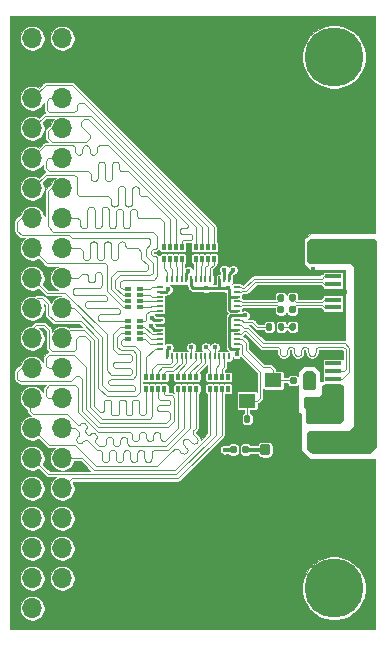
<source format=gtl>
G04 #@! TF.GenerationSoftware,KiCad,Pcbnew,(5.1.6)-1*
G04 #@! TF.CreationDate,2021-01-08T16:43:46+07:00*
G04 #@! TF.ProjectId,FT600_Adapter,46543630-305f-4416-9461-707465722e6b,rev?*
G04 #@! TF.SameCoordinates,Original*
G04 #@! TF.FileFunction,Copper,L1,Top*
G04 #@! TF.FilePolarity,Positive*
%FSLAX46Y46*%
G04 Gerber Fmt 4.6, Leading zero omitted, Abs format (unit mm)*
G04 Created by KiCad (PCBNEW (5.1.6)-1) date 2021-01-08 16:43:46*
%MOMM*%
%LPD*%
G01*
G04 APERTURE LIST*
G04 #@! TA.AperFunction,ComponentPad*
%ADD10C,5.000000*%
G04 #@! TD*
G04 #@! TA.AperFunction,SMDPad,CuDef*
%ADD11R,4.700000X3.900000*%
G04 #@! TD*
G04 #@! TA.AperFunction,SMDPad,CuDef*
%ADD12R,0.500000X0.250000*%
G04 #@! TD*
G04 #@! TA.AperFunction,SMDPad,CuDef*
%ADD13R,0.250000X0.500000*%
G04 #@! TD*
G04 #@! TA.AperFunction,SMDPad,CuDef*
%ADD14R,1.900000X1.800000*%
G04 #@! TD*
G04 #@! TA.AperFunction,SMDPad,CuDef*
%ADD15R,1.900000X1.900000*%
G04 #@! TD*
G04 #@! TA.AperFunction,SMDPad,CuDef*
%ADD16R,1.900000X2.300000*%
G04 #@! TD*
G04 #@! TA.AperFunction,SMDPad,CuDef*
%ADD17R,1.350000X0.400000*%
G04 #@! TD*
G04 #@! TA.AperFunction,SMDPad,CuDef*
%ADD18R,0.400000X0.500000*%
G04 #@! TD*
G04 #@! TA.AperFunction,SMDPad,CuDef*
%ADD19R,0.300000X0.500000*%
G04 #@! TD*
G04 #@! TA.AperFunction,SMDPad,CuDef*
%ADD20R,0.500000X0.400000*%
G04 #@! TD*
G04 #@! TA.AperFunction,SMDPad,CuDef*
%ADD21R,0.500000X0.300000*%
G04 #@! TD*
G04 #@! TA.AperFunction,ComponentPad*
%ADD22O,1.700000X1.700000*%
G04 #@! TD*
G04 #@! TA.AperFunction,ComponentPad*
%ADD23R,1.700000X1.700000*%
G04 #@! TD*
G04 #@! TA.AperFunction,SMDPad,CuDef*
%ADD24R,1.400000X1.200000*%
G04 #@! TD*
G04 #@! TA.AperFunction,ViaPad*
%ADD25C,0.450000*%
G04 #@! TD*
G04 #@! TA.AperFunction,ViaPad*
%ADD26C,3.000000*%
G04 #@! TD*
G04 #@! TA.AperFunction,Conductor*
%ADD27C,0.350000*%
G04 #@! TD*
G04 #@! TA.AperFunction,Conductor*
%ADD28C,0.250000*%
G04 #@! TD*
G04 #@! TA.AperFunction,Conductor*
%ADD29C,0.120000*%
G04 #@! TD*
G04 #@! TA.AperFunction,Conductor*
%ADD30C,0.300000*%
G04 #@! TD*
G04 #@! TA.AperFunction,Conductor*
%ADD31C,0.100000*%
G04 #@! TD*
G04 APERTURE END LIST*
D10*
X135000000Y-126000000D03*
X135000000Y-81000000D03*
D11*
X123500000Y-103100000D03*
D12*
X120250000Y-105700000D03*
X120250000Y-105300000D03*
X120250000Y-104900000D03*
X120250000Y-104500000D03*
X120250000Y-104100000D03*
X120250000Y-103700000D03*
X120250000Y-103300000D03*
X120250000Y-102900000D03*
X120250000Y-102500000D03*
X120250000Y-102100000D03*
X120250000Y-101700000D03*
X120250000Y-101300000D03*
X120250000Y-100900000D03*
X120250000Y-100500000D03*
D13*
X120900000Y-99850000D03*
X121300000Y-99850000D03*
X121700000Y-99850000D03*
X122100000Y-99850000D03*
X122500000Y-99850000D03*
X122900000Y-99850000D03*
X123300000Y-99850000D03*
X123700000Y-99850000D03*
X124100000Y-99850000D03*
X124500000Y-99850000D03*
X124900000Y-99850000D03*
X125300000Y-99850000D03*
X125700000Y-99850000D03*
X126100000Y-99850000D03*
D12*
X126750000Y-100500000D03*
X126750000Y-100900000D03*
X126750000Y-101300000D03*
X126750000Y-101700000D03*
X126750000Y-102100000D03*
X126750000Y-102500000D03*
X126750000Y-102900000D03*
X126750000Y-103300000D03*
X126750000Y-103700000D03*
X126750000Y-104100000D03*
X126750000Y-104500000D03*
X126750000Y-104900000D03*
X126750000Y-105300000D03*
X126750000Y-105700000D03*
D13*
X126100000Y-106350000D03*
X125700000Y-106350000D03*
X125300000Y-106350000D03*
X124900000Y-106350000D03*
X124500000Y-106350000D03*
X124100000Y-106350000D03*
X123700000Y-106350000D03*
X123300000Y-106350000D03*
X122900000Y-106350000D03*
X122500000Y-106350000D03*
X122100000Y-106350000D03*
X121700000Y-106350000D03*
X121300000Y-106350000D03*
X120900000Y-106350000D03*
D14*
X137600000Y-111600000D03*
D15*
X137600000Y-108800000D03*
X137600000Y-106400000D03*
D14*
X137600000Y-103600000D03*
D16*
X137600000Y-98500000D03*
D14*
X137600000Y-101100000D03*
D17*
X134925000Y-108250000D03*
X134925000Y-106950000D03*
X134925000Y-106300000D03*
X134925000Y-108900000D03*
X134925000Y-107600000D03*
X134925000Y-102200000D03*
X134925000Y-99600000D03*
X134925000Y-100250000D03*
X134925000Y-101550000D03*
X134925000Y-100900000D03*
G04 #@! TA.AperFunction,SMDPad,CuDef*
G36*
G01*
X127230000Y-114435000D02*
X127230000Y-114065000D01*
G75*
G02*
X127365000Y-113930000I135000J0D01*
G01*
X127635000Y-113930000D01*
G75*
G02*
X127770000Y-114065000I0J-135000D01*
G01*
X127770000Y-114435000D01*
G75*
G02*
X127635000Y-114570000I-135000J0D01*
G01*
X127365000Y-114570000D01*
G75*
G02*
X127230000Y-114435000I0J135000D01*
G01*
G37*
G04 #@! TD.AperFunction*
G04 #@! TA.AperFunction,SMDPad,CuDef*
G36*
G01*
X126210000Y-114435000D02*
X126210000Y-114065000D01*
G75*
G02*
X126345000Y-113930000I135000J0D01*
G01*
X126615000Y-113930000D01*
G75*
G02*
X126750000Y-114065000I0J-135000D01*
G01*
X126750000Y-114435000D01*
G75*
G02*
X126615000Y-114570000I-135000J0D01*
G01*
X126345000Y-114570000D01*
G75*
G02*
X126210000Y-114435000I0J135000D01*
G01*
G37*
G04 #@! TD.AperFunction*
G04 #@! TA.AperFunction,SMDPad,CuDef*
G36*
G01*
X129612500Y-113993750D02*
X129612500Y-114506250D01*
G75*
G02*
X129393750Y-114725000I-218750J0D01*
G01*
X128956250Y-114725000D01*
G75*
G02*
X128737500Y-114506250I0J218750D01*
G01*
X128737500Y-113993750D01*
G75*
G02*
X128956250Y-113775000I218750J0D01*
G01*
X129393750Y-113775000D01*
G75*
G02*
X129612500Y-113993750I0J-218750D01*
G01*
G37*
G04 #@! TD.AperFunction*
G04 #@! TA.AperFunction,SMDPad,CuDef*
G36*
G01*
X131187500Y-113993750D02*
X131187500Y-114506250D01*
G75*
G02*
X130968750Y-114725000I-218750J0D01*
G01*
X130531250Y-114725000D01*
G75*
G02*
X130312500Y-114506250I0J218750D01*
G01*
X130312500Y-113993750D01*
G75*
G02*
X130531250Y-113775000I218750J0D01*
G01*
X130968750Y-113775000D01*
G75*
G02*
X131187500Y-113993750I0J-218750D01*
G01*
G37*
G04 #@! TD.AperFunction*
G04 #@! TA.AperFunction,SMDPad,CuDef*
G36*
G01*
X132410000Y-97927500D02*
X132410000Y-98272500D01*
G75*
G02*
X132262500Y-98420000I-147500J0D01*
G01*
X131967500Y-98420000D01*
G75*
G02*
X131820000Y-98272500I0J147500D01*
G01*
X131820000Y-97927500D01*
G75*
G02*
X131967500Y-97780000I147500J0D01*
G01*
X132262500Y-97780000D01*
G75*
G02*
X132410000Y-97927500I0J-147500D01*
G01*
G37*
G04 #@! TD.AperFunction*
G04 #@! TA.AperFunction,SMDPad,CuDef*
G36*
G01*
X133380000Y-97927500D02*
X133380000Y-98272500D01*
G75*
G02*
X133232500Y-98420000I-147500J0D01*
G01*
X132937500Y-98420000D01*
G75*
G02*
X132790000Y-98272500I0J147500D01*
G01*
X132790000Y-97927500D01*
G75*
G02*
X132937500Y-97780000I147500J0D01*
G01*
X133232500Y-97780000D01*
G75*
G02*
X133380000Y-97927500I0J-147500D01*
G01*
G37*
G04 #@! TD.AperFunction*
G04 #@! TA.AperFunction,SMDPad,CuDef*
G36*
G01*
X131175000Y-101572500D02*
X131175000Y-101227500D01*
G75*
G02*
X131322500Y-101080000I147500J0D01*
G01*
X131617500Y-101080000D01*
G75*
G02*
X131765000Y-101227500I0J-147500D01*
G01*
X131765000Y-101572500D01*
G75*
G02*
X131617500Y-101720000I-147500J0D01*
G01*
X131322500Y-101720000D01*
G75*
G02*
X131175000Y-101572500I0J147500D01*
G01*
G37*
G04 #@! TD.AperFunction*
G04 #@! TA.AperFunction,SMDPad,CuDef*
G36*
G01*
X130205000Y-101572500D02*
X130205000Y-101227500D01*
G75*
G02*
X130352500Y-101080000I147500J0D01*
G01*
X130647500Y-101080000D01*
G75*
G02*
X130795000Y-101227500I0J-147500D01*
G01*
X130795000Y-101572500D01*
G75*
G02*
X130647500Y-101720000I-147500J0D01*
G01*
X130352500Y-101720000D01*
G75*
G02*
X130205000Y-101572500I0J147500D01*
G01*
G37*
G04 #@! TD.AperFunction*
G04 #@! TA.AperFunction,SMDPad,CuDef*
G36*
G01*
X131175000Y-102572500D02*
X131175000Y-102227500D01*
G75*
G02*
X131322500Y-102080000I147500J0D01*
G01*
X131617500Y-102080000D01*
G75*
G02*
X131765000Y-102227500I0J-147500D01*
G01*
X131765000Y-102572500D01*
G75*
G02*
X131617500Y-102720000I-147500J0D01*
G01*
X131322500Y-102720000D01*
G75*
G02*
X131175000Y-102572500I0J147500D01*
G01*
G37*
G04 #@! TD.AperFunction*
G04 #@! TA.AperFunction,SMDPad,CuDef*
G36*
G01*
X130205000Y-102572500D02*
X130205000Y-102227500D01*
G75*
G02*
X130352500Y-102080000I147500J0D01*
G01*
X130647500Y-102080000D01*
G75*
G02*
X130795000Y-102227500I0J-147500D01*
G01*
X130795000Y-102572500D01*
G75*
G02*
X130647500Y-102720000I-147500J0D01*
G01*
X130352500Y-102720000D01*
G75*
G02*
X130205000Y-102572500I0J147500D01*
G01*
G37*
G04 #@! TD.AperFunction*
G04 #@! TA.AperFunction,SMDPad,CuDef*
G36*
G01*
X132395000Y-96827500D02*
X132395000Y-97172500D01*
G75*
G02*
X132247500Y-97320000I-147500J0D01*
G01*
X131952500Y-97320000D01*
G75*
G02*
X131805000Y-97172500I0J147500D01*
G01*
X131805000Y-96827500D01*
G75*
G02*
X131952500Y-96680000I147500J0D01*
G01*
X132247500Y-96680000D01*
G75*
G02*
X132395000Y-96827500I0J-147500D01*
G01*
G37*
G04 #@! TD.AperFunction*
G04 #@! TA.AperFunction,SMDPad,CuDef*
G36*
G01*
X133365000Y-96827500D02*
X133365000Y-97172500D01*
G75*
G02*
X133217500Y-97320000I-147500J0D01*
G01*
X132922500Y-97320000D01*
G75*
G02*
X132775000Y-97172500I0J147500D01*
G01*
X132775000Y-96827500D01*
G75*
G02*
X132922500Y-96680000I147500J0D01*
G01*
X133217500Y-96680000D01*
G75*
G02*
X133365000Y-96827500I0J-147500D01*
G01*
G37*
G04 #@! TD.AperFunction*
D18*
X126000000Y-108100000D03*
D19*
X125500000Y-108100000D03*
D18*
X124500000Y-108100000D03*
D19*
X125000000Y-108100000D03*
D18*
X126000000Y-109100000D03*
D19*
X125000000Y-109100000D03*
X125500000Y-109100000D03*
D18*
X124500000Y-109100000D03*
D20*
X118600000Y-104900000D03*
D21*
X118600000Y-104400000D03*
D20*
X118600000Y-103400000D03*
D21*
X118600000Y-103900000D03*
D20*
X117600000Y-104900000D03*
D21*
X117600000Y-103900000D03*
X117600000Y-104400000D03*
D20*
X117600000Y-103400000D03*
X118600000Y-102200000D03*
D21*
X118600000Y-101700000D03*
D20*
X118600000Y-100700000D03*
D21*
X118600000Y-101200000D03*
D20*
X117600000Y-102200000D03*
D21*
X117600000Y-101200000D03*
X117600000Y-101700000D03*
D20*
X117600000Y-100700000D03*
D18*
X120600000Y-98100000D03*
D19*
X121100000Y-98100000D03*
D18*
X122100000Y-98100000D03*
D19*
X121600000Y-98100000D03*
D18*
X120600000Y-97100000D03*
D19*
X121600000Y-97100000D03*
X121100000Y-97100000D03*
D18*
X122100000Y-97100000D03*
X123300000Y-98100000D03*
D19*
X123800000Y-98100000D03*
D18*
X124800000Y-98100000D03*
D19*
X124300000Y-98100000D03*
D18*
X123300000Y-97100000D03*
D19*
X124300000Y-97100000D03*
X123800000Y-97100000D03*
D18*
X124800000Y-97100000D03*
X123300000Y-108100000D03*
D19*
X122800000Y-108100000D03*
D18*
X121800000Y-108100000D03*
D19*
X122300000Y-108100000D03*
D18*
X123300000Y-109100000D03*
D19*
X122300000Y-109100000D03*
X122800000Y-109100000D03*
D18*
X121800000Y-109100000D03*
X120600000Y-108100000D03*
D19*
X120100000Y-108100000D03*
D18*
X119100000Y-108100000D03*
D19*
X119600000Y-108100000D03*
D18*
X120600000Y-109100000D03*
D19*
X119600000Y-109100000D03*
X120100000Y-109100000D03*
D18*
X119100000Y-109100000D03*
D22*
X109460000Y-79440000D03*
X112000000Y-79440000D03*
X109460000Y-81980000D03*
X112000000Y-81980000D03*
X109460000Y-84520000D03*
X112000000Y-84520000D03*
X109460000Y-87060000D03*
X112000000Y-87060000D03*
X109460000Y-89600000D03*
X112000000Y-89600000D03*
X109460000Y-92140000D03*
X112000000Y-92140000D03*
X109460000Y-94680000D03*
X112000000Y-94680000D03*
X109460000Y-97220000D03*
X112000000Y-97220000D03*
X109460000Y-99760000D03*
X112000000Y-99760000D03*
X109460000Y-102300000D03*
X112000000Y-102300000D03*
X109460000Y-104840000D03*
X112000000Y-104840000D03*
X109460000Y-107380000D03*
X112000000Y-107380000D03*
X109460000Y-109920000D03*
X112000000Y-109920000D03*
X109460000Y-112460000D03*
X112000000Y-112460000D03*
X109460000Y-115000000D03*
X112000000Y-115000000D03*
X109460000Y-117540000D03*
X112000000Y-117540000D03*
X109460000Y-120080000D03*
X112000000Y-120080000D03*
X109460000Y-122620000D03*
X112000000Y-122620000D03*
X109460000Y-125160000D03*
X112000000Y-125160000D03*
X109460000Y-127700000D03*
D23*
X112000000Y-127700000D03*
G04 #@! TA.AperFunction,SMDPad,CuDef*
G36*
G01*
X132250000Y-104045000D02*
X132250000Y-103675000D01*
G75*
G02*
X132385000Y-103540000I135000J0D01*
G01*
X132655000Y-103540000D01*
G75*
G02*
X132790000Y-103675000I0J-135000D01*
G01*
X132790000Y-104045000D01*
G75*
G02*
X132655000Y-104180000I-135000J0D01*
G01*
X132385000Y-104180000D01*
G75*
G02*
X132250000Y-104045000I0J135000D01*
G01*
G37*
G04 #@! TD.AperFunction*
G04 #@! TA.AperFunction,SMDPad,CuDef*
G36*
G01*
X131230000Y-104045000D02*
X131230000Y-103675000D01*
G75*
G02*
X131365000Y-103540000I135000J0D01*
G01*
X131635000Y-103540000D01*
G75*
G02*
X131770000Y-103675000I0J-135000D01*
G01*
X131770000Y-104045000D01*
G75*
G02*
X131635000Y-104180000I-135000J0D01*
G01*
X131365000Y-104180000D01*
G75*
G02*
X131230000Y-104045000I0J135000D01*
G01*
G37*
G04 #@! TD.AperFunction*
G04 #@! TA.AperFunction,SMDPad,CuDef*
G36*
G01*
X130260000Y-104045000D02*
X130260000Y-103675000D01*
G75*
G02*
X130395000Y-103540000I135000J0D01*
G01*
X130665000Y-103540000D01*
G75*
G02*
X130800000Y-103675000I0J-135000D01*
G01*
X130800000Y-104045000D01*
G75*
G02*
X130665000Y-104180000I-135000J0D01*
G01*
X130395000Y-104180000D01*
G75*
G02*
X130260000Y-104045000I0J135000D01*
G01*
G37*
G04 #@! TD.AperFunction*
G04 #@! TA.AperFunction,SMDPad,CuDef*
G36*
G01*
X129240000Y-104045000D02*
X129240000Y-103675000D01*
G75*
G02*
X129375000Y-103540000I135000J0D01*
G01*
X129645000Y-103540000D01*
G75*
G02*
X129780000Y-103675000I0J-135000D01*
G01*
X129780000Y-104045000D01*
G75*
G02*
X129645000Y-104180000I-135000J0D01*
G01*
X129375000Y-104180000D01*
G75*
G02*
X129240000Y-104045000I0J135000D01*
G01*
G37*
G04 #@! TD.AperFunction*
G04 #@! TA.AperFunction,SMDPad,CuDef*
G36*
G01*
X131380000Y-109090000D02*
X131720000Y-109090000D01*
G75*
G02*
X131860000Y-109230000I0J-140000D01*
G01*
X131860000Y-109510000D01*
G75*
G02*
X131720000Y-109650000I-140000J0D01*
G01*
X131380000Y-109650000D01*
G75*
G02*
X131240000Y-109510000I0J140000D01*
G01*
X131240000Y-109230000D01*
G75*
G02*
X131380000Y-109090000I140000J0D01*
G01*
G37*
G04 #@! TD.AperFunction*
G04 #@! TA.AperFunction,SMDPad,CuDef*
G36*
G01*
X131380000Y-108130000D02*
X131720000Y-108130000D01*
G75*
G02*
X131860000Y-108270000I0J-140000D01*
G01*
X131860000Y-108550000D01*
G75*
G02*
X131720000Y-108690000I-140000J0D01*
G01*
X131380000Y-108690000D01*
G75*
G02*
X131240000Y-108550000I0J140000D01*
G01*
X131240000Y-108270000D01*
G75*
G02*
X131380000Y-108130000I140000J0D01*
G01*
G37*
G04 #@! TD.AperFunction*
G04 #@! TA.AperFunction,SMDPad,CuDef*
G36*
G01*
X128330000Y-111840000D02*
X128330000Y-111500000D01*
G75*
G02*
X128470000Y-111360000I140000J0D01*
G01*
X128750000Y-111360000D01*
G75*
G02*
X128890000Y-111500000I0J-140000D01*
G01*
X128890000Y-111840000D01*
G75*
G02*
X128750000Y-111980000I-140000J0D01*
G01*
X128470000Y-111980000D01*
G75*
G02*
X128330000Y-111840000I0J140000D01*
G01*
G37*
G04 #@! TD.AperFunction*
G04 #@! TA.AperFunction,SMDPad,CuDef*
G36*
G01*
X127370000Y-111840000D02*
X127370000Y-111500000D01*
G75*
G02*
X127510000Y-111360000I140000J0D01*
G01*
X127790000Y-111360000D01*
G75*
G02*
X127930000Y-111500000I0J-140000D01*
G01*
X127930000Y-111840000D01*
G75*
G02*
X127790000Y-111980000I-140000J0D01*
G01*
X127510000Y-111980000D01*
G75*
G02*
X127370000Y-111840000I0J140000D01*
G01*
G37*
G04 #@! TD.AperFunction*
D24*
X127650000Y-108400000D03*
X129850000Y-108400000D03*
X129850000Y-110100000D03*
X127650000Y-110100000D03*
G04 #@! TA.AperFunction,SMDPad,CuDef*
G36*
G01*
X132643750Y-109812500D02*
X133156250Y-109812500D01*
G75*
G02*
X133375000Y-110031250I0J-218750D01*
G01*
X133375000Y-110468750D01*
G75*
G02*
X133156250Y-110687500I-218750J0D01*
G01*
X132643750Y-110687500D01*
G75*
G02*
X132425000Y-110468750I0J218750D01*
G01*
X132425000Y-110031250D01*
G75*
G02*
X132643750Y-109812500I218750J0D01*
G01*
G37*
G04 #@! TD.AperFunction*
G04 #@! TA.AperFunction,SMDPad,CuDef*
G36*
G01*
X132643750Y-108237500D02*
X133156250Y-108237500D01*
G75*
G02*
X133375000Y-108456250I0J-218750D01*
G01*
X133375000Y-108893750D01*
G75*
G02*
X133156250Y-109112500I-218750J0D01*
G01*
X132643750Y-109112500D01*
G75*
G02*
X132425000Y-108893750I0J218750D01*
G01*
X132425000Y-108456250D01*
G75*
G02*
X132643750Y-108237500I218750J0D01*
G01*
G37*
G04 #@! TD.AperFunction*
G04 #@! TA.AperFunction,SMDPad,CuDef*
G36*
G01*
X132230000Y-111480000D02*
X132230000Y-111820000D01*
G75*
G02*
X132090000Y-111960000I-140000J0D01*
G01*
X131810000Y-111960000D01*
G75*
G02*
X131670000Y-111820000I0J140000D01*
G01*
X131670000Y-111480000D01*
G75*
G02*
X131810000Y-111340000I140000J0D01*
G01*
X132090000Y-111340000D01*
G75*
G02*
X132230000Y-111480000I0J-140000D01*
G01*
G37*
G04 #@! TD.AperFunction*
G04 #@! TA.AperFunction,SMDPad,CuDef*
G36*
G01*
X133190000Y-111480000D02*
X133190000Y-111820000D01*
G75*
G02*
X133050000Y-111960000I-140000J0D01*
G01*
X132770000Y-111960000D01*
G75*
G02*
X132630000Y-111820000I0J140000D01*
G01*
X132630000Y-111480000D01*
G75*
G02*
X132770000Y-111340000I140000J0D01*
G01*
X133050000Y-111340000D01*
G75*
G02*
X133190000Y-111480000I0J-140000D01*
G01*
G37*
G04 #@! TD.AperFunction*
D25*
X133880000Y-106300000D03*
X133240000Y-103860000D03*
X128000000Y-105350000D03*
X129300000Y-104775000D03*
X130850000Y-104775000D03*
X132450000Y-104775000D03*
X134000000Y-104775000D03*
X135500000Y-104775000D03*
X128650000Y-102900000D03*
X129900000Y-102900000D03*
X132000000Y-102950000D03*
X133200000Y-102950000D03*
X134400000Y-102950000D03*
X127450000Y-101300000D03*
X128500000Y-100900000D03*
X129750000Y-100900000D03*
X132400000Y-100900000D03*
X128600000Y-98950000D03*
X127450000Y-99650000D03*
X129850000Y-98950000D03*
X132000000Y-98950000D03*
X133250000Y-98950000D03*
X124950000Y-99150000D03*
X133950000Y-100900000D03*
X135900000Y-100900000D03*
X129850000Y-111250000D03*
X131550000Y-110100000D03*
D26*
X123550000Y-103100000D03*
D25*
X125710000Y-96810000D03*
X131400000Y-97000000D03*
X131400000Y-98100000D03*
X131300000Y-111650000D03*
X115000000Y-79000000D03*
X117000000Y-79000000D03*
X119000000Y-79000000D03*
X121000000Y-79000000D03*
X123000000Y-79000000D03*
X125000000Y-79000000D03*
X127000000Y-79000000D03*
X129000000Y-79000000D03*
X131000000Y-79000000D03*
X127000000Y-81000000D03*
X123000000Y-81000000D03*
X131000000Y-81000000D03*
X121000000Y-81000000D03*
X119000000Y-81000000D03*
X125000000Y-81000000D03*
X117000000Y-81000000D03*
X129000000Y-81000000D03*
X129000000Y-83000000D03*
X125000000Y-83000000D03*
X127000000Y-83000000D03*
X131000000Y-83000000D03*
X123000000Y-83000000D03*
X119000000Y-83000000D03*
X121000000Y-83000000D03*
X127000000Y-85000000D03*
X133000000Y-85000000D03*
X123000000Y-85000000D03*
X131000000Y-85000000D03*
X137000000Y-85000000D03*
X121000000Y-85000000D03*
X125000000Y-85000000D03*
X117000000Y-85000000D03*
X129000000Y-85000000D03*
X135000000Y-85000000D03*
X125000000Y-87000000D03*
X131000000Y-87000000D03*
X129000000Y-87000000D03*
X135000000Y-87000000D03*
X119000000Y-87000000D03*
X123000000Y-87000000D03*
X127000000Y-87000000D03*
X133000000Y-87000000D03*
X137000000Y-87000000D03*
X125000000Y-89000000D03*
X131000000Y-89000000D03*
X121000000Y-89000000D03*
X129000000Y-89000000D03*
X135000000Y-89000000D03*
X127000000Y-89000000D03*
X133000000Y-89000000D03*
X137000000Y-89000000D03*
X127000000Y-91000000D03*
X133000000Y-91000000D03*
X131000000Y-91000000D03*
X137000000Y-91000000D03*
X125000000Y-91000000D03*
X129000000Y-91000000D03*
X135000000Y-91000000D03*
X127000000Y-93000000D03*
X133000000Y-93000000D03*
X131000000Y-93000000D03*
X137000000Y-93000000D03*
X125000000Y-93000000D03*
X129000000Y-93000000D03*
X135000000Y-93000000D03*
X135000000Y-95000000D03*
X133000000Y-95000000D03*
X127000000Y-95000000D03*
X137000000Y-95000000D03*
X129000000Y-95000000D03*
X131000000Y-95000000D03*
X127000000Y-128000000D03*
X123000000Y-128000000D03*
X131000000Y-128000000D03*
X121000000Y-128000000D03*
X119000000Y-128000000D03*
X115000000Y-128000000D03*
X125000000Y-128000000D03*
X117000000Y-128000000D03*
X129000000Y-128000000D03*
X125000000Y-126000000D03*
X115000000Y-126000000D03*
X129000000Y-126000000D03*
X123000000Y-126000000D03*
X119000000Y-126000000D03*
X117000000Y-126000000D03*
X121000000Y-126000000D03*
X127000000Y-126000000D03*
X131000000Y-126000000D03*
X129000000Y-124000000D03*
X131000000Y-124000000D03*
X117000000Y-124000000D03*
X125000000Y-124000000D03*
X119000000Y-124000000D03*
X127000000Y-124000000D03*
X123000000Y-124000000D03*
X121000000Y-124000000D03*
X127000000Y-122000000D03*
X125000000Y-122000000D03*
X129000000Y-122000000D03*
X131000000Y-122000000D03*
X123000000Y-122000000D03*
X121000000Y-122000000D03*
X137000000Y-122000000D03*
X135000000Y-122000000D03*
X119000000Y-122000000D03*
X133000000Y-122000000D03*
X125000000Y-120000000D03*
X137000000Y-120000000D03*
X133000000Y-120000000D03*
X127000000Y-120000000D03*
X135000000Y-120000000D03*
X131000000Y-120000000D03*
X123000000Y-120000000D03*
X129000000Y-120000000D03*
X121000000Y-120000000D03*
X129000000Y-118000000D03*
X135000000Y-118000000D03*
X123000000Y-118000000D03*
X137000000Y-118000000D03*
X131000000Y-118000000D03*
X125000000Y-118000000D03*
X127000000Y-118000000D03*
X133000000Y-118000000D03*
X131000000Y-116000000D03*
X133000000Y-116000000D03*
X125000000Y-116000000D03*
X127000000Y-116000000D03*
X129000000Y-116000000D03*
X135000000Y-116000000D03*
X137000000Y-116000000D03*
X115000000Y-83000000D03*
X115000000Y-122000000D03*
X115000000Y-120000000D03*
X115000000Y-118000000D03*
X117000000Y-118000000D03*
X119000000Y-118000000D03*
X117000000Y-120000000D03*
X127000000Y-97000000D03*
X129000000Y-97000000D03*
X133200000Y-107900000D03*
X132600000Y-107900000D03*
X126450000Y-99050000D03*
X126750000Y-106180000D03*
X125700000Y-99010000D03*
X127450000Y-102900000D03*
X122650000Y-99150000D03*
X119500000Y-103800000D03*
X120950000Y-100700000D03*
X122900000Y-105600000D03*
X124900000Y-105600000D03*
X124150000Y-105600000D03*
X125750000Y-114250000D03*
X124150000Y-100600000D03*
X126000000Y-100600000D03*
X121000000Y-105650000D03*
X119550000Y-103100000D03*
X134000000Y-98000000D03*
X136000000Y-98000000D03*
X135000000Y-98000000D03*
X134000000Y-97000000D03*
X135000000Y-97000000D03*
X136000000Y-97000000D03*
X136000000Y-113000000D03*
X135000000Y-113000000D03*
X134000000Y-113000000D03*
X134000000Y-114000000D03*
X135000000Y-114000000D03*
X136000000Y-114000000D03*
D27*
X134925000Y-106300000D02*
X133880000Y-106300000D01*
X132520000Y-103860000D02*
X133240000Y-103860000D01*
X134925000Y-100900000D02*
X133950000Y-100900000D01*
X134925000Y-100900000D02*
X135900000Y-100900000D01*
X129850000Y-110100000D02*
X129850000Y-111250000D01*
X129430000Y-111670000D02*
X129850000Y-111250000D01*
X128610000Y-111670000D02*
X129430000Y-111670000D01*
X131550000Y-109370000D02*
X131550000Y-110100000D01*
X129850000Y-110100000D02*
X131550000Y-110100000D01*
D28*
X123300000Y-102900000D02*
X123500000Y-103100000D01*
X120250000Y-102900000D02*
X123300000Y-102900000D01*
X122900000Y-103700000D02*
X123500000Y-103100000D01*
X120250000Y-103700000D02*
X122900000Y-103700000D01*
X124900000Y-99200000D02*
X124950000Y-99150000D01*
X124900000Y-99850000D02*
X124900000Y-99200000D01*
D29*
X127650000Y-111670000D02*
X127650000Y-110100000D01*
X128500000Y-110100000D02*
X127650000Y-110100000D01*
X128750000Y-109850000D02*
X128500000Y-110100000D01*
X128750000Y-107650000D02*
X128750000Y-109850000D01*
X127250000Y-105400000D02*
X127250000Y-106150000D01*
X127150000Y-105300000D02*
X127250000Y-105400000D01*
X127250000Y-106150000D02*
X128750000Y-107650000D01*
X126750000Y-105300000D02*
X127150000Y-105300000D01*
X131540000Y-108400000D02*
X131550000Y-108410000D01*
X129850000Y-108400000D02*
X131540000Y-108400000D01*
X129850000Y-107500000D02*
X129850000Y-108400000D01*
X129600000Y-107250000D02*
X129850000Y-107500000D01*
X128975000Y-107250000D02*
X129600000Y-107250000D01*
X127550000Y-105825000D02*
X128975000Y-107250000D01*
X127550000Y-105200000D02*
X127550000Y-105825000D01*
X127250000Y-104900000D02*
X127550000Y-105200000D01*
X126750000Y-104900000D02*
X127250000Y-104900000D01*
D28*
X126100000Y-99850000D02*
X126100000Y-99400000D01*
X126100000Y-99400000D02*
X126450000Y-99050000D01*
X126750000Y-105700000D02*
X126750000Y-106180000D01*
X125700000Y-99010000D02*
X125700000Y-99850000D01*
X127450000Y-102900000D02*
X126750000Y-102900000D01*
X122500000Y-99850000D02*
X122500000Y-99300000D01*
X122500000Y-99300000D02*
X122650000Y-99150000D01*
X120250000Y-104100000D02*
X119800000Y-104100000D01*
X119800000Y-104100000D02*
X119500000Y-103800000D01*
X126280000Y-102900000D02*
X126750000Y-102900000D01*
X126150000Y-103030000D02*
X126280000Y-102900000D01*
X126260000Y-105700000D02*
X126150000Y-105590000D01*
X126750000Y-105700000D02*
X126260000Y-105700000D01*
X120250000Y-100900000D02*
X120750000Y-100900000D01*
X120750000Y-100900000D02*
X120950000Y-100700000D01*
D29*
X126200000Y-104100000D02*
X126150000Y-104150000D01*
D28*
X126750000Y-104100000D02*
X126200000Y-104100000D01*
X126150000Y-104150000D02*
X126150000Y-103030000D01*
X126150000Y-105590000D02*
X126150000Y-104150000D01*
D29*
X122900000Y-105600000D02*
X122900000Y-106350000D01*
X131500000Y-103860000D02*
X130530000Y-103860000D01*
X128480000Y-103860000D02*
X129510000Y-103860000D01*
X127330000Y-103460000D02*
X128080000Y-103460000D01*
X126750000Y-103300000D02*
X127170000Y-103300000D01*
X128080000Y-103460000D02*
X128480000Y-103860000D01*
X127170000Y-103300000D02*
X127330000Y-103460000D01*
X124900000Y-106350000D02*
X124900000Y-105600000D01*
X122500000Y-106962500D02*
X122500000Y-106350000D01*
X121800000Y-107662500D02*
X122500000Y-106962500D01*
X121800000Y-108100000D02*
X121800000Y-107662500D01*
X121700000Y-106850000D02*
X121700000Y-106350000D01*
X121250000Y-107300000D02*
X121700000Y-106850000D01*
X120450000Y-107300000D02*
X121250000Y-107300000D01*
X120100000Y-107650000D02*
X120450000Y-107300000D01*
X120100000Y-108100000D02*
X120100000Y-107650000D01*
X122100000Y-106900000D02*
X122100000Y-106350000D01*
X121400000Y-107600000D02*
X122100000Y-106900000D01*
X120750000Y-107600000D02*
X121400000Y-107600000D01*
X120600000Y-107750000D02*
X120750000Y-107600000D01*
X120600000Y-108100000D02*
X120600000Y-107750000D01*
X121300000Y-106800000D02*
X121300000Y-106350000D01*
X121100000Y-107000000D02*
X121300000Y-106800000D01*
X120050000Y-107000000D02*
X121100000Y-107000000D01*
X119600000Y-107450000D02*
X120050000Y-107000000D01*
X119600000Y-108100000D02*
X119600000Y-107450000D01*
X123700000Y-106800000D02*
X123700000Y-106350000D01*
X122800000Y-107700000D02*
X123700000Y-106800000D01*
X122800000Y-108100000D02*
X122800000Y-107700000D01*
X124100000Y-106900000D02*
X124100000Y-106350000D01*
X123300000Y-107700000D02*
X124100000Y-106900000D01*
X123300000Y-108100000D02*
X123300000Y-107700000D01*
X123300000Y-106700000D02*
X123300000Y-106350000D01*
X122300000Y-107700000D02*
X123300000Y-106700000D01*
X122300000Y-108100000D02*
X122300000Y-107700000D01*
X123300000Y-99850000D02*
X123300000Y-98100000D01*
X124300000Y-98600000D02*
X124300000Y-98100000D01*
X124100000Y-98800000D02*
X124300000Y-98600000D01*
X124100000Y-99850000D02*
X124100000Y-98800000D01*
X123800000Y-98650000D02*
X123800000Y-98100000D01*
X123700000Y-98750000D02*
X123800000Y-98650000D01*
X123700000Y-99850000D02*
X123700000Y-98750000D01*
X124800000Y-98600000D02*
X124800000Y-98100000D01*
X124500000Y-98900000D02*
X124800000Y-98600000D01*
X124500000Y-99850000D02*
X124500000Y-98900000D01*
X120900000Y-99850000D02*
X120900000Y-99200000D01*
X120600000Y-98900000D02*
X120600000Y-98100000D01*
X120900000Y-99200000D02*
X120600000Y-98900000D01*
X121700000Y-99850000D02*
X121700000Y-98800000D01*
X121600000Y-98700000D02*
X121600000Y-98100000D01*
X121700000Y-98800000D02*
X121600000Y-98700000D01*
X121300000Y-99850000D02*
X121300000Y-99000000D01*
X121100000Y-98800000D02*
X121100000Y-98100000D01*
X121300000Y-99000000D02*
X121100000Y-98800000D01*
X122100000Y-99850000D02*
X122100000Y-98100000D01*
X119000000Y-103400000D02*
X118600000Y-103400000D01*
X119100000Y-103300000D02*
X119000000Y-103400000D01*
X119100000Y-102800000D02*
X119100000Y-103300000D01*
X119400000Y-102500000D02*
X119100000Y-102800000D01*
X120250000Y-102500000D02*
X119400000Y-102500000D01*
X120250000Y-101700000D02*
X118600000Y-101700000D01*
X120250000Y-102100000D02*
X119550000Y-102100000D01*
X119450000Y-102200000D02*
X118600000Y-102200000D01*
X119550000Y-102100000D02*
X119450000Y-102200000D01*
X119550000Y-101300000D02*
X120250000Y-101300000D01*
X119450000Y-101200000D02*
X119550000Y-101300000D01*
X118600000Y-101200000D02*
X119450000Y-101200000D01*
X120250000Y-105700000D02*
X119850000Y-105700000D01*
X119100000Y-106450000D02*
X119100000Y-108100000D01*
X119850000Y-105700000D02*
X119100000Y-106450000D01*
X119000000Y-104400000D02*
X118600000Y-104400000D01*
X119500000Y-104900000D02*
X119000000Y-104400000D01*
X120250000Y-104900000D02*
X119500000Y-104900000D01*
X119000000Y-104900000D02*
X118600000Y-104900000D01*
X119400000Y-105300000D02*
X119000000Y-104900000D01*
X120250000Y-105300000D02*
X119400000Y-105300000D01*
X119550000Y-104500000D02*
X120250000Y-104500000D01*
X118950000Y-103900000D02*
X119550000Y-104500000D01*
X118600000Y-103900000D02*
X118950000Y-103900000D01*
X119400000Y-100700000D02*
X118600000Y-100700000D01*
X119600000Y-100500000D02*
X119400000Y-100700000D01*
X120250000Y-100500000D02*
X119600000Y-100500000D01*
X125700000Y-106350000D02*
X125700000Y-107250000D01*
X125500000Y-107450000D02*
X125500000Y-108100000D01*
X125700000Y-107250000D02*
X125500000Y-107450000D01*
X125300000Y-106350000D02*
X125300000Y-107050000D01*
X125000000Y-107350000D02*
X125000000Y-108100000D01*
X125300000Y-107050000D02*
X125000000Y-107350000D01*
X112000000Y-92140000D02*
X111960000Y-92140000D01*
X116900000Y-100500000D02*
X117100000Y-100700000D01*
X116900000Y-100100000D02*
X116900000Y-100500000D01*
X117100000Y-99900000D02*
X116900000Y-100100000D01*
X119750000Y-99900000D02*
X117100000Y-99900000D01*
X120050000Y-99600000D02*
X119750000Y-99900000D01*
X120050000Y-98145002D02*
X120050000Y-99600000D01*
X120043167Y-98084364D02*
X120050000Y-98145002D01*
X117100000Y-100700000D02*
X117600000Y-100700000D01*
X120023013Y-98026768D02*
X120043167Y-98084364D01*
X119990548Y-97975100D02*
X120023013Y-98026768D01*
X119947400Y-97931952D02*
X119990548Y-97975100D01*
X119895732Y-97899487D02*
X119947400Y-97931952D01*
X119947400Y-97213049D02*
X119895732Y-97245514D01*
X119531984Y-97718233D02*
X119564449Y-97769901D01*
X119895732Y-97245514D02*
X119838136Y-97265668D01*
X119838136Y-97879333D02*
X119895732Y-97899487D01*
X119990548Y-97169901D02*
X119947400Y-97213049D01*
X119511830Y-97660637D02*
X119531984Y-97718233D01*
X120043167Y-97060637D02*
X120023013Y-97118233D01*
X119700000Y-95800000D02*
X120050000Y-96150000D01*
X120050000Y-96150000D02*
X120050000Y-97000000D01*
X119564449Y-97375100D02*
X119531984Y-97426768D01*
X111200000Y-95800000D02*
X119700000Y-95800000D01*
X120050000Y-97000000D02*
X120043167Y-97060637D01*
X110750000Y-95350000D02*
X111200000Y-95800000D01*
X110750000Y-92400000D02*
X110750000Y-95350000D01*
X120023013Y-97118233D02*
X119990548Y-97169901D01*
X119659265Y-97845514D02*
X119716861Y-97865668D01*
X111010000Y-92140000D02*
X110750000Y-92400000D01*
X119838136Y-97265668D02*
X119716861Y-97279333D01*
X112000000Y-92140000D02*
X111010000Y-92140000D01*
X119716861Y-97279333D02*
X119659265Y-97299487D01*
X119659265Y-97299487D02*
X119607597Y-97331952D01*
X119607597Y-97331952D02*
X119564449Y-97375100D01*
X119531984Y-97426768D02*
X119511830Y-97484364D01*
X119511830Y-97484364D02*
X119504998Y-97545002D01*
X119716861Y-97865668D02*
X119838136Y-97879333D01*
X119504998Y-97600000D02*
X119511830Y-97660637D01*
X119504998Y-97545002D02*
X119504998Y-97600000D01*
X119564449Y-97769901D02*
X119607597Y-97813049D01*
X119607597Y-97813049D02*
X119659265Y-97845514D01*
X108470000Y-107380000D02*
X109460000Y-107380000D01*
X108200000Y-107650000D02*
X108470000Y-107380000D01*
X108200000Y-108250000D02*
X108200000Y-107650000D01*
X108435000Y-108485000D02*
X108200000Y-108250000D01*
X120600000Y-109100000D02*
X120600000Y-109550000D01*
X120600000Y-109550000D02*
X120700000Y-109650000D01*
X120700000Y-109650000D02*
X121250000Y-109650000D01*
X121250000Y-109650000D02*
X121450000Y-109850000D01*
X113450000Y-108050000D02*
X113150000Y-108050000D01*
X121450000Y-111850000D02*
X120950000Y-112350000D01*
X121450000Y-109850000D02*
X121450000Y-111850000D01*
X113650000Y-108250000D02*
X113450000Y-108050000D01*
X120950000Y-112350000D02*
X115050000Y-112350000D01*
X115050000Y-112350000D02*
X113650000Y-110950000D01*
X113650000Y-110950000D02*
X113650000Y-108250000D01*
X113150000Y-108050000D02*
X112715000Y-108485000D01*
X112715000Y-108485000D02*
X108435000Y-108485000D01*
X109460000Y-104860000D02*
X109460000Y-104840000D01*
X109460000Y-104040000D02*
X109460000Y-104840000D01*
X109800000Y-103700000D02*
X109460000Y-104040000D01*
X110450000Y-103700000D02*
X109800000Y-103700000D01*
X110850000Y-104100000D02*
X110450000Y-103700000D01*
X119400000Y-111650000D02*
X115350000Y-111650000D01*
X114350000Y-105100000D02*
X113900000Y-104650000D01*
X115350000Y-111650000D02*
X114350000Y-110650000D01*
X112950000Y-105950000D02*
X111150000Y-105950000D01*
X114350000Y-110650000D02*
X114350000Y-105100000D01*
X119600000Y-109100000D02*
X119600000Y-111450000D01*
X113900000Y-104650000D02*
X113400000Y-104650000D01*
X113400000Y-104650000D02*
X113150000Y-104900000D01*
X113150000Y-104900000D02*
X113150000Y-105750000D01*
X113150000Y-105750000D02*
X112950000Y-105950000D01*
X111150000Y-105950000D02*
X110850000Y-105650000D01*
X119600000Y-111450000D02*
X119400000Y-111650000D01*
X110850000Y-105650000D02*
X110850000Y-104100000D01*
X120800000Y-112000000D02*
X115200000Y-112000000D01*
X120100000Y-109100000D02*
X120100000Y-109850000D01*
X120050000Y-110900000D02*
X120150000Y-111000000D01*
X120100000Y-109850000D02*
X120300000Y-110050000D01*
X120300000Y-110050000D02*
X121000000Y-110050000D01*
X121000000Y-110050000D02*
X121100000Y-110150000D01*
X121100000Y-110150000D02*
X121100000Y-110400000D01*
X121100000Y-110400000D02*
X121000000Y-110500000D01*
X120200000Y-110500000D02*
X120050000Y-110650000D01*
X120050000Y-110650000D02*
X120050000Y-110900000D01*
X121000000Y-110500000D02*
X120200000Y-110500000D01*
X120150000Y-111000000D02*
X120950000Y-111000000D01*
X120950000Y-111000000D02*
X121100000Y-111150000D01*
X121100000Y-111700000D02*
X120800000Y-112000000D01*
X121100000Y-111150000D02*
X121100000Y-111700000D01*
X110830000Y-107380000D02*
X112000000Y-107380000D01*
X110600000Y-106500000D02*
X110600000Y-107150000D01*
X110600000Y-107150000D02*
X110830000Y-107380000D01*
X110850000Y-106250000D02*
X110600000Y-106500000D01*
X113000000Y-106250000D02*
X110850000Y-106250000D01*
X114000000Y-107250000D02*
X113000000Y-106250000D01*
X114000000Y-110800000D02*
X114000000Y-107250000D01*
X115200000Y-112000000D02*
X114000000Y-110800000D01*
X112690000Y-104150000D02*
X112000000Y-104840000D01*
X113850000Y-104150000D02*
X112690000Y-104150000D01*
X114700000Y-105000000D02*
X113850000Y-104150000D01*
X117900000Y-110150000D02*
X117900000Y-111250000D01*
X117350000Y-111250000D02*
X117350000Y-110150000D01*
X116800000Y-110150000D02*
X116800000Y-111250000D01*
X117450000Y-111350000D02*
X117350000Y-111250000D01*
X117800000Y-111350000D02*
X117450000Y-111350000D01*
X118500000Y-111200000D02*
X118500000Y-110150000D01*
X118950000Y-111350000D02*
X118650000Y-111350000D01*
X117900000Y-111250000D02*
X117800000Y-111350000D01*
X118400000Y-110050000D02*
X118000000Y-110050000D01*
X115150000Y-111050000D02*
X114700000Y-110600000D01*
X118500000Y-110150000D02*
X118400000Y-110050000D01*
X116800000Y-111250000D02*
X116700000Y-111350000D01*
X118650000Y-111350000D02*
X118500000Y-111200000D01*
X115600000Y-110050000D02*
X115500000Y-110150000D01*
X118000000Y-110050000D02*
X117900000Y-110150000D01*
X116700000Y-111350000D02*
X116200000Y-111350000D01*
X117350000Y-110150000D02*
X117250000Y-110050000D01*
X115500000Y-110950000D02*
X115400000Y-111050000D01*
X119100000Y-111200000D02*
X118950000Y-111350000D01*
X119100000Y-109100000D02*
X119100000Y-111200000D01*
X117250000Y-110050000D02*
X116900000Y-110050000D01*
X116900000Y-110050000D02*
X116800000Y-110150000D01*
X114700000Y-110600000D02*
X114700000Y-105000000D01*
X116200000Y-111350000D02*
X116100000Y-111250000D01*
X115400000Y-111050000D02*
X115150000Y-111050000D01*
X116100000Y-111250000D02*
X116100000Y-110150000D01*
X116100000Y-110150000D02*
X116000000Y-110050000D01*
X116000000Y-110050000D02*
X115600000Y-110050000D01*
X115500000Y-110150000D02*
X115500000Y-110950000D01*
X110900000Y-113900000D02*
X109460000Y-112460000D01*
X113100000Y-113900000D02*
X110900000Y-113900000D01*
X114850000Y-115650000D02*
X113100000Y-113900000D01*
X120050000Y-115650000D02*
X114850000Y-115650000D01*
X121321881Y-114378119D02*
X120050000Y-115650000D01*
X121427946Y-114272055D02*
X121321881Y-114378119D01*
X121480468Y-114230172D02*
X121427946Y-114272055D01*
X121540994Y-114201024D02*
X121480468Y-114230172D01*
X121606489Y-114186075D02*
X121540994Y-114201024D01*
X121673667Y-114186075D02*
X121606489Y-114186075D01*
X122935936Y-113658727D02*
X122700738Y-113423529D01*
X122455016Y-113337548D02*
X122389521Y-113352497D01*
X122988458Y-113700614D02*
X122935936Y-113658727D01*
X123114478Y-113744710D02*
X123048985Y-113729760D01*
X122190492Y-113602070D02*
X122190493Y-113669248D01*
X122522194Y-113337548D02*
X122455016Y-113337548D01*
X123181658Y-113744709D02*
X123114478Y-113744710D01*
X122587689Y-113352497D02*
X122522194Y-113337548D01*
X123247151Y-113729761D02*
X123181658Y-113744709D01*
X122648215Y-113381645D02*
X122587689Y-113352497D01*
X123307678Y-113700613D02*
X123247151Y-113729761D01*
X122700738Y-113423529D02*
X122648215Y-113381645D01*
X123402084Y-113606206D02*
X123360200Y-113658727D01*
X123446181Y-113480185D02*
X123431232Y-113545680D01*
X123300000Y-109100000D02*
X123300000Y-112400000D01*
X122389521Y-113352497D02*
X122328995Y-113381645D01*
X123446181Y-113413007D02*
X123446181Y-113480185D01*
X123300000Y-112400000D02*
X123125000Y-112575000D01*
X123048985Y-113729760D02*
X122988458Y-113700614D01*
X123083115Y-112627523D02*
X123053969Y-112688048D01*
X123431232Y-113545680D02*
X123402084Y-113606206D01*
X123125000Y-112575000D02*
X123083115Y-112627523D01*
X123053969Y-112688048D02*
X123039019Y-112753543D01*
X123039019Y-112753543D02*
X123039020Y-112820721D01*
X123053968Y-112886216D02*
X123083116Y-112946741D01*
X123360200Y-113658727D02*
X123307678Y-113700613D01*
X123039020Y-112820721D02*
X123053968Y-112886216D01*
X123083116Y-112946741D02*
X123125001Y-112999264D01*
X123125001Y-112999264D02*
X123360200Y-113234463D01*
X123402084Y-113286986D02*
X123431232Y-113347512D01*
X121739162Y-114201024D02*
X121673667Y-114186075D01*
X123431232Y-113347512D02*
X123446181Y-113413007D01*
X123360200Y-113234463D02*
X123402084Y-113286986D01*
X122328995Y-113381645D02*
X122276473Y-113423528D01*
X122276473Y-113423528D02*
X122276473Y-113423527D01*
X122276473Y-113423527D02*
X122234588Y-113476050D01*
X122234588Y-113476050D02*
X122205442Y-113536575D01*
X122205442Y-113536575D02*
X122190492Y-113602070D01*
X122190493Y-113669248D02*
X122205441Y-113734743D01*
X122205441Y-113734743D02*
X122234589Y-113795268D01*
X122234589Y-113795268D02*
X122276474Y-113847791D01*
X122276474Y-113847791D02*
X122511673Y-114082990D01*
X122511673Y-114082990D02*
X122553557Y-114135513D01*
X122553557Y-114135513D02*
X122582705Y-114196039D01*
X122582705Y-114196039D02*
X122597654Y-114261534D01*
X122597654Y-114261534D02*
X122597654Y-114328712D01*
X122597654Y-114328712D02*
X122582705Y-114394207D01*
X122582705Y-114394207D02*
X122553557Y-114454733D01*
X122553557Y-114454733D02*
X122511673Y-114507254D01*
X122511673Y-114507254D02*
X122459151Y-114549140D01*
X122459151Y-114549140D02*
X122398624Y-114578288D01*
X122398624Y-114578288D02*
X122333131Y-114593236D01*
X122333131Y-114593236D02*
X122265951Y-114593237D01*
X122265951Y-114593237D02*
X122200458Y-114578287D01*
X122200458Y-114578287D02*
X122139931Y-114549141D01*
X122139931Y-114549141D02*
X122087409Y-114507254D01*
X122087409Y-114507254D02*
X121852211Y-114272056D01*
X121852211Y-114272056D02*
X121799688Y-114230172D01*
X121799688Y-114230172D02*
X121739162Y-114201024D01*
X109250000Y-110130000D02*
X109460000Y-109920000D01*
X109250000Y-110950000D02*
X109250000Y-110130000D01*
X109550000Y-111250000D02*
X109250000Y-110950000D01*
X112400000Y-111250000D02*
X109550000Y-111250000D01*
X113267421Y-112108556D02*
X113223652Y-112073652D01*
X113317859Y-112132846D02*
X113267421Y-112108556D01*
X113372438Y-112145303D02*
X113317859Y-112132846D01*
X113428420Y-112145303D02*
X113372438Y-112145303D01*
X113482999Y-112132846D02*
X113428420Y-112145303D01*
X113533437Y-112108556D02*
X113482999Y-112132846D01*
X113620975Y-112038747D02*
X113533437Y-112108556D01*
X113671413Y-112014458D02*
X113620975Y-112038747D01*
X113725992Y-112002000D02*
X113671413Y-112014458D01*
X113781974Y-112002000D02*
X113725992Y-112002000D01*
X113836553Y-112014458D02*
X113781974Y-112002000D01*
X113886991Y-112038747D02*
X113836553Y-112014458D01*
X113930760Y-112073652D02*
X113886991Y-112038747D01*
X114001471Y-112144363D02*
X113930760Y-112073652D01*
X114036375Y-112188132D02*
X114001471Y-112144363D01*
X114060665Y-112238570D02*
X114036375Y-112188132D01*
X114073122Y-112293149D02*
X114060665Y-112238570D01*
X114073122Y-112349131D02*
X114073122Y-112293149D01*
X114060665Y-112403710D02*
X114073122Y-112349131D01*
X114036375Y-112454148D02*
X114060665Y-112403710D01*
X113966566Y-112541686D02*
X114036375Y-112454148D01*
X113942276Y-112592124D02*
X113966566Y-112541686D01*
X113929819Y-112646703D02*
X113942276Y-112592124D01*
X113929819Y-112702685D02*
X113929819Y-112646703D01*
X113942276Y-112757264D02*
X113929819Y-112702685D01*
X113966566Y-112807702D02*
X113942276Y-112757264D01*
X114001471Y-112851471D02*
X113966566Y-112807702D01*
X114072181Y-112922181D02*
X114001471Y-112851471D01*
X114115950Y-112957085D02*
X114072181Y-112922181D01*
X114166388Y-112981375D02*
X114115950Y-112957085D01*
X114220967Y-112993832D02*
X114166388Y-112981375D01*
X114276949Y-112993832D02*
X114220967Y-112993832D01*
X114331528Y-112981375D02*
X114276949Y-112993832D01*
X114381966Y-112957085D02*
X114331528Y-112981375D01*
X114469504Y-112887276D02*
X114381966Y-112957085D01*
X114519942Y-112862987D02*
X114469504Y-112887276D01*
X114574521Y-112850529D02*
X114519942Y-112862987D01*
X114630503Y-112850529D02*
X114574521Y-112850529D01*
X114685082Y-112862987D02*
X114630503Y-112850529D01*
X114735520Y-112887276D02*
X114685082Y-112862987D01*
X114779289Y-112922181D02*
X114735520Y-112887276D01*
X114850000Y-112992892D02*
X114779289Y-112922181D01*
X114884904Y-113036661D02*
X114850000Y-112992892D01*
X114909194Y-113087099D02*
X114884904Y-113036661D01*
X114921651Y-113141678D02*
X114909194Y-113087099D01*
X114921651Y-113197660D02*
X114921651Y-113141678D01*
X114909194Y-113252239D02*
X114921651Y-113197660D01*
X114884904Y-113302677D02*
X114909194Y-113252239D01*
X114815095Y-113390215D02*
X114884904Y-113302677D01*
X114790805Y-113440653D02*
X114815095Y-113390215D01*
X114778348Y-113495232D02*
X114790805Y-113440653D01*
X114778348Y-113551214D02*
X114778348Y-113495232D01*
X114790805Y-113605793D02*
X114778348Y-113551214D01*
X114815095Y-113656231D02*
X114790805Y-113605793D01*
X114850000Y-113700000D02*
X114815095Y-113656231D01*
X115115049Y-113965049D02*
X114850000Y-113700000D01*
X115466756Y-113965049D02*
X115115049Y-113965049D01*
X115530165Y-113942861D02*
X115466756Y-113965049D01*
X115587046Y-113907120D02*
X115530165Y-113942861D01*
X115634549Y-113859617D02*
X115587046Y-113907120D01*
X116892478Y-113739327D02*
X116870290Y-113802736D01*
X115700000Y-113672570D02*
X115692478Y-113739327D01*
X116900000Y-113672570D02*
X116892478Y-113739327D01*
X116870290Y-113802736D02*
X116834549Y-113859617D01*
X116907521Y-113433244D02*
X116900000Y-113500000D01*
X113223652Y-112073652D02*
X112400000Y-111250000D01*
X115707521Y-113433244D02*
X115700000Y-113500000D01*
X116965450Y-113312954D02*
X116929709Y-113369835D01*
X116929709Y-113369835D02*
X116907521Y-113433244D01*
X117012953Y-113265451D02*
X116965450Y-113312954D01*
X117069834Y-113229710D02*
X117012953Y-113265451D01*
X117133243Y-113207522D02*
X117069834Y-113229710D01*
X117200000Y-113200000D02*
X117133243Y-113207522D01*
X117330165Y-113229710D02*
X117266756Y-113207522D01*
X117387046Y-113265451D02*
X117330165Y-113229710D01*
X116900000Y-113500000D02*
X116900000Y-113672570D01*
X117470290Y-113369835D02*
X117434549Y-113312954D01*
X117434549Y-113312954D02*
X117387046Y-113265451D01*
X122300000Y-109100000D02*
X122300000Y-112450000D01*
X117733243Y-113965049D02*
X117669834Y-113942861D01*
X120777430Y-113972570D02*
X117800000Y-113972570D01*
X117800000Y-113972570D02*
X117733243Y-113965049D01*
X117612953Y-113907120D02*
X117565450Y-113859617D01*
X122300000Y-112450000D02*
X120777430Y-113972570D01*
X117669834Y-113942861D02*
X117612953Y-113907120D01*
X117492478Y-113433244D02*
X117470290Y-113369835D01*
X117266756Y-113207522D02*
X117200000Y-113200000D01*
X117565450Y-113859617D02*
X117529709Y-113802736D01*
X117507521Y-113739327D02*
X117500000Y-113672570D01*
X117500000Y-113672570D02*
X117500000Y-113500000D01*
X117529709Y-113802736D02*
X117507521Y-113739327D01*
X116469834Y-113942861D02*
X116412953Y-113907120D01*
X117500000Y-113500000D02*
X117492478Y-113433244D01*
X115692478Y-113739327D02*
X115670290Y-113802736D01*
X116834549Y-113859617D02*
X116787046Y-113907120D01*
X116787046Y-113907120D02*
X116730165Y-113942861D01*
X116730165Y-113942861D02*
X116666756Y-113965049D01*
X116666756Y-113965049D02*
X116600000Y-113972570D01*
X116600000Y-113972570D02*
X116533243Y-113965049D01*
X116533243Y-113965049D02*
X116469834Y-113942861D01*
X116412953Y-113907120D02*
X116365450Y-113859617D01*
X116365450Y-113859617D02*
X116329709Y-113802736D01*
X116329709Y-113802736D02*
X116307521Y-113739327D01*
X116307521Y-113739327D02*
X116300000Y-113672570D01*
X116300000Y-113672570D02*
X116300000Y-113500000D01*
X116300000Y-113500000D02*
X116292478Y-113433244D01*
X116292478Y-113433244D02*
X116270290Y-113369835D01*
X116270290Y-113369835D02*
X116234549Y-113312954D01*
X116234549Y-113312954D02*
X116187046Y-113265451D01*
X116187046Y-113265451D02*
X116130165Y-113229710D01*
X116130165Y-113229710D02*
X116066756Y-113207522D01*
X116066756Y-113207522D02*
X116000000Y-113200000D01*
X116000000Y-113200000D02*
X115933243Y-113207522D01*
X115933243Y-113207522D02*
X115869834Y-113229710D01*
X115869834Y-113229710D02*
X115812953Y-113265451D01*
X115812953Y-113265451D02*
X115765450Y-113312954D01*
X115765450Y-113312954D02*
X115729709Y-113369835D01*
X115729709Y-113369835D02*
X115707521Y-113433244D01*
X115700000Y-113500000D02*
X115700000Y-113672570D01*
X115670290Y-113802736D02*
X115634549Y-113859617D01*
X122800000Y-112437500D02*
X122800000Y-109100000D01*
X120937500Y-114300000D02*
X122800000Y-112437500D01*
X119850000Y-114300000D02*
X120937500Y-114300000D01*
X119783243Y-114307521D02*
X119850000Y-114300000D01*
X119719834Y-114329709D02*
X119783243Y-114307521D01*
X119662953Y-114365450D02*
X119719834Y-114329709D01*
X119579709Y-114469834D02*
X119615450Y-114412953D01*
X119557521Y-114533243D02*
X119579709Y-114469834D01*
X119550000Y-114600000D02*
X119557521Y-114533243D01*
X119550000Y-115000000D02*
X119550000Y-114600000D01*
X119542478Y-115066756D02*
X119550000Y-115000000D01*
X119520290Y-115130165D02*
X119542478Y-115066756D01*
X119484549Y-115187046D02*
X119520290Y-115130165D01*
X119437046Y-115234549D02*
X119484549Y-115187046D01*
X119380165Y-115270290D02*
X119437046Y-115234549D01*
X119316756Y-115292478D02*
X119380165Y-115270290D01*
X119183243Y-115292478D02*
X119250000Y-115300000D01*
X119062953Y-115234549D02*
X119119834Y-115270290D01*
X119015450Y-115187046D02*
X119062953Y-115234549D01*
X118979709Y-115130165D02*
X119015450Y-115187046D01*
X118950000Y-114600000D02*
X118950000Y-115000000D01*
X118942478Y-114533243D02*
X118950000Y-114600000D01*
X118920290Y-114469834D02*
X118942478Y-114533243D01*
X118837046Y-114365450D02*
X118884549Y-114412953D01*
X115884549Y-115187046D02*
X115920290Y-115130165D01*
X117919834Y-115270290D02*
X117983243Y-115292478D01*
X116380165Y-114329709D02*
X116437046Y-114365450D01*
X115237046Y-114365450D02*
X115284549Y-114412953D01*
X116316756Y-114307521D02*
X116380165Y-114329709D01*
X115837046Y-115234549D02*
X115884549Y-115187046D01*
X115050000Y-114300000D02*
X115116756Y-114307521D01*
X114950000Y-114300000D02*
X115050000Y-114300000D01*
X118583243Y-114307521D02*
X118650000Y-114300000D01*
X114198528Y-113548528D02*
X114950000Y-114300000D01*
X116542478Y-114533243D02*
X116550000Y-114600000D01*
X113421032Y-112813048D02*
X113435981Y-112878542D01*
X113199789Y-113316489D02*
X113184840Y-113381984D01*
X113391885Y-113071741D02*
X113350000Y-113124264D01*
X113350000Y-113124264D02*
X113270822Y-113203441D01*
X113435981Y-112878542D02*
X113435981Y-112945721D01*
X115342478Y-114533243D02*
X115350000Y-114600000D01*
X118357521Y-114533243D02*
X118379709Y-114469834D01*
X113774263Y-113548527D02*
X113826785Y-113506642D01*
X119615450Y-114412953D02*
X119662953Y-114365450D01*
X116484549Y-114412953D02*
X116520290Y-114469834D01*
X113391885Y-112752522D02*
X113421032Y-112813048D01*
X117037046Y-115234549D02*
X117084549Y-115187046D01*
X113184840Y-113381984D02*
X113184840Y-113449162D01*
X118050000Y-115300000D02*
X118116756Y-115292478D01*
X113350000Y-112700000D02*
X113391885Y-112752522D01*
X117862953Y-115234549D02*
X117919834Y-115270290D01*
X115942478Y-115066756D02*
X115950000Y-115000000D01*
X115716756Y-115292478D02*
X115780165Y-115270290D01*
X117142478Y-115066756D02*
X117150000Y-115000000D01*
X115462953Y-115234549D02*
X115519834Y-115270290D01*
X118780165Y-114329709D02*
X118837046Y-114365450D01*
X113110000Y-112460000D02*
X113350000Y-112700000D01*
X115780165Y-115270290D02*
X115837046Y-115234549D01*
X113449364Y-113713686D02*
X113516543Y-113713686D01*
X118957521Y-115066756D02*
X118979709Y-115130165D01*
X112000000Y-112460000D02*
X113110000Y-112460000D01*
X115357521Y-115066756D02*
X115379709Y-115130165D01*
X114019984Y-113462545D02*
X114085479Y-113477494D01*
X118519834Y-114329709D02*
X118583243Y-114307521D01*
X113184840Y-113449162D02*
X113199789Y-113514657D01*
X113199789Y-113514657D02*
X113228937Y-113575183D01*
X115116756Y-114307521D02*
X115180165Y-114329709D01*
X115415450Y-115187046D02*
X115462953Y-115234549D01*
X117750000Y-114600000D02*
X117750000Y-115000000D01*
X113952806Y-113462545D02*
X114019984Y-113462545D01*
X113270822Y-113203441D02*
X113228937Y-113255963D01*
X115379709Y-115130165D02*
X115415450Y-115187046D01*
X118650000Y-114300000D02*
X118716756Y-114307521D01*
X113323344Y-113669590D02*
X113383870Y-113698737D01*
X118884549Y-114412953D02*
X118920290Y-114469834D01*
X113383870Y-113698737D02*
X113449364Y-113713686D01*
X115180165Y-114329709D02*
X115237046Y-114365450D01*
X115583243Y-115292478D02*
X115650000Y-115300000D01*
X118284549Y-115187046D02*
X118320290Y-115130165D01*
X113516543Y-113713686D02*
X113582037Y-113698737D01*
X114146005Y-113506642D02*
X114198528Y-113548528D01*
X115519834Y-115270290D02*
X115583243Y-115292478D01*
X118462953Y-114365450D02*
X118519834Y-114329709D01*
X115350000Y-115000000D02*
X115357521Y-115066756D01*
X113887311Y-113477494D02*
X113952806Y-113462545D01*
X113642563Y-113669590D02*
X113695086Y-113627705D01*
X119119834Y-115270290D02*
X119183243Y-115292478D01*
X113695086Y-113627705D02*
X113774263Y-113548527D01*
X115350000Y-114600000D02*
X115350000Y-115000000D01*
X116662953Y-115234549D02*
X116719834Y-115270290D01*
X113421032Y-113011215D02*
X113391885Y-113071741D01*
X117319834Y-114329709D02*
X117383243Y-114307521D01*
X115979709Y-114469834D02*
X116015450Y-114412953D01*
X116719834Y-115270290D02*
X116783243Y-115292478D01*
X116015450Y-114412953D02*
X116062953Y-114365450D01*
X118180165Y-115270290D02*
X118237046Y-115234549D01*
X118950000Y-115000000D02*
X118957521Y-115066756D01*
X116183243Y-114307521D02*
X116250000Y-114300000D01*
X116437046Y-114365450D02*
X116484549Y-114412953D01*
X116550000Y-114600000D02*
X116550000Y-115000000D01*
X113582037Y-113698737D02*
X113642563Y-113669590D01*
X117150000Y-114600000D02*
X117157521Y-114533243D01*
X116520290Y-114469834D02*
X116542478Y-114533243D01*
X116783243Y-115292478D02*
X116850000Y-115300000D01*
X117983243Y-115292478D02*
X118050000Y-115300000D01*
X116250000Y-114300000D02*
X116316756Y-114307521D01*
X117179709Y-114469834D02*
X117215450Y-114412953D01*
X119250000Y-115300000D02*
X119316756Y-115292478D01*
X113228937Y-113575183D02*
X113270822Y-113627705D01*
X116579709Y-115130165D02*
X116615450Y-115187046D01*
X117084549Y-115187046D02*
X117120290Y-115130165D01*
X115284549Y-114412953D02*
X115320290Y-114469834D01*
X115650000Y-115300000D02*
X115716756Y-115292478D01*
X116550000Y-115000000D02*
X116557521Y-115066756D01*
X116850000Y-115300000D02*
X116916756Y-115292478D01*
X116062953Y-114365450D02*
X116119834Y-114329709D01*
X116916756Y-115292478D02*
X116980165Y-115270290D01*
X113228937Y-113255963D02*
X113199789Y-113316489D01*
X116980165Y-115270290D02*
X117037046Y-115234549D01*
X117120290Y-115130165D02*
X117142478Y-115066756D01*
X117150000Y-115000000D02*
X117150000Y-114600000D01*
X117157521Y-114533243D02*
X117179709Y-114469834D01*
X117215450Y-114412953D02*
X117262953Y-114365450D01*
X117262953Y-114365450D02*
X117319834Y-114329709D01*
X117383243Y-114307521D02*
X117450000Y-114300000D01*
X115957521Y-114533243D02*
X115979709Y-114469834D01*
X117450000Y-114300000D02*
X117516756Y-114307521D01*
X115950000Y-115000000D02*
X115950000Y-114600000D01*
X117516756Y-114307521D02*
X117580165Y-114329709D01*
X117580165Y-114329709D02*
X117637046Y-114365450D01*
X115320290Y-114469834D02*
X115342478Y-114533243D01*
X117637046Y-114365450D02*
X117684549Y-114412953D01*
X117684549Y-114412953D02*
X117720290Y-114469834D01*
X116557521Y-115066756D02*
X116579709Y-115130165D01*
X117720290Y-114469834D02*
X117742478Y-114533243D01*
X117742478Y-114533243D02*
X117750000Y-114600000D01*
X115920290Y-115130165D02*
X115942478Y-115066756D01*
X113270822Y-113627705D02*
X113323344Y-113669590D01*
X117750000Y-115000000D02*
X117757521Y-115066756D01*
X116119834Y-114329709D02*
X116183243Y-114307521D01*
X117757521Y-115066756D02*
X117779709Y-115130165D01*
X113435981Y-112945721D02*
X113421032Y-113011215D01*
X117779709Y-115130165D02*
X117815450Y-115187046D01*
X115950000Y-114600000D02*
X115957521Y-114533243D01*
X116615450Y-115187046D02*
X116662953Y-115234549D01*
X117815450Y-115187046D02*
X117862953Y-115234549D01*
X118116756Y-115292478D02*
X118180165Y-115270290D01*
X113826785Y-113506642D02*
X113887311Y-113477494D01*
X118237046Y-115234549D02*
X118284549Y-115187046D01*
X118320290Y-115130165D02*
X118342478Y-115066756D01*
X118342478Y-115066756D02*
X118350000Y-115000000D01*
X118350000Y-115000000D02*
X118350000Y-114600000D01*
X118350000Y-114600000D02*
X118357521Y-114533243D01*
X114085479Y-113477494D02*
X114146005Y-113506642D01*
X118379709Y-114469834D02*
X118415450Y-114412953D01*
X118415450Y-114412953D02*
X118462953Y-114365450D01*
X118716756Y-114307521D02*
X118780165Y-114329709D01*
X110600000Y-109700000D02*
X110820000Y-109920000D01*
X110600000Y-109100000D02*
X110600000Y-109700000D01*
X110900000Y-108800000D02*
X110600000Y-109100000D01*
X113050000Y-108800000D02*
X110900000Y-108800000D01*
X113300000Y-109050000D02*
X113050000Y-108800000D01*
X113300000Y-111050000D02*
X113300000Y-109050000D01*
X110820000Y-109920000D02*
X112000000Y-109920000D01*
X115000000Y-112750000D02*
X113300000Y-111050000D01*
X117666756Y-112757522D02*
X117600000Y-112750000D01*
X117787046Y-112815451D02*
X117730165Y-112779710D01*
X117834549Y-112862954D02*
X117787046Y-112815451D01*
X117870290Y-112919835D02*
X117834549Y-112862954D01*
X117892478Y-112983244D02*
X117870290Y-112919835D01*
X117900000Y-113222570D02*
X117900000Y-113050000D01*
X117907521Y-113289327D02*
X117900000Y-113222570D01*
X117929709Y-113352736D02*
X117907521Y-113289327D01*
X117965450Y-113409617D02*
X117929709Y-113352736D01*
X118069834Y-113492861D02*
X118012953Y-113457120D01*
X118387046Y-113457120D02*
X118330165Y-113492861D01*
X118434549Y-113409617D02*
X118387046Y-113457120D01*
X119700000Y-113222570D02*
X119692478Y-113289327D01*
X118266756Y-113515049D02*
X118200000Y-113522570D01*
X119700000Y-113050000D02*
X119700000Y-113222570D01*
X119729709Y-112919835D02*
X119707521Y-112983244D01*
X119869834Y-112779710D02*
X119812953Y-112815451D01*
X119070290Y-112919835D02*
X119034549Y-112862954D01*
X117730165Y-112779710D02*
X117666756Y-112757522D01*
X120000000Y-112750000D02*
X119933243Y-112757522D01*
X119634549Y-113409617D02*
X119587046Y-113457120D01*
X119812953Y-112815451D02*
X119765450Y-112862954D01*
X119670290Y-113352736D02*
X119634549Y-113409617D01*
X118133243Y-113515049D02*
X118069834Y-113492861D01*
X120187046Y-112815451D02*
X120130165Y-112779710D01*
X119933243Y-112757522D02*
X119869834Y-112779710D01*
X119466756Y-113515049D02*
X119400000Y-113522570D01*
X117900000Y-113050000D02*
X117892478Y-112983244D01*
X120292478Y-112983244D02*
X120270290Y-112919835D01*
X120300000Y-113050000D02*
X120292478Y-112983244D01*
X120066756Y-112757522D02*
X120000000Y-112750000D01*
X118507521Y-112983244D02*
X118500000Y-113050000D01*
X121800000Y-109100000D02*
X121800000Y-112444166D01*
X119587046Y-113457120D02*
X119530165Y-113492861D01*
X118012953Y-113457120D02*
X117965450Y-113409617D01*
X120730165Y-113492861D02*
X120666756Y-113515049D01*
X120412953Y-113457120D02*
X120365450Y-113409617D01*
X118470290Y-113352736D02*
X118434549Y-113409617D01*
X121800000Y-112444166D02*
X120787046Y-113457120D01*
X119100000Y-113222570D02*
X119100000Y-113050000D01*
X118492478Y-113289327D02*
X118470290Y-113352736D01*
X120666756Y-113515049D02*
X120600000Y-113522570D01*
X118330165Y-113492861D02*
X118266756Y-113515049D01*
X120270290Y-112919835D02*
X120234549Y-112862954D01*
X118987046Y-112815451D02*
X118930165Y-112779710D01*
X120329709Y-113352736D02*
X120307521Y-113289327D01*
X119092478Y-112983244D02*
X119070290Y-112919835D01*
X119034549Y-112862954D02*
X118987046Y-112815451D01*
X120600000Y-113522570D02*
X120533243Y-113515049D01*
X118565450Y-112862954D02*
X118529709Y-112919835D01*
X118200000Y-113522570D02*
X118133243Y-113515049D01*
X120307521Y-113289327D02*
X120300000Y-113222570D01*
X118866756Y-112757522D02*
X118800000Y-112750000D01*
X119269834Y-113492861D02*
X119212953Y-113457120D01*
X119692478Y-113289327D02*
X119670290Y-113352736D01*
X120300000Y-113222570D02*
X120300000Y-113050000D01*
X119530165Y-113492861D02*
X119466756Y-113515049D01*
X119400000Y-113522570D02*
X119333243Y-113515049D01*
X118529709Y-112919835D02*
X118507521Y-112983244D01*
X119765450Y-112862954D02*
X119729709Y-112919835D01*
X119333243Y-113515049D02*
X119269834Y-113492861D01*
X120365450Y-113409617D02*
X120329709Y-113352736D01*
X119212953Y-113457120D02*
X119165450Y-113409617D01*
X119165450Y-113409617D02*
X119129709Y-113352736D01*
X119707521Y-112983244D02*
X119700000Y-113050000D01*
X119129709Y-113352736D02*
X119107521Y-113289327D01*
X119107521Y-113289327D02*
X119100000Y-113222570D01*
X120787046Y-113457120D02*
X120730165Y-113492861D01*
X119100000Y-113050000D02*
X119092478Y-112983244D01*
X120469834Y-113492861D02*
X120412953Y-113457120D01*
X118930165Y-112779710D02*
X118866756Y-112757522D01*
X118800000Y-112750000D02*
X118733243Y-112757522D01*
X120234549Y-112862954D02*
X120187046Y-112815451D01*
X118733243Y-112757522D02*
X118669834Y-112779710D01*
X118669834Y-112779710D02*
X118612953Y-112815451D01*
X120533243Y-113515049D02*
X120469834Y-113492861D01*
X118612953Y-112815451D02*
X118565450Y-112862954D01*
X120130165Y-112779710D02*
X120066756Y-112757522D01*
X118500000Y-113050000D02*
X118500000Y-113222570D01*
X118500000Y-113222570D02*
X118492478Y-113289327D01*
X117600000Y-112750000D02*
X115000000Y-112750000D01*
X110800000Y-87900000D02*
X110800000Y-87300000D01*
X114000000Y-88200000D02*
X111100000Y-88200000D01*
X114300000Y-87900000D02*
X114000000Y-88200000D01*
X114300000Y-87600000D02*
X114300000Y-87900000D01*
X111100000Y-88200000D02*
X110800000Y-87900000D01*
X113600000Y-86900000D02*
X114300000Y-87600000D01*
X111040000Y-87060000D02*
X112000000Y-87060000D01*
X113600000Y-86500000D02*
X113600000Y-86900000D01*
X113800000Y-86300000D02*
X113600000Y-86500000D01*
X114200000Y-86300000D02*
X113800000Y-86300000D01*
X110800000Y-87300000D02*
X111040000Y-87060000D01*
X123300000Y-95400000D02*
X114200000Y-86300000D01*
X123300000Y-97100000D02*
X123300000Y-95400000D01*
X124300000Y-95400000D02*
X124300000Y-97100000D01*
X113800000Y-84900000D02*
X124300000Y-95400000D01*
X113400000Y-84900000D02*
X113800000Y-84900000D01*
X113200000Y-85100000D02*
X113400000Y-84900000D01*
X113200000Y-85500000D02*
X113200000Y-85100000D01*
X113000000Y-85700000D02*
X113200000Y-85500000D01*
X110700000Y-85500000D02*
X110900000Y-85700000D01*
X110700000Y-84700000D02*
X110700000Y-85500000D01*
X110880000Y-84520000D02*
X110700000Y-84700000D01*
X110900000Y-85700000D02*
X113000000Y-85700000D01*
X112000000Y-84520000D02*
X110880000Y-84520000D01*
X114400000Y-86000000D02*
X110520000Y-86000000D01*
X110520000Y-86000000D02*
X109460000Y-87060000D01*
X123800000Y-95400000D02*
X114400000Y-86000000D01*
X123800000Y-97100000D02*
X123800000Y-95400000D01*
X110580000Y-83400000D02*
X109460000Y-84520000D01*
X112800000Y-83400000D02*
X110580000Y-83400000D01*
X124800000Y-95400000D02*
X112800000Y-83400000D01*
X124800000Y-97100000D02*
X124800000Y-95400000D01*
X120600000Y-95000000D02*
X120600000Y-97100000D01*
X120280000Y-94680000D02*
X120600000Y-95000000D01*
X118630000Y-94680000D02*
X120280000Y-94680000D01*
X118563243Y-94672479D02*
X118630000Y-94680000D01*
X118499834Y-94650291D02*
X118563243Y-94672479D01*
X118442953Y-94614550D02*
X118499834Y-94650291D01*
X118395450Y-94567047D02*
X118442953Y-94614550D01*
X118359709Y-94510166D02*
X118395450Y-94567047D01*
X118337521Y-94446757D02*
X118359709Y-94510166D01*
X118330000Y-94380000D02*
X118337521Y-94446757D01*
X118330000Y-94180000D02*
X118330000Y-94380000D01*
X118322478Y-94113244D02*
X118330000Y-94180000D01*
X115395450Y-93792954D02*
X115442953Y-93745451D01*
X115359709Y-93849835D02*
X115395450Y-93792954D01*
X115337521Y-93913244D02*
X115359709Y-93849835D01*
X115330000Y-93980000D02*
X115337521Y-93913244D01*
X118160165Y-93909710D02*
X118217046Y-93945451D01*
X115330000Y-95230000D02*
X115330000Y-93980000D01*
X115322478Y-95296756D02*
X115330000Y-95230000D01*
X115300290Y-95360165D02*
X115322478Y-95296756D01*
X115264549Y-95417046D02*
X115300290Y-95360165D01*
X115160165Y-95500290D02*
X115217046Y-95464549D01*
X115030000Y-95530000D02*
X115096756Y-95522478D01*
X114963243Y-95522478D02*
X115030000Y-95530000D01*
X114899834Y-95500290D02*
X114963243Y-95522478D01*
X114842953Y-95464549D02*
X114899834Y-95500290D01*
X114795450Y-95417046D02*
X114842953Y-95464549D01*
X114759709Y-95360165D02*
X114795450Y-95417046D01*
X114737521Y-95296756D02*
X114759709Y-95360165D01*
X114730000Y-95230000D02*
X114737521Y-95296756D01*
X114730000Y-93980000D02*
X114730000Y-95230000D01*
X114722478Y-93913244D02*
X114730000Y-93980000D01*
X114700290Y-93849835D02*
X114722478Y-93913244D01*
X114664549Y-93792954D02*
X114700290Y-93849835D01*
X115217046Y-95464549D02*
X115264549Y-95417046D01*
X114617046Y-93745451D02*
X114664549Y-93792954D01*
X114496756Y-93687522D02*
X114560165Y-93709710D01*
X114430000Y-93680000D02*
X114496756Y-93687522D01*
X114363243Y-93687522D02*
X114430000Y-93680000D01*
X114299834Y-93709710D02*
X114363243Y-93687522D01*
X113500290Y-94849834D02*
X113522478Y-94913243D01*
X118264549Y-93992954D02*
X118300290Y-94049835D01*
X113559709Y-95360165D02*
X113595450Y-95417046D01*
X113699834Y-95500290D02*
X113763243Y-95522478D01*
X113530000Y-95230000D02*
X113537521Y-95296756D01*
X113530000Y-94980000D02*
X113530000Y-95230000D01*
X114137521Y-93913244D02*
X114159709Y-93849835D01*
X113522478Y-94913243D02*
X113530000Y-94980000D01*
X113464549Y-94792953D02*
X113500290Y-94849834D01*
X113763243Y-95522478D02*
X113830000Y-95530000D01*
X113360165Y-94709709D02*
X113417046Y-94745450D01*
X113296756Y-94687521D02*
X113360165Y-94709709D01*
X118217046Y-93945451D02*
X118264549Y-93992954D01*
X113230000Y-94680000D02*
X113296756Y-94687521D01*
X114130000Y-95230000D02*
X114130000Y-93980000D01*
X113537521Y-95296756D02*
X113559709Y-95360165D01*
X113417046Y-94745450D02*
X113464549Y-94792953D01*
X112000000Y-94680000D02*
X113230000Y-94680000D01*
X113642953Y-95464549D02*
X113699834Y-95500290D01*
X113830000Y-95530000D02*
X113896756Y-95522478D01*
X114130000Y-93980000D02*
X114137521Y-93913244D01*
X113896756Y-95522478D02*
X113960165Y-95500290D01*
X113960165Y-95500290D02*
X114017046Y-95464549D01*
X114017046Y-95464549D02*
X114064549Y-95417046D01*
X114064549Y-95417046D02*
X114100290Y-95360165D01*
X115442953Y-93745451D02*
X115499834Y-93709710D01*
X114560165Y-93709710D02*
X114617046Y-93745451D01*
X114100290Y-95360165D02*
X114122478Y-95296756D01*
X115096756Y-95522478D02*
X115160165Y-95500290D01*
X117242953Y-95464549D02*
X117299834Y-95500290D01*
X114242953Y-93745451D02*
X114299834Y-93709710D01*
X114122478Y-95296756D02*
X114130000Y-95230000D01*
X114159709Y-93849835D02*
X114195450Y-93792954D01*
X113595450Y-95417046D02*
X113642953Y-95464549D01*
X114195450Y-93792954D02*
X114242953Y-93745451D01*
X115499834Y-93709710D02*
X115563243Y-93687522D01*
X115563243Y-93687522D02*
X115630000Y-93680000D01*
X115630000Y-93680000D02*
X115696756Y-93687522D01*
X115696756Y-93687522D02*
X115760165Y-93709710D01*
X115760165Y-93709710D02*
X115817046Y-93745451D01*
X115817046Y-93745451D02*
X115864549Y-93792954D01*
X115864549Y-93792954D02*
X115900290Y-93849835D01*
X115900290Y-93849835D02*
X115922478Y-93913244D01*
X115922478Y-93913244D02*
X115930000Y-93980000D01*
X115930000Y-93980000D02*
X115930000Y-95230000D01*
X115930000Y-95230000D02*
X115937521Y-95296756D01*
X115937521Y-95296756D02*
X115959709Y-95360165D01*
X115959709Y-95360165D02*
X115995450Y-95417046D01*
X115995450Y-95417046D02*
X116042953Y-95464549D01*
X116042953Y-95464549D02*
X116099834Y-95500290D01*
X116099834Y-95500290D02*
X116163243Y-95522478D01*
X116163243Y-95522478D02*
X116230000Y-95530000D01*
X116230000Y-95530000D02*
X116296756Y-95522478D01*
X116296756Y-95522478D02*
X116360165Y-95500290D01*
X116360165Y-95500290D02*
X116417046Y-95464549D01*
X116417046Y-95464549D02*
X116464549Y-95417046D01*
X116464549Y-95417046D02*
X116500290Y-95360165D01*
X116500290Y-95360165D02*
X116522478Y-95296756D01*
X116522478Y-95296756D02*
X116530000Y-95230000D01*
X116530000Y-95230000D02*
X116530000Y-94180000D01*
X116530000Y-94180000D02*
X116537521Y-94113244D01*
X116537521Y-94113244D02*
X116559709Y-94049835D01*
X116559709Y-94049835D02*
X116595450Y-93992954D01*
X116595450Y-93992954D02*
X116642953Y-93945451D01*
X116642953Y-93945451D02*
X116699834Y-93909710D01*
X116699834Y-93909710D02*
X116763243Y-93887522D01*
X116763243Y-93887522D02*
X116830000Y-93880000D01*
X116830000Y-93880000D02*
X116896756Y-93887522D01*
X116896756Y-93887522D02*
X116960165Y-93909710D01*
X116960165Y-93909710D02*
X117017046Y-93945451D01*
X117017046Y-93945451D02*
X117064549Y-93992954D01*
X117064549Y-93992954D02*
X117100290Y-94049835D01*
X117100290Y-94049835D02*
X117122478Y-94113244D01*
X117122478Y-94113244D02*
X117130000Y-94180000D01*
X117130000Y-94180000D02*
X117130000Y-95230000D01*
X117130000Y-95230000D02*
X117137521Y-95296756D01*
X117137521Y-95296756D02*
X117159709Y-95360165D01*
X117159709Y-95360165D02*
X117195450Y-95417046D01*
X117195450Y-95417046D02*
X117242953Y-95464549D01*
X117299834Y-95500290D02*
X117363243Y-95522478D01*
X117363243Y-95522478D02*
X117430000Y-95530000D01*
X117430000Y-95530000D02*
X117496756Y-95522478D01*
X117496756Y-95522478D02*
X117560165Y-95500290D01*
X117560165Y-95500290D02*
X117617046Y-95464549D01*
X117617046Y-95464549D02*
X117664549Y-95417046D01*
X117664549Y-95417046D02*
X117700290Y-95360165D01*
X117700290Y-95360165D02*
X117722478Y-95296756D01*
X117722478Y-95296756D02*
X117730000Y-95230000D01*
X117730000Y-95230000D02*
X117730000Y-94180000D01*
X117730000Y-94180000D02*
X117737521Y-94113244D01*
X117737521Y-94113244D02*
X117759709Y-94049835D01*
X117759709Y-94049835D02*
X117795450Y-93992954D01*
X117795450Y-93992954D02*
X117842953Y-93945451D01*
X117842953Y-93945451D02*
X117899834Y-93909710D01*
X117899834Y-93909710D02*
X117963243Y-93887522D01*
X117963243Y-93887522D02*
X118030000Y-93880000D01*
X118030000Y-93880000D02*
X118096756Y-93887522D01*
X118096756Y-93887522D02*
X118160165Y-93909710D01*
X118300290Y-94049835D02*
X118322478Y-94113244D01*
X110800000Y-89600000D02*
X112000000Y-89600000D01*
X110600000Y-89800000D02*
X110800000Y-89600000D01*
X110600000Y-90400000D02*
X110600000Y-89800000D01*
X114166756Y-90707522D02*
X114100000Y-90700000D01*
X114230165Y-90729710D02*
X114166756Y-90707522D01*
X114370290Y-90869835D02*
X114334549Y-90812954D01*
X114392478Y-90933244D02*
X114370290Y-90869835D01*
X114400000Y-91000000D02*
X114392478Y-90933244D01*
X114400000Y-91216698D02*
X114400000Y-91000000D01*
X114407521Y-91283455D02*
X114400000Y-91216698D01*
X114429709Y-91346864D02*
X114407521Y-91283455D01*
X114465450Y-91403745D02*
X114429709Y-91346864D01*
X114512953Y-91451248D02*
X114465450Y-91403745D01*
X114569834Y-91486989D02*
X114512953Y-91451248D01*
X114633243Y-91509177D02*
X114569834Y-91486989D01*
X114287046Y-90765451D02*
X114230165Y-90729710D01*
X114700000Y-91516698D02*
X114633243Y-91509177D01*
X114766756Y-91509177D02*
X114700000Y-91516698D01*
X114830165Y-91486989D02*
X114766756Y-91509177D01*
X110900000Y-90700000D02*
X110600000Y-90400000D01*
X114887046Y-91451248D02*
X114830165Y-91486989D01*
X114934549Y-91403745D02*
X114887046Y-91451248D01*
X116192478Y-91283455D02*
X116170290Y-91346864D01*
X116170290Y-91346864D02*
X116134549Y-91403745D01*
X116229709Y-90053136D02*
X116207521Y-90116545D01*
X116265450Y-89996255D02*
X116229709Y-90053136D01*
X116433243Y-89890823D02*
X116369834Y-89913011D01*
X116500000Y-89883302D02*
X116433243Y-89890823D01*
X116566756Y-89890823D02*
X116500000Y-89883302D01*
X116687046Y-89948752D02*
X116630165Y-89913011D01*
X114100000Y-90700000D02*
X110900000Y-90700000D01*
X114970290Y-91346864D02*
X114934549Y-91403745D01*
X121600000Y-97100000D02*
X121600000Y-94700000D01*
X116369834Y-89913011D02*
X116312953Y-89948752D01*
X116770290Y-90053136D02*
X116734549Y-89996255D01*
X116734549Y-89996255D02*
X116687046Y-89948752D01*
X121600000Y-94700000D02*
X117600000Y-90700000D01*
X116807521Y-90466756D02*
X116800000Y-90400000D01*
X116207521Y-90116545D02*
X116200000Y-90183302D01*
X116792478Y-90116545D02*
X116770290Y-90053136D01*
X117600000Y-90700000D02*
X117100000Y-90700000D01*
X116829709Y-90530165D02*
X116807521Y-90466756D01*
X116200000Y-91216698D02*
X116192478Y-91283455D01*
X117100000Y-90700000D02*
X117033243Y-90692478D01*
X117033243Y-90692478D02*
X116969834Y-90670290D01*
X116912953Y-90634549D02*
X116865450Y-90587046D01*
X116969834Y-90670290D02*
X116912953Y-90634549D01*
X116312953Y-89948752D02*
X116265450Y-89996255D01*
X116630165Y-89913011D02*
X116566756Y-89890823D01*
X115966756Y-91509177D02*
X115900000Y-91516698D01*
X116865450Y-90587046D02*
X116829709Y-90530165D01*
X116030165Y-91486989D02*
X115966756Y-91509177D01*
X116800000Y-90400000D02*
X116800000Y-90183302D01*
X116200000Y-90183302D02*
X116200000Y-91216698D01*
X116800000Y-90183302D02*
X116792478Y-90116545D01*
X115900000Y-91516698D02*
X115833243Y-91509177D01*
X116134549Y-91403745D02*
X116087046Y-91451248D01*
X116087046Y-91451248D02*
X116030165Y-91486989D01*
X115833243Y-91509177D02*
X115769834Y-91486989D01*
X115769834Y-91486989D02*
X115712953Y-91451248D01*
X115712953Y-91451248D02*
X115665450Y-91403745D01*
X115665450Y-91403745D02*
X115629709Y-91346864D01*
X115629709Y-91346864D02*
X115607521Y-91283455D01*
X115607521Y-91283455D02*
X115600000Y-91216698D01*
X115600000Y-91216698D02*
X115600000Y-90183302D01*
X115600000Y-90183302D02*
X115592478Y-90116545D01*
X115592478Y-90116545D02*
X115570290Y-90053136D01*
X115570290Y-90053136D02*
X115534549Y-89996255D01*
X115534549Y-89996255D02*
X115487046Y-89948752D01*
X115487046Y-89948752D02*
X115430165Y-89913011D01*
X115430165Y-89913011D02*
X115366756Y-89890823D01*
X115366756Y-89890823D02*
X115300000Y-89883302D01*
X115300000Y-89883302D02*
X115233243Y-89890823D01*
X115233243Y-89890823D02*
X115169834Y-89913011D01*
X115169834Y-89913011D02*
X115112953Y-89948752D01*
X115112953Y-89948752D02*
X115065450Y-89996255D01*
X114334549Y-90812954D02*
X114287046Y-90765451D01*
X115065450Y-89996255D02*
X115029709Y-90053136D01*
X115029709Y-90053136D02*
X115007521Y-90116545D01*
X115007521Y-90116545D02*
X115000000Y-90183302D01*
X115000000Y-90183302D02*
X115000000Y-91216698D01*
X115000000Y-91216698D02*
X114992478Y-91283455D01*
X114992478Y-91283455D02*
X114970290Y-91346864D01*
X110600000Y-91000000D02*
X109460000Y-92140000D01*
X113000000Y-91000000D02*
X110600000Y-91000000D01*
X113200000Y-91200000D02*
X113000000Y-91000000D01*
X113200000Y-92600000D02*
X113200000Y-91200000D01*
X113400000Y-92800000D02*
X113200000Y-92600000D01*
X115800000Y-92800000D02*
X113400000Y-92800000D01*
X115866756Y-92807522D02*
X115800000Y-92800000D01*
X115930165Y-92829710D02*
X115866756Y-92807522D01*
X115987046Y-92865451D02*
X115930165Y-92829710D01*
X116034549Y-92912954D02*
X115987046Y-92865451D01*
X116070290Y-92969835D02*
X116034549Y-92912954D01*
X116092478Y-93033244D02*
X116070290Y-92969835D01*
X116100000Y-93100000D02*
X116092478Y-93033244D01*
X116100000Y-93379081D02*
X116100000Y-93100000D01*
X116107521Y-93445838D02*
X116100000Y-93379081D01*
X116129709Y-93509247D02*
X116107521Y-93445838D01*
X116165450Y-93566128D02*
X116129709Y-93509247D01*
X116212953Y-93613631D02*
X116165450Y-93566128D01*
X116269834Y-93649372D02*
X116212953Y-93613631D01*
X116333243Y-93671560D02*
X116269834Y-93649372D01*
X116400000Y-93679081D02*
X116333243Y-93671560D01*
X116466756Y-93671560D02*
X116400000Y-93679081D01*
X116530165Y-93649372D02*
X116466756Y-93671560D01*
X116587046Y-93613631D02*
X116530165Y-93649372D01*
X116634549Y-93566128D02*
X116587046Y-93613631D01*
X117870290Y-93509247D02*
X117834549Y-93566128D01*
X117892478Y-93445838D02*
X117870290Y-93509247D01*
X117900000Y-92270919D02*
X117900000Y-93379081D01*
X117907521Y-92204162D02*
X117900000Y-92270919D01*
X117965450Y-92083872D02*
X117929709Y-92140753D01*
X117900000Y-93379081D02*
X117892478Y-93445838D01*
X117130165Y-91950628D02*
X117066756Y-91928440D01*
X118012953Y-92036369D02*
X117965450Y-92083872D01*
X118133243Y-91978440D02*
X118069834Y-92000628D01*
X118200000Y-91970919D02*
X118133243Y-91978440D01*
X118266756Y-91978440D02*
X118200000Y-91970919D01*
X116700000Y-92220919D02*
X116700000Y-93379081D01*
X118330165Y-92000628D02*
X118266756Y-91978440D01*
X118470290Y-92140753D02*
X118434549Y-92083872D01*
X121100000Y-97100000D02*
X121100000Y-94700000D01*
X121100000Y-94700000D02*
X119200000Y-92800000D01*
X118500000Y-92500000D02*
X118500000Y-92270919D01*
X117929709Y-92140753D02*
X117907521Y-92204162D01*
X118492478Y-92204162D02*
X118470290Y-92140753D01*
X118069834Y-92000628D02*
X118012953Y-92036369D01*
X119200000Y-92800000D02*
X118800000Y-92800000D01*
X118612953Y-92734549D02*
X118565450Y-92687046D01*
X118733243Y-92792478D02*
X118669834Y-92770290D01*
X118434549Y-92083872D02*
X118387046Y-92036369D01*
X117666756Y-93671560D02*
X117600000Y-93679081D01*
X118800000Y-92800000D02*
X118733243Y-92792478D01*
X117307521Y-93445838D02*
X117300000Y-93379081D01*
X118669834Y-92770290D02*
X118612953Y-92734549D01*
X118565450Y-92687046D02*
X118529709Y-92630165D01*
X118387046Y-92036369D02*
X118330165Y-92000628D01*
X118529709Y-92630165D02*
X118507521Y-92566756D01*
X118507521Y-92566756D02*
X118500000Y-92500000D01*
X117787046Y-93613631D02*
X117730165Y-93649372D01*
X118500000Y-92270919D02*
X118492478Y-92204162D01*
X117834549Y-93566128D02*
X117787046Y-93613631D01*
X117730165Y-93649372D02*
X117666756Y-93671560D01*
X117600000Y-93679081D02*
X117533243Y-93671560D01*
X117533243Y-93671560D02*
X117469834Y-93649372D01*
X117469834Y-93649372D02*
X117412953Y-93613631D01*
X117412953Y-93613631D02*
X117365450Y-93566128D01*
X117365450Y-93566128D02*
X117329709Y-93509247D01*
X117329709Y-93509247D02*
X117307521Y-93445838D01*
X117300000Y-93379081D02*
X117300000Y-92220919D01*
X117300000Y-92220919D02*
X117292478Y-92154162D01*
X117292478Y-92154162D02*
X117270290Y-92090753D01*
X117270290Y-92090753D02*
X117234549Y-92033872D01*
X117234549Y-92033872D02*
X117187046Y-91986369D01*
X117187046Y-91986369D02*
X117130165Y-91950628D01*
X117066756Y-91928440D02*
X117000000Y-91920919D01*
X117000000Y-91920919D02*
X116933243Y-91928440D01*
X116933243Y-91928440D02*
X116869834Y-91950628D01*
X116869834Y-91950628D02*
X116812953Y-91986369D01*
X116812953Y-91986369D02*
X116765450Y-92033872D01*
X116765450Y-92033872D02*
X116729709Y-92090753D01*
X116729709Y-92090753D02*
X116707521Y-92154162D01*
X116707521Y-92154162D02*
X116700000Y-92220919D01*
X116700000Y-93379081D02*
X116692478Y-93445838D01*
X116692478Y-93445838D02*
X116670290Y-93509247D01*
X116670290Y-93509247D02*
X116634549Y-93566128D01*
X122100000Y-96600000D02*
X122100000Y-97100000D01*
X122200000Y-96500000D02*
X122100000Y-96600000D01*
X122900000Y-96500000D02*
X122200000Y-96500000D01*
X123000000Y-96400000D02*
X122900000Y-96500000D01*
X123000000Y-96100000D02*
X123000000Y-96400000D01*
X122900000Y-96000000D02*
X123000000Y-96100000D01*
X122100000Y-96000000D02*
X122900000Y-96000000D01*
X122000000Y-95900000D02*
X122100000Y-96000000D01*
X122000000Y-95600000D02*
X122000000Y-95900000D01*
X122100000Y-95500000D02*
X122000000Y-95600000D01*
X122500000Y-95500000D02*
X122100000Y-95500000D01*
X122600000Y-95400000D02*
X122500000Y-95500000D01*
X122600000Y-95200000D02*
X122600000Y-95400000D01*
X115900000Y-88500000D02*
X122600000Y-95200000D01*
X115200000Y-88500000D02*
X115900000Y-88500000D01*
X115133243Y-88507521D02*
X115200000Y-88500000D01*
X115069834Y-88529709D02*
X115133243Y-88507521D01*
X115012953Y-88565450D02*
X115069834Y-88529709D01*
X113765450Y-88612953D02*
X113812953Y-88565450D01*
X113729709Y-88669834D02*
X113765450Y-88612953D01*
X114600000Y-89279661D02*
X114666756Y-89272139D01*
X113700000Y-88979661D02*
X113700000Y-88800000D01*
X114412953Y-89214210D02*
X114469834Y-89249951D01*
X113670290Y-89109826D02*
X113692478Y-89046417D01*
X114787046Y-89214210D02*
X114834549Y-89166707D01*
X113530165Y-89249951D02*
X113587046Y-89214210D01*
X113466756Y-89272139D02*
X113530165Y-89249951D01*
X114533243Y-89272139D02*
X114600000Y-89279661D01*
X113700000Y-88800000D02*
X113707521Y-88733243D01*
X113333243Y-89272139D02*
X113400000Y-89279661D01*
X113400000Y-89279661D02*
X113466756Y-89272139D01*
X113212953Y-89214210D02*
X113269834Y-89249951D01*
X109460000Y-89600000D02*
X110560000Y-88500000D01*
X112866756Y-88507521D02*
X112930165Y-88529709D01*
X110560000Y-88500000D02*
X112800000Y-88500000D01*
X113100000Y-88979661D02*
X113107521Y-89046417D01*
X114307521Y-89046417D02*
X114329709Y-89109826D01*
X113692478Y-89046417D02*
X113700000Y-88979661D01*
X114066756Y-88507521D02*
X114130165Y-88529709D01*
X112800000Y-88500000D02*
X112866756Y-88507521D01*
X112987046Y-88565450D02*
X113034549Y-88612953D01*
X113634549Y-89166707D02*
X113670290Y-89109826D01*
X112930165Y-88529709D02*
X112987046Y-88565450D01*
X114300000Y-88979661D02*
X114307521Y-89046417D01*
X113587046Y-89214210D02*
X113634549Y-89166707D01*
X113034549Y-88612953D02*
X113070290Y-88669834D01*
X114292478Y-88733243D02*
X114300000Y-88800000D01*
X114892478Y-89046417D02*
X114900000Y-88979661D01*
X113165450Y-89166707D02*
X113212953Y-89214210D01*
X113070290Y-88669834D02*
X113092478Y-88733243D01*
X113269834Y-89249951D02*
X113333243Y-89272139D01*
X114965450Y-88612953D02*
X115012953Y-88565450D01*
X113092478Y-88733243D02*
X113100000Y-88800000D01*
X113707521Y-88733243D02*
X113729709Y-88669834D01*
X113100000Y-88800000D02*
X113100000Y-88979661D01*
X113107521Y-89046417D02*
X113129709Y-89109826D01*
X113129709Y-89109826D02*
X113165450Y-89166707D01*
X113812953Y-88565450D02*
X113869834Y-88529709D01*
X113869834Y-88529709D02*
X113933243Y-88507521D01*
X114929709Y-88669834D02*
X114965450Y-88612953D01*
X113933243Y-88507521D02*
X114000000Y-88500000D01*
X114365450Y-89166707D02*
X114412953Y-89214210D01*
X114000000Y-88500000D02*
X114066756Y-88507521D01*
X114130165Y-88529709D02*
X114187046Y-88565450D01*
X114187046Y-88565450D02*
X114234549Y-88612953D01*
X114234549Y-88612953D02*
X114270290Y-88669834D01*
X114270290Y-88669834D02*
X114292478Y-88733243D01*
X114300000Y-88800000D02*
X114300000Y-88979661D01*
X114900000Y-88979661D02*
X114900000Y-88800000D01*
X114329709Y-89109826D02*
X114365450Y-89166707D01*
X114469834Y-89249951D02*
X114533243Y-89272139D01*
X114666756Y-89272139D02*
X114730165Y-89249951D01*
X114730165Y-89249951D02*
X114787046Y-89214210D01*
X114834549Y-89166707D02*
X114870290Y-89109826D01*
X114870290Y-89109826D02*
X114892478Y-89046417D01*
X114900000Y-88800000D02*
X114907521Y-88733243D01*
X114907521Y-88733243D02*
X114929709Y-88669834D01*
X115600000Y-98500000D02*
X110740000Y-98500000D01*
X115750000Y-98650000D02*
X115600000Y-98500000D01*
X110740000Y-98500000D02*
X109460000Y-97220000D01*
X115750000Y-100850000D02*
X115750000Y-98650000D01*
X117100000Y-102200000D02*
X115750000Y-100850000D01*
X117600000Y-102200000D02*
X117100000Y-102200000D01*
X108470000Y-94680000D02*
X109460000Y-94680000D01*
X108200000Y-94950000D02*
X108470000Y-94680000D01*
X112600000Y-96100000D02*
X108550000Y-96100000D01*
X112850000Y-96350000D02*
X112600000Y-96100000D01*
X117100000Y-101200000D02*
X116500000Y-100600000D01*
X116500000Y-100600000D02*
X116500000Y-99900000D01*
X116500000Y-99900000D02*
X116900000Y-99500000D01*
X117600000Y-101200000D02*
X117100000Y-101200000D01*
X119450000Y-96500000D02*
X119300000Y-96350000D01*
X116900000Y-99500000D02*
X119450000Y-99500000D01*
X119450000Y-99500000D02*
X119650000Y-99300000D01*
X119650000Y-99300000D02*
X119650000Y-98450000D01*
X119650000Y-98450000D02*
X119050000Y-97850000D01*
X108550000Y-96100000D02*
X108200000Y-95750000D01*
X119050000Y-97850000D02*
X119050000Y-97250000D01*
X119050000Y-97250000D02*
X119450000Y-96850000D01*
X108200000Y-95750000D02*
X108200000Y-94950000D01*
X119450000Y-96850000D02*
X119450000Y-96500000D01*
X119300000Y-96350000D02*
X112850000Y-96350000D01*
X116100000Y-100700000D02*
X117100000Y-101700000D01*
X116100000Y-99650000D02*
X116100000Y-100700000D01*
X119100000Y-99150000D02*
X116600000Y-99150000D01*
X119250000Y-99000000D02*
X119100000Y-99150000D01*
X119250000Y-98650000D02*
X119250000Y-99000000D01*
X118700000Y-98100000D02*
X119250000Y-98650000D01*
X118700000Y-97500000D02*
X118700000Y-98100000D01*
X118420000Y-97220000D02*
X118700000Y-97500000D01*
X117621221Y-97220000D02*
X118420000Y-97220000D01*
X117556418Y-97212699D02*
X117621221Y-97220000D01*
X117494864Y-97191161D02*
X117556418Y-97212699D01*
X117393535Y-97110353D02*
X117439647Y-97156465D01*
X117337301Y-96993582D02*
X117358839Y-97055136D01*
X117322698Y-96863976D02*
X117337301Y-96993582D01*
X117301160Y-96802422D02*
X117322698Y-96863976D01*
X117266464Y-96747205D02*
X117301160Y-96802422D01*
X117103581Y-96644859D02*
X117165135Y-96666397D01*
X117038779Y-96637557D02*
X117103581Y-96644859D01*
X117021221Y-96637557D02*
X117038779Y-96637557D01*
X116956418Y-96644859D02*
X117021221Y-96637557D01*
X116894864Y-96666397D02*
X116956418Y-96644859D01*
X116839647Y-96701093D02*
X116894864Y-96666397D01*
X116793535Y-96747205D02*
X116839647Y-96701093D01*
X116758839Y-96802422D02*
X116793535Y-96747205D01*
X116737301Y-96863976D02*
X116758839Y-96802422D01*
X116730000Y-96928778D02*
X116737301Y-96863976D01*
X116722478Y-97969199D02*
X116730000Y-97902443D01*
X116664549Y-98089489D02*
X116700290Y-98032608D01*
X116617046Y-98136992D02*
X116664549Y-98089489D01*
X116560165Y-98172733D02*
X116617046Y-98136992D01*
X116496756Y-98194921D02*
X116560165Y-98172733D01*
X116430000Y-98202443D02*
X116496756Y-98194921D01*
X116363243Y-98194921D02*
X116430000Y-98202443D01*
X116299834Y-98172733D02*
X116363243Y-98194921D01*
X116195450Y-98089489D02*
X116242953Y-98136992D01*
X116159709Y-98032608D02*
X116195450Y-98089489D01*
X116137521Y-97969199D02*
X116159709Y-98032608D01*
X116130000Y-97902443D02*
X116137521Y-97969199D01*
X116130000Y-96928778D02*
X116130000Y-97902443D01*
X116122698Y-96863976D02*
X116130000Y-96928778D01*
X116101160Y-96802422D02*
X116122698Y-96863976D01*
X116066464Y-96747205D02*
X116101160Y-96802422D01*
X116020352Y-96701093D02*
X116066464Y-96747205D01*
X115965135Y-96666397D02*
X116020352Y-96701093D01*
X115903581Y-96644859D02*
X115965135Y-96666397D01*
X115838779Y-96637557D02*
X115903581Y-96644859D01*
X115821221Y-96637557D02*
X115838779Y-96637557D01*
X115756418Y-96644859D02*
X115821221Y-96637557D01*
X115694864Y-96666397D02*
X115756418Y-96644859D01*
X115639647Y-96701093D02*
X115694864Y-96666397D01*
X114439647Y-96701093D02*
X114494864Y-96666397D01*
X114264549Y-98089489D02*
X114300290Y-98032608D01*
X113730000Y-97902443D02*
X113737521Y-97969199D01*
X114217046Y-98136992D02*
X114264549Y-98089489D01*
X115099834Y-98172733D02*
X115163243Y-98194921D01*
X114330000Y-97902443D02*
X114330000Y-96928778D01*
X114160165Y-98172733D02*
X114217046Y-98136992D01*
X115530000Y-97902443D02*
X115530000Y-96928778D01*
X114330000Y-96928778D02*
X114337301Y-96863976D01*
X114322478Y-97969199D02*
X114330000Y-97902443D01*
X116730000Y-97902443D02*
X116730000Y-96928778D01*
X114096756Y-98194921D02*
X114160165Y-98172733D01*
X114765135Y-96666397D02*
X114820352Y-96701093D01*
X117220352Y-96701093D02*
X117266464Y-96747205D01*
X114030000Y-98202443D02*
X114096756Y-98194921D01*
X115417046Y-98136992D02*
X115464549Y-98089489D01*
X113963243Y-98194921D02*
X114030000Y-98202443D01*
X114621221Y-96637557D02*
X114638779Y-96637557D01*
X114337301Y-96863976D02*
X114358839Y-96802422D01*
X113899834Y-98172733D02*
X113963243Y-98194921D01*
X117100000Y-101700000D02*
X117600000Y-101700000D01*
X113842953Y-98136992D02*
X113899834Y-98172733D01*
X112000000Y-97220000D02*
X113430000Y-97220000D01*
X114393535Y-96747205D02*
X114439647Y-96701093D01*
X117165135Y-96666397D02*
X117220352Y-96701093D01*
X113560165Y-97249709D02*
X113617046Y-97285450D01*
X116600000Y-99150000D02*
X116100000Y-99650000D01*
X113496756Y-97227521D02*
X113560165Y-97249709D01*
X115537301Y-96863976D02*
X115558839Y-96802422D01*
X117439647Y-97156465D02*
X117494864Y-97191161D01*
X113617046Y-97285450D02*
X113664549Y-97332953D01*
X114930000Y-97902443D02*
X114937521Y-97969199D01*
X116700290Y-98032608D02*
X116722478Y-97969199D01*
X113664549Y-97332953D02*
X113700290Y-97389834D01*
X114358839Y-96802422D02*
X114393535Y-96747205D01*
X116242953Y-98136992D02*
X116299834Y-98172733D01*
X113430000Y-97220000D02*
X113496756Y-97227521D01*
X117358839Y-97055136D02*
X117393535Y-97110353D01*
X113700290Y-97389834D02*
X113722478Y-97453243D01*
X114638779Y-96637557D02*
X114703581Y-96644859D01*
X113759709Y-98032608D02*
X113795450Y-98089489D01*
X113722478Y-97453243D02*
X113730000Y-97520000D01*
X115230000Y-98202443D02*
X115296756Y-98194921D01*
X113730000Y-97520000D02*
X113730000Y-97902443D01*
X114494864Y-96666397D02*
X114556418Y-96644859D01*
X114300290Y-98032608D02*
X114322478Y-97969199D01*
X113737521Y-97969199D02*
X113759709Y-98032608D01*
X114820352Y-96701093D02*
X114866464Y-96747205D01*
X113795450Y-98089489D02*
X113842953Y-98136992D01*
X114959709Y-98032608D02*
X114995450Y-98089489D01*
X114556418Y-96644859D02*
X114621221Y-96637557D01*
X114703581Y-96644859D02*
X114765135Y-96666397D01*
X114866464Y-96747205D02*
X114901160Y-96802422D01*
X114901160Y-96802422D02*
X114922698Y-96863976D01*
X114922698Y-96863976D02*
X114930000Y-96928778D01*
X114930000Y-96928778D02*
X114930000Y-97902443D01*
X114937521Y-97969199D02*
X114959709Y-98032608D01*
X114995450Y-98089489D02*
X115042953Y-98136992D01*
X115042953Y-98136992D02*
X115099834Y-98172733D01*
X115163243Y-98194921D02*
X115230000Y-98202443D01*
X115296756Y-98194921D02*
X115360165Y-98172733D01*
X115360165Y-98172733D02*
X115417046Y-98136992D01*
X115464549Y-98089489D02*
X115500290Y-98032608D01*
X115500290Y-98032608D02*
X115522478Y-97969199D01*
X115522478Y-97969199D02*
X115530000Y-97902443D01*
X115530000Y-96928778D02*
X115537301Y-96863976D01*
X115558839Y-96802422D02*
X115593535Y-96747205D01*
X115593535Y-96747205D02*
X115639647Y-96701093D01*
X109850000Y-101400000D02*
X109460000Y-101790000D01*
X110300000Y-101400000D02*
X109850000Y-101400000D01*
X110800000Y-101900000D02*
X110300000Y-101400000D01*
X110800000Y-102850000D02*
X110800000Y-101900000D01*
X117600000Y-104900000D02*
X117150000Y-104900000D01*
X118600000Y-109350000D02*
X118250000Y-109700000D01*
X118250000Y-109700000D02*
X115750000Y-109700000D01*
X111350000Y-103400000D02*
X110800000Y-102850000D01*
X117150000Y-104900000D02*
X117000000Y-105050000D01*
X118150000Y-105500000D02*
X118600000Y-105950000D01*
X115050000Y-109000000D02*
X115050000Y-104900000D01*
X117000000Y-105050000D02*
X117000000Y-105350000D01*
X109460000Y-101790000D02*
X109460000Y-102300000D01*
X117000000Y-105350000D02*
X117150000Y-105500000D01*
X117150000Y-105500000D02*
X118150000Y-105500000D01*
X115750000Y-109700000D02*
X115050000Y-109000000D01*
X118600000Y-105950000D02*
X118600000Y-109350000D01*
X115050000Y-104900000D02*
X113550000Y-103400000D01*
X113550000Y-103400000D02*
X111350000Y-103400000D01*
X110700000Y-101000000D02*
X109460000Y-99760000D01*
X112250000Y-101000000D02*
X110700000Y-101000000D01*
X115750000Y-104500000D02*
X112250000Y-101000000D01*
X116150000Y-107900000D02*
X115750000Y-107500000D01*
X115750000Y-107500000D02*
X115750000Y-104500000D01*
X117750000Y-107900000D02*
X116150000Y-107900000D01*
X117900000Y-107750000D02*
X117750000Y-107900000D01*
X117900000Y-107500000D02*
X117900000Y-107750000D01*
X117750000Y-107350000D02*
X117900000Y-107500000D01*
X117600000Y-103900000D02*
X116850000Y-103900000D01*
X116850000Y-103900000D02*
X116250000Y-104500000D01*
X116250000Y-104500000D02*
X116250000Y-105700000D01*
X116450000Y-107350000D02*
X117750000Y-107350000D01*
X116250000Y-105700000D02*
X116750000Y-106200000D01*
X116750000Y-106200000D02*
X117750000Y-106200000D01*
X117900000Y-106350000D02*
X117900000Y-106650000D01*
X117750000Y-106200000D02*
X117900000Y-106350000D01*
X117900000Y-106650000D02*
X117750000Y-106800000D01*
X117750000Y-106800000D02*
X116450000Y-106800000D01*
X116450000Y-106800000D02*
X116300000Y-106950000D01*
X116300000Y-106950000D02*
X116300000Y-107200000D01*
X116300000Y-107200000D02*
X116450000Y-107350000D01*
X113000000Y-102300000D02*
X112000000Y-102300000D01*
X115400000Y-104700000D02*
X113000000Y-102300000D01*
X115400000Y-108800000D02*
X115400000Y-104700000D01*
X118050000Y-109300000D02*
X115900000Y-109300000D01*
X118150000Y-108950000D02*
X118150000Y-109200000D01*
X118000000Y-108800000D02*
X118150000Y-108950000D01*
X117600000Y-104400000D02*
X116950000Y-104400000D01*
X116950000Y-104400000D02*
X116650000Y-104700000D01*
X118150000Y-109200000D02*
X118050000Y-109300000D01*
X118250000Y-107950000D02*
X117950000Y-108250000D01*
X115900000Y-109300000D02*
X115400000Y-108800000D01*
X116650000Y-104700000D02*
X116650000Y-105550000D01*
X115900000Y-108650000D02*
X116050000Y-108800000D01*
X118250000Y-106150000D02*
X118250000Y-107950000D01*
X116650000Y-105550000D02*
X116950000Y-105850000D01*
X116950000Y-105850000D02*
X117950000Y-105850000D01*
X115900000Y-108450000D02*
X115900000Y-108650000D01*
X117950000Y-108250000D02*
X116100000Y-108250000D01*
X117950000Y-105850000D02*
X118250000Y-106150000D01*
X116100000Y-108250000D02*
X115900000Y-108450000D01*
X116050000Y-108800000D02*
X118000000Y-108800000D01*
X113340000Y-99760000D02*
X112000000Y-99760000D01*
X113700000Y-99400000D02*
X113340000Y-99760000D01*
X114050000Y-99400000D02*
X113700000Y-99400000D01*
X114200000Y-99550000D02*
X114050000Y-99400000D01*
X114200000Y-99950000D02*
X114200000Y-99550000D01*
X114350000Y-100100000D02*
X114200000Y-99950000D01*
X114050000Y-101700000D02*
X115700000Y-101700000D01*
X114900000Y-99250000D02*
X114750000Y-99400000D01*
X113900000Y-101850000D02*
X114050000Y-101700000D01*
X114050000Y-102250000D02*
X113900000Y-102100000D01*
X116850000Y-102425000D02*
X116675000Y-102250000D01*
X113900000Y-102100000D02*
X113900000Y-101850000D01*
X116850000Y-102650000D02*
X116850000Y-102425000D01*
X115150000Y-103400000D02*
X115000000Y-103250000D01*
X116700000Y-102800000D02*
X116850000Y-102650000D01*
X114750000Y-99400000D02*
X114750000Y-99950000D01*
X115150000Y-102800000D02*
X116700000Y-102800000D01*
X115000000Y-102950000D02*
X115150000Y-102800000D01*
X115000000Y-103250000D02*
X115000000Y-102950000D01*
X116675000Y-102250000D02*
X114050000Y-102250000D01*
X117600000Y-103400000D02*
X115150000Y-103400000D01*
X115700000Y-101700000D02*
X115800000Y-101600000D01*
X115800000Y-101600000D02*
X115800000Y-101350000D01*
X115800000Y-101350000D02*
X115650000Y-101200000D01*
X115650000Y-101200000D02*
X113050000Y-101200000D01*
X115400000Y-100350000D02*
X115400000Y-99450000D01*
X113050000Y-101200000D02*
X112900000Y-101050000D01*
X112900000Y-101050000D02*
X112900000Y-100700000D01*
X115200000Y-99250000D02*
X114900000Y-99250000D01*
X112900000Y-100700000D02*
X113050000Y-100550000D01*
X115400000Y-99450000D02*
X115200000Y-99250000D01*
X113050000Y-100550000D02*
X115200000Y-100550000D01*
X115200000Y-100550000D02*
X115400000Y-100350000D01*
X114750000Y-99950000D02*
X114600000Y-100100000D01*
X114600000Y-100100000D02*
X114350000Y-100100000D01*
X112840000Y-116700000D02*
X112000000Y-117540000D01*
X121800000Y-116700000D02*
X112840000Y-116700000D01*
X125500000Y-113000000D02*
X121800000Y-116700000D01*
X125500000Y-109100000D02*
X125500000Y-113000000D01*
X110810000Y-116350000D02*
X109460000Y-115000000D01*
X121650000Y-116350000D02*
X110810000Y-116350000D01*
X125000000Y-113000000D02*
X121650000Y-116350000D01*
X125000000Y-109100000D02*
X125000000Y-113000000D01*
X124500000Y-106350000D02*
X124500000Y-108100000D01*
X124500000Y-105950000D02*
X124500000Y-106350000D01*
X124150000Y-105600000D02*
X124500000Y-105950000D01*
X113650000Y-115000000D02*
X112000000Y-115000000D01*
X114650000Y-116000000D02*
X113650000Y-115000000D01*
X121500000Y-116000000D02*
X114650000Y-116000000D01*
X124500000Y-113000000D02*
X121500000Y-116000000D01*
X124500000Y-109100000D02*
X124500000Y-113000000D01*
D30*
X126480000Y-114250000D02*
X125750000Y-114250000D01*
D28*
X126750000Y-102500000D02*
X126240000Y-102500000D01*
X126240000Y-102500000D02*
X126140000Y-102400000D01*
X126140000Y-102400000D02*
X126140000Y-101410000D01*
X122900000Y-99850000D02*
X122900000Y-100400000D01*
X122900000Y-100400000D02*
X123100000Y-100600000D01*
X123100000Y-100600000D02*
X124150000Y-100600000D01*
X125050000Y-100600000D02*
X124150000Y-100600000D01*
X126140000Y-100740000D02*
X126000000Y-100600000D01*
D29*
X126180000Y-101300000D02*
X126140000Y-101340000D01*
D28*
X126750000Y-101300000D02*
X126180000Y-101300000D01*
X126140000Y-101340000D02*
X126140000Y-100740000D01*
D29*
X126140000Y-101410000D02*
X126140000Y-101340000D01*
X125300000Y-100550000D02*
X125250000Y-100600000D01*
D28*
X125300000Y-99850000D02*
X125300000Y-100550000D01*
X125250000Y-100600000D02*
X126000000Y-100600000D01*
X125050000Y-100600000D02*
X125250000Y-100600000D01*
X120900000Y-106350000D02*
X120900000Y-105750000D01*
X120900000Y-105750000D02*
X121000000Y-105650000D01*
X119750000Y-103300000D02*
X119550000Y-103100000D01*
X120250000Y-103300000D02*
X119750000Y-103300000D01*
D29*
X127175001Y-102050000D02*
X130150000Y-102050000D01*
X127125001Y-102100000D02*
X127175001Y-102050000D01*
X126750000Y-102100000D02*
X127125001Y-102100000D01*
X130150000Y-102050000D02*
X130500000Y-102400000D01*
X127175001Y-101750000D02*
X130150000Y-101750000D01*
X130150000Y-101750000D02*
X130500000Y-101400000D01*
X127125001Y-101700000D02*
X127175001Y-101750000D01*
X126750000Y-101700000D02*
X127125001Y-101700000D01*
X127125001Y-100500000D02*
X126750000Y-100500000D01*
X127205001Y-100580000D02*
X127125001Y-100500000D01*
X127417866Y-100580000D02*
X127205001Y-100580000D01*
X128222866Y-99775000D02*
X127417866Y-100580000D01*
X133955000Y-99775000D02*
X128222866Y-99775000D01*
X134130000Y-99600000D02*
X133955000Y-99775000D01*
X134925000Y-99600000D02*
X134130000Y-99600000D01*
X133965000Y-100075000D02*
X128347134Y-100075000D01*
X134140000Y-100250000D02*
X133965000Y-100075000D01*
X134925000Y-100250000D02*
X134140000Y-100250000D01*
X128347134Y-100075000D02*
X127572134Y-100850000D01*
X127125001Y-100900000D02*
X126750000Y-100900000D01*
X127175001Y-100850000D02*
X127125001Y-100900000D01*
X127572134Y-100850000D02*
X127175001Y-100850000D01*
X127125001Y-103700000D02*
X126750000Y-103700000D01*
X127712134Y-103950000D02*
X127375001Y-103950000D01*
X129012134Y-105250000D02*
X127712134Y-103950000D01*
X135912134Y-105250000D02*
X129012134Y-105250000D01*
X127375001Y-103950000D02*
X127125001Y-103700000D01*
X136300000Y-105637866D02*
X135912134Y-105250000D01*
X136300000Y-107650000D02*
X136300000Y-105637866D01*
X135700000Y-108250000D02*
X136300000Y-107650000D01*
X134925000Y-108250000D02*
X135700000Y-108250000D01*
X136000000Y-106600000D02*
X136000000Y-106850000D01*
X134925000Y-107600000D02*
X135450000Y-107600000D01*
X136000000Y-107450000D02*
X136000000Y-106850000D01*
X135850000Y-107600000D02*
X136000000Y-107450000D01*
X134925000Y-107600000D02*
X135850000Y-107600000D01*
X127587866Y-104250000D02*
X127375001Y-104250000D01*
X130206756Y-105557522D02*
X130140000Y-105550000D01*
X130270165Y-105579710D02*
X130206756Y-105557522D01*
X130327046Y-105615451D02*
X130270165Y-105579710D01*
X130374549Y-105662954D02*
X130327046Y-105615451D01*
X130410290Y-105719835D02*
X130374549Y-105662954D01*
X130432478Y-105783244D02*
X130410290Y-105719835D01*
X130440000Y-105850000D02*
X130432478Y-105783244D01*
X130440000Y-106021273D02*
X130440000Y-105850000D01*
X130447521Y-106088030D02*
X130440000Y-106021273D01*
X130140000Y-105550000D02*
X128887866Y-105550000D01*
X130469709Y-106151439D02*
X130447521Y-106088030D01*
X127375001Y-104250000D02*
X127125001Y-104500000D01*
X130505450Y-106208320D02*
X130469709Y-106151439D01*
X130552953Y-106255823D02*
X130505450Y-106208320D01*
X130609834Y-106291564D02*
X130552953Y-106255823D01*
X130673243Y-106313752D02*
X130609834Y-106291564D01*
X130740000Y-106321273D02*
X130673243Y-106313752D01*
X130870165Y-106291564D02*
X130806756Y-106313752D01*
X130927046Y-106255823D02*
X130870165Y-106291564D01*
X130974549Y-106208320D02*
X130927046Y-106255823D01*
X131010290Y-106151439D02*
X130974549Y-106208320D01*
X131032478Y-106088030D02*
X131010290Y-106151439D01*
X131040000Y-106021273D02*
X131032478Y-106088030D01*
X131040000Y-105850000D02*
X131040000Y-106021273D01*
X131047521Y-105783244D02*
X131040000Y-105850000D01*
X131069709Y-105719835D02*
X131047521Y-105783244D01*
X131105450Y-105662954D02*
X131069709Y-105719835D01*
X131152953Y-105615451D02*
X131105450Y-105662954D01*
X131273243Y-105557522D02*
X131209834Y-105579710D01*
X131340000Y-105550000D02*
X131273243Y-105557522D01*
X131406756Y-105557522D02*
X131340000Y-105550000D01*
X131470165Y-105579710D02*
X131406756Y-105557522D01*
X131527046Y-105615451D02*
X131470165Y-105579710D01*
X132810290Y-105719835D02*
X132774549Y-105662954D01*
X132832478Y-105783244D02*
X132810290Y-105719835D01*
X128887866Y-105550000D02*
X127587866Y-104250000D01*
X133140000Y-106321273D02*
X133073243Y-106313752D01*
X132952953Y-106255823D02*
X132905450Y-106208320D01*
X132840000Y-105850000D02*
X132832478Y-105783244D01*
X132409834Y-105579710D02*
X132352953Y-105615451D01*
X132847521Y-106088030D02*
X132840000Y-106021273D01*
X133009834Y-106291564D02*
X132952953Y-106255823D01*
X133073243Y-106313752D02*
X133009834Y-106291564D01*
X132174549Y-106208320D02*
X132127046Y-106255823D01*
X133206756Y-106313752D02*
X133140000Y-106321273D01*
X131610290Y-105719835D02*
X131574549Y-105662954D01*
X133270165Y-106291564D02*
X133206756Y-106313752D01*
X132232478Y-106088030D02*
X132210290Y-106151439D01*
X133327046Y-106255823D02*
X133270165Y-106291564D01*
X132240000Y-105850000D02*
X132240000Y-106021273D01*
X132905450Y-106208320D02*
X132869709Y-106151439D01*
X131574549Y-105662954D02*
X131527046Y-105615451D01*
X133469709Y-105719835D02*
X133447521Y-105783244D01*
X127125001Y-104500000D02*
X126750000Y-104500000D01*
X133374549Y-106208320D02*
X133327046Y-106255823D01*
X136000000Y-106700000D02*
X136000000Y-105762134D01*
X132240000Y-106021273D02*
X132232478Y-106088030D01*
X136000000Y-105762134D02*
X135787866Y-105550000D01*
X131632478Y-105783244D02*
X131610290Y-105719835D01*
X132869709Y-106151439D02*
X132847521Y-106088030D01*
X133410290Y-106151439D02*
X133374549Y-106208320D01*
X131752953Y-106255823D02*
X131705450Y-106208320D01*
X133432478Y-106088030D02*
X133410290Y-106151439D01*
X130806756Y-106313752D02*
X130740000Y-106321273D01*
X133673243Y-105557522D02*
X133609834Y-105579710D01*
X132840000Y-106021273D02*
X132840000Y-105850000D01*
X131640000Y-106021273D02*
X131640000Y-105850000D01*
X133740000Y-105550000D02*
X133673243Y-105557522D01*
X135787866Y-105550000D02*
X133740000Y-105550000D01*
X132352953Y-105615451D02*
X132305450Y-105662954D01*
X132606756Y-105557522D02*
X132540000Y-105550000D01*
X131209834Y-105579710D02*
X131152953Y-105615451D01*
X133440000Y-106021273D02*
X133432478Y-106088030D01*
X133552953Y-105615451D02*
X133505450Y-105662954D01*
X132127046Y-106255823D02*
X132070165Y-106291564D01*
X132774549Y-105662954D02*
X132727046Y-105615451D01*
X132727046Y-105615451D02*
X132670165Y-105579710D01*
X133609834Y-105579710D02*
X133552953Y-105615451D01*
X132670165Y-105579710D02*
X132606756Y-105557522D01*
X132540000Y-105550000D02*
X132473243Y-105557522D01*
X132473243Y-105557522D02*
X132409834Y-105579710D01*
X132305450Y-105662954D02*
X132269709Y-105719835D01*
X132269709Y-105719835D02*
X132247521Y-105783244D01*
X133447521Y-105783244D02*
X133440000Y-105850000D01*
X132247521Y-105783244D02*
X132240000Y-105850000D01*
X133505450Y-105662954D02*
X133469709Y-105719835D01*
X132210290Y-106151439D02*
X132174549Y-106208320D01*
X132070165Y-106291564D02*
X132006756Y-106313752D01*
X132006756Y-106313752D02*
X131940000Y-106321273D01*
X131940000Y-106321273D02*
X131873243Y-106313752D01*
X131873243Y-106313752D02*
X131809834Y-106291564D01*
X131809834Y-106291564D02*
X131752953Y-106255823D01*
X133440000Y-105850000D02*
X133440000Y-106021273D01*
X131705450Y-106208320D02*
X131669709Y-106151439D01*
X131669709Y-106151439D02*
X131647521Y-106088030D01*
X131647521Y-106088030D02*
X131640000Y-106021273D01*
X131640000Y-105850000D02*
X131632478Y-105783244D01*
X134925000Y-102200000D02*
X134450000Y-102200000D01*
X131820000Y-102050000D02*
X131470000Y-102400000D01*
X134010000Y-102050000D02*
X131820000Y-102050000D01*
X134160000Y-102200000D02*
X134010000Y-102050000D01*
X134925000Y-102200000D02*
X134160000Y-102200000D01*
X134925000Y-101550000D02*
X134450000Y-101550000D01*
X131820000Y-101750000D02*
X131470000Y-101400000D01*
X133970000Y-101750000D02*
X131820000Y-101750000D01*
X134170000Y-101550000D02*
X133970000Y-101750000D01*
X134925000Y-101550000D02*
X134170000Y-101550000D01*
D30*
X129175000Y-114250000D02*
X127500000Y-114250000D01*
D31*
G36*
X135800000Y-108870710D02*
G01*
X135800000Y-111729290D01*
X135529290Y-112000000D01*
X132770710Y-112000000D01*
X132650000Y-111879290D01*
X132650000Y-110850000D01*
X132649039Y-110840245D01*
X132646194Y-110830866D01*
X132641573Y-110822221D01*
X132635355Y-110814645D01*
X132450000Y-110629290D01*
X132450000Y-109920710D01*
X132570710Y-109800000D01*
X133700000Y-109800000D01*
X133709755Y-109799039D01*
X133719134Y-109796194D01*
X133727779Y-109791573D01*
X133735355Y-109785355D01*
X133985355Y-109535355D01*
X133991573Y-109527779D01*
X133996194Y-109519134D01*
X133999039Y-109509755D01*
X134000000Y-109500000D01*
X134000000Y-108870710D01*
X134120710Y-108750000D01*
X135679290Y-108750000D01*
X135800000Y-108870710D01*
G37*
X135800000Y-108870710D02*
X135800000Y-111729290D01*
X135529290Y-112000000D01*
X132770710Y-112000000D01*
X132650000Y-111879290D01*
X132650000Y-110850000D01*
X132649039Y-110840245D01*
X132646194Y-110830866D01*
X132641573Y-110822221D01*
X132635355Y-110814645D01*
X132450000Y-110629290D01*
X132450000Y-109920710D01*
X132570710Y-109800000D01*
X133700000Y-109800000D01*
X133709755Y-109799039D01*
X133719134Y-109796194D01*
X133727779Y-109791573D01*
X133735355Y-109785355D01*
X133985355Y-109535355D01*
X133991573Y-109527779D01*
X133996194Y-109519134D01*
X133999039Y-109509755D01*
X134000000Y-109500000D01*
X134000000Y-108870710D01*
X134120710Y-108750000D01*
X135679290Y-108750000D01*
X135800000Y-108870710D01*
G36*
X133400000Y-107820710D02*
G01*
X133400000Y-109029290D01*
X133329290Y-109100000D01*
X132470710Y-109100000D01*
X132400000Y-109029290D01*
X132400000Y-107820710D01*
X132620710Y-107600000D01*
X133179290Y-107600000D01*
X133400000Y-107820710D01*
G37*
X133400000Y-107820710D02*
X133400000Y-109029290D01*
X133329290Y-109100000D01*
X132470710Y-109100000D01*
X132400000Y-109029290D01*
X132400000Y-107820710D01*
X132620710Y-107600000D01*
X133179290Y-107600000D01*
X133400000Y-107820710D01*
G36*
X138550000Y-96620710D02*
G01*
X138550000Y-114029290D01*
X138029290Y-114550000D01*
X133120710Y-114550000D01*
X132750000Y-114179290D01*
X132750000Y-112870710D01*
X132970710Y-112650000D01*
X136300000Y-112650000D01*
X136309755Y-112649039D01*
X136319134Y-112646194D01*
X136327779Y-112641573D01*
X136335355Y-112635355D01*
X136685355Y-112285355D01*
X136691573Y-112277779D01*
X136696194Y-112269134D01*
X136699039Y-112259755D01*
X136700000Y-112250000D01*
X136700000Y-98850000D01*
X136699039Y-98840245D01*
X136696194Y-98830866D01*
X136691573Y-98822221D01*
X136685355Y-98814645D01*
X136335355Y-98464645D01*
X136327779Y-98458427D01*
X136319134Y-98453806D01*
X136309755Y-98450961D01*
X136300000Y-98450000D01*
X132920710Y-98450000D01*
X132750000Y-98279290D01*
X132750000Y-96670710D01*
X132970710Y-96450000D01*
X138379290Y-96450000D01*
X138550000Y-96620710D01*
G37*
X138550000Y-96620710D02*
X138550000Y-114029290D01*
X138029290Y-114550000D01*
X133120710Y-114550000D01*
X132750000Y-114179290D01*
X132750000Y-112870710D01*
X132970710Y-112650000D01*
X136300000Y-112650000D01*
X136309755Y-112649039D01*
X136319134Y-112646194D01*
X136327779Y-112641573D01*
X136335355Y-112635355D01*
X136685355Y-112285355D01*
X136691573Y-112277779D01*
X136696194Y-112269134D01*
X136699039Y-112259755D01*
X136700000Y-112250000D01*
X136700000Y-98850000D01*
X136699039Y-98840245D01*
X136696194Y-98830866D01*
X136691573Y-98822221D01*
X136685355Y-98814645D01*
X136335355Y-98464645D01*
X136327779Y-98458427D01*
X136319134Y-98453806D01*
X136309755Y-98450961D01*
X136300000Y-98450000D01*
X132920710Y-98450000D01*
X132750000Y-98279290D01*
X132750000Y-96670710D01*
X132970710Y-96450000D01*
X138379290Y-96450000D01*
X138550000Y-96620710D01*
G36*
X138450000Y-95950000D02*
G01*
X133000000Y-95950000D01*
X132990245Y-95950961D01*
X132980866Y-95953806D01*
X132972221Y-95958427D01*
X132964645Y-95964645D01*
X132464645Y-96464645D01*
X132458427Y-96472221D01*
X132453806Y-96480866D01*
X132450961Y-96490245D01*
X132450000Y-96500000D01*
X132450000Y-98500000D01*
X132450961Y-98509755D01*
X132453806Y-98519134D01*
X132458427Y-98527779D01*
X132464645Y-98535355D01*
X132964645Y-99035355D01*
X132972221Y-99041573D01*
X132980866Y-99046194D01*
X132990245Y-99049039D01*
X133000000Y-99050000D01*
X135950000Y-99050000D01*
X135950000Y-104992471D01*
X135924907Y-104990000D01*
X135924896Y-104990000D01*
X135912134Y-104988743D01*
X135899372Y-104990000D01*
X129119829Y-104990000D01*
X127905018Y-103775190D01*
X127896871Y-103765263D01*
X127857281Y-103732772D01*
X127833386Y-103720000D01*
X127972306Y-103720000D01*
X128287125Y-104034821D01*
X128295263Y-104044737D01*
X128305179Y-104052875D01*
X128305183Y-104052879D01*
X128327168Y-104070921D01*
X128334853Y-104077228D01*
X128380021Y-104101371D01*
X128429031Y-104116238D01*
X128467227Y-104120000D01*
X128467236Y-104120000D01*
X128479999Y-104121257D01*
X128492762Y-104120000D01*
X129048357Y-104120000D01*
X129064607Y-104173569D01*
X129095654Y-104231653D01*
X129137435Y-104282565D01*
X129188347Y-104324346D01*
X129246431Y-104355393D01*
X129309456Y-104374511D01*
X129375000Y-104380967D01*
X129645000Y-104380967D01*
X129710544Y-104374511D01*
X129773569Y-104355393D01*
X129831653Y-104324346D01*
X129882565Y-104282565D01*
X129924346Y-104231653D01*
X129955393Y-104173569D01*
X129974511Y-104110544D01*
X129980967Y-104045000D01*
X129980967Y-103675000D01*
X130059033Y-103675000D01*
X130059033Y-104045000D01*
X130065489Y-104110544D01*
X130084607Y-104173569D01*
X130115654Y-104231653D01*
X130157435Y-104282565D01*
X130208347Y-104324346D01*
X130266431Y-104355393D01*
X130329456Y-104374511D01*
X130395000Y-104380967D01*
X130665000Y-104380967D01*
X130730544Y-104374511D01*
X130793569Y-104355393D01*
X130851653Y-104324346D01*
X130902565Y-104282565D01*
X130944346Y-104231653D01*
X130975393Y-104173569D01*
X130991643Y-104120000D01*
X131038357Y-104120000D01*
X131054607Y-104173569D01*
X131085654Y-104231653D01*
X131127435Y-104282565D01*
X131178347Y-104324346D01*
X131236431Y-104355393D01*
X131299456Y-104374511D01*
X131365000Y-104380967D01*
X131635000Y-104380967D01*
X131700544Y-104374511D01*
X131763569Y-104355393D01*
X131821653Y-104324346D01*
X131872565Y-104282565D01*
X131914346Y-104231653D01*
X131945393Y-104173569D01*
X131964511Y-104110544D01*
X131970967Y-104045000D01*
X131970967Y-103675000D01*
X131964511Y-103609456D01*
X131945393Y-103546431D01*
X131914346Y-103488347D01*
X131872565Y-103437435D01*
X131821653Y-103395654D01*
X131763569Y-103364607D01*
X131700544Y-103345489D01*
X131635000Y-103339033D01*
X131365000Y-103339033D01*
X131299456Y-103345489D01*
X131236431Y-103364607D01*
X131178347Y-103395654D01*
X131127435Y-103437435D01*
X131085654Y-103488347D01*
X131054607Y-103546431D01*
X131038357Y-103600000D01*
X130991643Y-103600000D01*
X130975393Y-103546431D01*
X130944346Y-103488347D01*
X130902565Y-103437435D01*
X130851653Y-103395654D01*
X130793569Y-103364607D01*
X130730544Y-103345489D01*
X130665000Y-103339033D01*
X130395000Y-103339033D01*
X130329456Y-103345489D01*
X130266431Y-103364607D01*
X130208347Y-103395654D01*
X130157435Y-103437435D01*
X130115654Y-103488347D01*
X130084607Y-103546431D01*
X130065489Y-103609456D01*
X130059033Y-103675000D01*
X129980967Y-103675000D01*
X129974511Y-103609456D01*
X129955393Y-103546431D01*
X129924346Y-103488347D01*
X129882565Y-103437435D01*
X129831653Y-103395654D01*
X129773569Y-103364607D01*
X129710544Y-103345489D01*
X129645000Y-103339033D01*
X129375000Y-103339033D01*
X129309456Y-103345489D01*
X129246431Y-103364607D01*
X129188347Y-103395654D01*
X129137435Y-103437435D01*
X129095654Y-103488347D01*
X129064607Y-103546431D01*
X129048357Y-103600000D01*
X128587696Y-103600000D01*
X128272883Y-103285189D01*
X128264737Y-103275263D01*
X128225147Y-103242772D01*
X128179979Y-103218629D01*
X128130969Y-103203762D01*
X128092773Y-103200000D01*
X128092762Y-103200000D01*
X128080000Y-103198743D01*
X128067238Y-103200000D01*
X127751040Y-103200000D01*
X127780119Y-103170921D01*
X127826630Y-103101313D01*
X127858667Y-103023968D01*
X127875000Y-102941859D01*
X127875000Y-102858141D01*
X127858667Y-102776032D01*
X127826630Y-102698687D01*
X127780119Y-102629079D01*
X127720921Y-102569881D01*
X127651313Y-102523370D01*
X127573968Y-102491333D01*
X127491859Y-102475000D01*
X127408141Y-102475000D01*
X127326032Y-102491333D01*
X127248687Y-102523370D01*
X127200967Y-102555256D01*
X127200967Y-102375000D01*
X127198447Y-102349420D01*
X127224980Y-102341371D01*
X127270148Y-102317228D01*
X127278955Y-102310000D01*
X130004033Y-102310000D01*
X130004033Y-102572500D01*
X130010729Y-102640483D01*
X130030558Y-102705853D01*
X130062760Y-102766098D01*
X130106097Y-102818903D01*
X130158902Y-102862240D01*
X130219147Y-102894442D01*
X130284517Y-102914271D01*
X130352500Y-102920967D01*
X130647500Y-102920967D01*
X130715483Y-102914271D01*
X130780853Y-102894442D01*
X130841098Y-102862240D01*
X130893903Y-102818903D01*
X130937240Y-102766098D01*
X130969442Y-102705853D01*
X130985000Y-102654563D01*
X131000558Y-102705853D01*
X131032760Y-102766098D01*
X131076097Y-102818903D01*
X131128902Y-102862240D01*
X131189147Y-102894442D01*
X131254517Y-102914271D01*
X131322500Y-102920967D01*
X131617500Y-102920967D01*
X131685483Y-102914271D01*
X131750853Y-102894442D01*
X131811098Y-102862240D01*
X131863903Y-102818903D01*
X131907240Y-102766098D01*
X131939442Y-102705853D01*
X131959271Y-102640483D01*
X131965967Y-102572500D01*
X131965967Y-102310000D01*
X133902306Y-102310000D01*
X133967116Y-102374810D01*
X133975263Y-102384737D01*
X133998023Y-102403416D01*
X134014852Y-102417228D01*
X134023977Y-102422105D01*
X134052724Y-102437471D01*
X134052895Y-102439207D01*
X134064331Y-102476907D01*
X134082902Y-102511651D01*
X134107895Y-102542105D01*
X134138349Y-102567098D01*
X134173093Y-102585669D01*
X134210793Y-102597105D01*
X134250000Y-102600967D01*
X135600000Y-102600967D01*
X135639207Y-102597105D01*
X135676907Y-102585669D01*
X135711651Y-102567098D01*
X135742105Y-102542105D01*
X135767098Y-102511651D01*
X135785669Y-102476907D01*
X135797105Y-102439207D01*
X135800967Y-102400000D01*
X135800967Y-102000000D01*
X135797105Y-101960793D01*
X135785669Y-101923093D01*
X135767098Y-101888349D01*
X135756143Y-101875000D01*
X135767098Y-101861651D01*
X135785669Y-101826907D01*
X135797105Y-101789207D01*
X135800967Y-101750000D01*
X135800967Y-101350000D01*
X135797105Y-101310793D01*
X135785669Y-101273093D01*
X135767098Y-101238349D01*
X135742105Y-101207895D01*
X135711651Y-101182902D01*
X135676907Y-101164331D01*
X135639207Y-101152895D01*
X135600000Y-101149033D01*
X134250000Y-101149033D01*
X134210793Y-101152895D01*
X134173093Y-101164331D01*
X134138349Y-101182902D01*
X134107895Y-101207895D01*
X134082902Y-101238349D01*
X134064331Y-101273093D01*
X134052895Y-101310793D01*
X134052168Y-101318171D01*
X134035227Y-101327227D01*
X134024853Y-101332772D01*
X133985263Y-101365263D01*
X133977120Y-101375185D01*
X133862306Y-101490000D01*
X131965967Y-101490000D01*
X131965967Y-101227500D01*
X131959271Y-101159517D01*
X131939442Y-101094147D01*
X131907240Y-101033902D01*
X131863903Y-100981097D01*
X131811098Y-100937760D01*
X131750853Y-100905558D01*
X131685483Y-100885729D01*
X131617500Y-100879033D01*
X131322500Y-100879033D01*
X131254517Y-100885729D01*
X131189147Y-100905558D01*
X131128902Y-100937760D01*
X131076097Y-100981097D01*
X131032760Y-101033902D01*
X131000558Y-101094147D01*
X130985000Y-101145437D01*
X130969442Y-101094147D01*
X130937240Y-101033902D01*
X130893903Y-100981097D01*
X130841098Y-100937760D01*
X130780853Y-100905558D01*
X130715483Y-100885729D01*
X130647500Y-100879033D01*
X130352500Y-100879033D01*
X130284517Y-100885729D01*
X130219147Y-100905558D01*
X130158902Y-100937760D01*
X130106097Y-100981097D01*
X130062760Y-101033902D01*
X130030558Y-101094147D01*
X130010729Y-101159517D01*
X130004033Y-101227500D01*
X130004033Y-101490000D01*
X127278955Y-101490000D01*
X127270148Y-101482772D01*
X127224980Y-101458629D01*
X127198447Y-101450580D01*
X127200967Y-101425000D01*
X127200967Y-101175000D01*
X127198447Y-101149420D01*
X127224980Y-101141371D01*
X127270148Y-101117228D01*
X127278955Y-101110000D01*
X127559372Y-101110000D01*
X127572134Y-101111257D01*
X127584896Y-101110000D01*
X127584907Y-101110000D01*
X127623103Y-101106238D01*
X127672113Y-101091371D01*
X127717281Y-101067228D01*
X127756871Y-101034737D01*
X127765018Y-101024810D01*
X128454829Y-100335000D01*
X133857305Y-100335000D01*
X133947125Y-100424820D01*
X133955263Y-100434737D01*
X133965179Y-100442875D01*
X133965183Y-100442879D01*
X133973886Y-100450021D01*
X133994853Y-100467228D01*
X134040021Y-100491371D01*
X134054923Y-100495891D01*
X134064331Y-100526907D01*
X134082902Y-100561651D01*
X134107895Y-100592105D01*
X134138349Y-100617098D01*
X134173093Y-100635669D01*
X134210793Y-100647105D01*
X134250000Y-100650967D01*
X135600000Y-100650967D01*
X135639207Y-100647105D01*
X135676907Y-100635669D01*
X135711651Y-100617098D01*
X135742105Y-100592105D01*
X135767098Y-100561651D01*
X135785669Y-100526907D01*
X135797105Y-100489207D01*
X135800967Y-100450000D01*
X135800967Y-100050000D01*
X135797105Y-100010793D01*
X135785669Y-99973093D01*
X135767098Y-99938349D01*
X135756143Y-99925000D01*
X135767098Y-99911651D01*
X135785669Y-99876907D01*
X135797105Y-99839207D01*
X135800967Y-99800000D01*
X135800967Y-99400000D01*
X135797105Y-99360793D01*
X135785669Y-99323093D01*
X135767098Y-99288349D01*
X135742105Y-99257895D01*
X135711651Y-99232902D01*
X135676907Y-99214331D01*
X135639207Y-99202895D01*
X135600000Y-99199033D01*
X134250000Y-99199033D01*
X134210793Y-99202895D01*
X134173093Y-99214331D01*
X134138349Y-99232902D01*
X134107895Y-99257895D01*
X134082902Y-99288349D01*
X134064331Y-99323093D01*
X134055936Y-99350768D01*
X134030021Y-99358629D01*
X133984853Y-99382772D01*
X133984851Y-99382773D01*
X133984852Y-99382773D01*
X133955183Y-99407121D01*
X133955179Y-99407125D01*
X133945263Y-99415263D01*
X133937125Y-99425180D01*
X133847305Y-99515000D01*
X128235629Y-99515000D01*
X128222866Y-99513743D01*
X128210103Y-99515000D01*
X128210093Y-99515000D01*
X128171897Y-99518762D01*
X128122887Y-99533629D01*
X128108403Y-99541371D01*
X128077718Y-99557772D01*
X128066327Y-99567121D01*
X128038129Y-99590263D01*
X128029987Y-99600184D01*
X127312069Y-100318103D01*
X127309738Y-100315263D01*
X127270148Y-100282772D01*
X127224980Y-100258629D01*
X127175970Y-100243762D01*
X127148830Y-100241089D01*
X127142105Y-100232895D01*
X127111651Y-100207902D01*
X127076907Y-100189331D01*
X127039207Y-100177895D01*
X127000000Y-100174033D01*
X126500000Y-100174033D01*
X126460793Y-100177895D01*
X126423093Y-100189331D01*
X126396403Y-100203597D01*
X126410669Y-100176907D01*
X126422105Y-100139207D01*
X126425967Y-100100000D01*
X126425967Y-99600000D01*
X126425000Y-99590183D01*
X126425000Y-99534619D01*
X126484619Y-99475000D01*
X126491859Y-99475000D01*
X126573968Y-99458667D01*
X126651313Y-99426630D01*
X126720921Y-99380119D01*
X126780119Y-99320921D01*
X126826630Y-99251313D01*
X126858667Y-99173968D01*
X126875000Y-99091859D01*
X126875000Y-99008141D01*
X126858667Y-98926032D01*
X126826630Y-98848687D01*
X126780119Y-98779079D01*
X126720921Y-98719881D01*
X126651313Y-98673370D01*
X126573968Y-98641333D01*
X126491859Y-98625000D01*
X126408141Y-98625000D01*
X126326032Y-98641333D01*
X126248687Y-98673370D01*
X126179079Y-98719881D01*
X126119881Y-98779079D01*
X126085610Y-98830368D01*
X126076630Y-98808687D01*
X126030119Y-98739079D01*
X125970921Y-98679881D01*
X125901313Y-98633370D01*
X125823968Y-98601333D01*
X125741859Y-98585000D01*
X125658141Y-98585000D01*
X125576032Y-98601333D01*
X125498687Y-98633370D01*
X125429079Y-98679881D01*
X125369881Y-98739079D01*
X125323370Y-98808687D01*
X125291333Y-98886032D01*
X125275000Y-98968141D01*
X125275000Y-99051859D01*
X125291333Y-99133968D01*
X125323370Y-99211313D01*
X125369881Y-99280921D01*
X125375000Y-99286040D01*
X125375000Y-99399033D01*
X125175000Y-99399033D01*
X125135793Y-99402895D01*
X125098093Y-99414331D01*
X125063349Y-99432902D01*
X125032895Y-99457895D01*
X125007902Y-99488349D01*
X124989331Y-99523093D01*
X124977895Y-99560793D01*
X124974033Y-99600000D01*
X124974033Y-100100000D01*
X124975000Y-100109821D01*
X124975001Y-100275000D01*
X124721867Y-100275000D01*
X124736651Y-100267098D01*
X124767105Y-100242105D01*
X124792098Y-100211651D01*
X124810669Y-100176907D01*
X124822105Y-100139207D01*
X124825967Y-100100000D01*
X124825967Y-99600000D01*
X124822105Y-99560793D01*
X124810669Y-99523093D01*
X124792098Y-99488349D01*
X124767105Y-99457895D01*
X124760000Y-99452064D01*
X124760000Y-99007694D01*
X124974815Y-98792879D01*
X124984737Y-98784737D01*
X125004007Y-98761257D01*
X125017228Y-98745148D01*
X125035343Y-98711257D01*
X125041371Y-98699979D01*
X125056238Y-98650969D01*
X125060000Y-98612773D01*
X125060000Y-98612764D01*
X125061257Y-98600001D01*
X125060000Y-98587238D01*
X125060000Y-98540798D01*
X125076907Y-98535669D01*
X125111651Y-98517098D01*
X125142105Y-98492105D01*
X125167098Y-98461651D01*
X125185669Y-98426907D01*
X125197105Y-98389207D01*
X125200967Y-98350000D01*
X125200967Y-97850000D01*
X125197105Y-97810793D01*
X125185669Y-97773093D01*
X125167098Y-97738349D01*
X125142105Y-97707895D01*
X125111651Y-97682902D01*
X125076907Y-97664331D01*
X125039207Y-97652895D01*
X125000000Y-97649033D01*
X124600000Y-97649033D01*
X124560793Y-97652895D01*
X124525000Y-97663753D01*
X124489207Y-97652895D01*
X124450000Y-97649033D01*
X124150000Y-97649033D01*
X124110793Y-97652895D01*
X124073093Y-97664331D01*
X124050000Y-97676674D01*
X124026907Y-97664331D01*
X123989207Y-97652895D01*
X123950000Y-97649033D01*
X123650000Y-97649033D01*
X123610793Y-97652895D01*
X123575000Y-97663753D01*
X123539207Y-97652895D01*
X123500000Y-97649033D01*
X123100000Y-97649033D01*
X123060793Y-97652895D01*
X123023093Y-97664331D01*
X122988349Y-97682902D01*
X122957895Y-97707895D01*
X122932902Y-97738349D01*
X122914331Y-97773093D01*
X122902895Y-97810793D01*
X122899033Y-97850000D01*
X122899033Y-98350000D01*
X122902895Y-98389207D01*
X122914331Y-98426907D01*
X122932902Y-98461651D01*
X122957895Y-98492105D01*
X122988349Y-98517098D01*
X123023093Y-98535669D01*
X123040001Y-98540798D01*
X123040000Y-98980967D01*
X123026630Y-98948687D01*
X122980119Y-98879079D01*
X122920921Y-98819881D01*
X122851313Y-98773370D01*
X122773968Y-98741333D01*
X122691859Y-98725000D01*
X122608141Y-98725000D01*
X122526032Y-98741333D01*
X122448687Y-98773370D01*
X122379079Y-98819881D01*
X122360000Y-98838960D01*
X122360000Y-98540798D01*
X122376907Y-98535669D01*
X122411651Y-98517098D01*
X122442105Y-98492105D01*
X122467098Y-98461651D01*
X122485669Y-98426907D01*
X122497105Y-98389207D01*
X122500967Y-98350000D01*
X122500967Y-97850000D01*
X122497105Y-97810793D01*
X122485669Y-97773093D01*
X122467098Y-97738349D01*
X122442105Y-97707895D01*
X122411651Y-97682902D01*
X122376907Y-97664331D01*
X122339207Y-97652895D01*
X122300000Y-97649033D01*
X121900000Y-97649033D01*
X121860793Y-97652895D01*
X121825000Y-97663753D01*
X121789207Y-97652895D01*
X121750000Y-97649033D01*
X121450000Y-97649033D01*
X121410793Y-97652895D01*
X121373093Y-97664331D01*
X121350000Y-97676674D01*
X121326907Y-97664331D01*
X121289207Y-97652895D01*
X121250000Y-97649033D01*
X120950000Y-97649033D01*
X120910793Y-97652895D01*
X120875000Y-97663753D01*
X120839207Y-97652895D01*
X120800000Y-97649033D01*
X120400000Y-97649033D01*
X120360793Y-97652895D01*
X120323093Y-97664331D01*
X120288349Y-97682902D01*
X120257895Y-97707895D01*
X120232902Y-97738349D01*
X120214331Y-97773093D01*
X120202895Y-97810793D01*
X120201733Y-97822590D01*
X120193846Y-97812980D01*
X120180394Y-97795617D01*
X120167944Y-97784801D01*
X120137702Y-97754560D01*
X120126883Y-97742106D01*
X120109519Y-97728653D01*
X120092547Y-97714724D01*
X120078001Y-97706949D01*
X120041781Y-97684190D01*
X120028471Y-97674463D01*
X120008561Y-97665216D01*
X119988901Y-97655407D01*
X119972993Y-97651065D01*
X119932616Y-97636936D01*
X119917474Y-97630414D01*
X119896001Y-97625829D01*
X119874658Y-97620641D01*
X119858180Y-97619947D01*
X119775081Y-97610583D01*
X119772789Y-97609781D01*
X119770729Y-97608487D01*
X119769011Y-97606769D01*
X119767717Y-97604709D01*
X119766915Y-97602418D01*
X119764998Y-97585401D01*
X119764998Y-97559600D01*
X119766915Y-97542583D01*
X119767717Y-97540292D01*
X119769011Y-97538232D01*
X119770729Y-97536514D01*
X119772789Y-97535220D01*
X119775081Y-97534418D01*
X119858180Y-97525054D01*
X119874658Y-97524360D01*
X119896001Y-97519172D01*
X119917474Y-97514587D01*
X119932616Y-97508065D01*
X119972993Y-97493936D01*
X119988901Y-97489594D01*
X120008561Y-97479785D01*
X120028471Y-97470538D01*
X120041781Y-97460811D01*
X120078001Y-97438052D01*
X120092547Y-97430277D01*
X120109519Y-97416348D01*
X120126883Y-97402895D01*
X120137702Y-97390441D01*
X120167944Y-97360200D01*
X120180394Y-97349384D01*
X120193846Y-97332021D01*
X120199033Y-97325700D01*
X120199033Y-97350000D01*
X120202895Y-97389207D01*
X120214331Y-97426907D01*
X120232902Y-97461651D01*
X120257895Y-97492105D01*
X120288349Y-97517098D01*
X120323093Y-97535669D01*
X120360793Y-97547105D01*
X120400000Y-97550967D01*
X120800000Y-97550967D01*
X120839207Y-97547105D01*
X120875000Y-97536247D01*
X120910793Y-97547105D01*
X120950000Y-97550967D01*
X121250000Y-97550967D01*
X121289207Y-97547105D01*
X121326907Y-97535669D01*
X121350000Y-97523326D01*
X121373093Y-97535669D01*
X121410793Y-97547105D01*
X121450000Y-97550967D01*
X121750000Y-97550967D01*
X121789207Y-97547105D01*
X121825000Y-97536247D01*
X121860793Y-97547105D01*
X121900000Y-97550967D01*
X122300000Y-97550967D01*
X122339207Y-97547105D01*
X122376907Y-97535669D01*
X122411651Y-97517098D01*
X122442105Y-97492105D01*
X122467098Y-97461651D01*
X122485669Y-97426907D01*
X122497105Y-97389207D01*
X122500967Y-97350000D01*
X122500967Y-96850000D01*
X122497105Y-96810793D01*
X122485669Y-96773093D01*
X122478671Y-96760000D01*
X122887238Y-96760000D01*
X122900000Y-96761257D01*
X122912762Y-96760000D01*
X122912773Y-96760000D01*
X122921805Y-96759110D01*
X122914331Y-96773093D01*
X122902895Y-96810793D01*
X122899033Y-96850000D01*
X122899033Y-97350000D01*
X122902895Y-97389207D01*
X122914331Y-97426907D01*
X122932902Y-97461651D01*
X122957895Y-97492105D01*
X122988349Y-97517098D01*
X123023093Y-97535669D01*
X123060793Y-97547105D01*
X123100000Y-97550967D01*
X123500000Y-97550967D01*
X123539207Y-97547105D01*
X123575000Y-97536247D01*
X123610793Y-97547105D01*
X123650000Y-97550967D01*
X123950000Y-97550967D01*
X123989207Y-97547105D01*
X124026907Y-97535669D01*
X124050000Y-97523326D01*
X124073093Y-97535669D01*
X124110793Y-97547105D01*
X124150000Y-97550967D01*
X124450000Y-97550967D01*
X124489207Y-97547105D01*
X124525000Y-97536247D01*
X124560793Y-97547105D01*
X124600000Y-97550967D01*
X125000000Y-97550967D01*
X125039207Y-97547105D01*
X125076907Y-97535669D01*
X125111651Y-97517098D01*
X125142105Y-97492105D01*
X125167098Y-97461651D01*
X125185669Y-97426907D01*
X125197105Y-97389207D01*
X125200967Y-97350000D01*
X125200967Y-96850000D01*
X125197105Y-96810793D01*
X125185669Y-96773093D01*
X125167098Y-96738349D01*
X125142105Y-96707895D01*
X125111651Y-96682902D01*
X125076907Y-96664331D01*
X125060000Y-96659202D01*
X125060000Y-95412763D01*
X125061257Y-95400000D01*
X125060000Y-95387237D01*
X125060000Y-95387227D01*
X125056238Y-95349031D01*
X125041772Y-95301342D01*
X125041371Y-95300020D01*
X125017228Y-95254853D01*
X125014040Y-95250969D01*
X124984737Y-95215263D01*
X124974816Y-95207121D01*
X112992884Y-83225190D01*
X112984737Y-83215263D01*
X112945147Y-83182772D01*
X112899979Y-83158629D01*
X112850969Y-83143762D01*
X112812773Y-83140000D01*
X112812762Y-83140000D01*
X112800000Y-83138743D01*
X112787238Y-83140000D01*
X110592762Y-83140000D01*
X110579999Y-83138743D01*
X110567236Y-83140000D01*
X110567227Y-83140000D01*
X110529031Y-83143762D01*
X110480021Y-83158629D01*
X110458995Y-83169868D01*
X110434852Y-83182772D01*
X110405183Y-83207121D01*
X110405179Y-83207125D01*
X110395263Y-83215263D01*
X110387125Y-83225179D01*
X109996591Y-83615714D01*
X109957362Y-83589502D01*
X109766274Y-83510350D01*
X109563416Y-83470000D01*
X109356584Y-83470000D01*
X109153726Y-83510350D01*
X108962638Y-83589502D01*
X108790664Y-83704411D01*
X108644411Y-83850664D01*
X108529502Y-84022638D01*
X108450350Y-84213726D01*
X108410000Y-84416584D01*
X108410000Y-84623416D01*
X108450350Y-84826274D01*
X108529502Y-85017362D01*
X108644411Y-85189336D01*
X108790664Y-85335589D01*
X108962638Y-85450498D01*
X109153726Y-85529650D01*
X109356584Y-85570000D01*
X109563416Y-85570000D01*
X109766274Y-85529650D01*
X109957362Y-85450498D01*
X110129336Y-85335589D01*
X110275589Y-85189336D01*
X110390498Y-85017362D01*
X110440000Y-84897854D01*
X110440001Y-85487228D01*
X110438743Y-85500000D01*
X110440001Y-85512772D01*
X110440001Y-85512773D01*
X110441224Y-85525185D01*
X110443763Y-85550968D01*
X110458630Y-85599979D01*
X110482772Y-85645147D01*
X110507121Y-85674815D01*
X110515264Y-85684737D01*
X110525185Y-85692879D01*
X110572306Y-85740000D01*
X110532762Y-85740000D01*
X110519999Y-85738743D01*
X110507236Y-85740000D01*
X110507227Y-85740000D01*
X110469031Y-85743762D01*
X110420021Y-85758629D01*
X110374853Y-85782772D01*
X110374851Y-85782773D01*
X110374852Y-85782773D01*
X110345183Y-85807121D01*
X110345179Y-85807125D01*
X110335263Y-85815263D01*
X110327125Y-85825179D01*
X109996591Y-86155714D01*
X109957362Y-86129502D01*
X109766274Y-86050350D01*
X109563416Y-86010000D01*
X109356584Y-86010000D01*
X109153726Y-86050350D01*
X108962638Y-86129502D01*
X108790664Y-86244411D01*
X108644411Y-86390664D01*
X108529502Y-86562638D01*
X108450350Y-86753726D01*
X108410000Y-86956584D01*
X108410000Y-87163416D01*
X108450350Y-87366274D01*
X108529502Y-87557362D01*
X108644411Y-87729336D01*
X108790664Y-87875589D01*
X108962638Y-87990498D01*
X109153726Y-88069650D01*
X109356584Y-88110000D01*
X109563416Y-88110000D01*
X109766274Y-88069650D01*
X109957362Y-87990498D01*
X110129336Y-87875589D01*
X110275589Y-87729336D01*
X110390498Y-87557362D01*
X110469650Y-87366274D01*
X110510000Y-87163416D01*
X110510000Y-86956584D01*
X110469650Y-86753726D01*
X110390498Y-86562638D01*
X110364286Y-86523409D01*
X110627696Y-86260000D01*
X111315075Y-86260000D01*
X111184411Y-86390664D01*
X111069502Y-86562638D01*
X110990350Y-86753726D01*
X110979843Y-86806549D01*
X110940021Y-86818629D01*
X110894853Y-86842772D01*
X110894851Y-86842773D01*
X110894852Y-86842773D01*
X110865183Y-86867121D01*
X110865179Y-86867125D01*
X110855263Y-86875263D01*
X110847125Y-86885179D01*
X110625184Y-87107121D01*
X110615264Y-87115263D01*
X110607122Y-87125184D01*
X110607121Y-87125185D01*
X110582772Y-87154853D01*
X110558630Y-87200021D01*
X110543763Y-87249032D01*
X110538743Y-87300000D01*
X110540001Y-87312772D01*
X110540000Y-87887237D01*
X110538743Y-87900000D01*
X110540000Y-87912762D01*
X110540000Y-87912772D01*
X110543762Y-87950968D01*
X110558629Y-87999978D01*
X110582772Y-88045147D01*
X110615263Y-88084737D01*
X110625189Y-88092884D01*
X110772305Y-88240000D01*
X110572763Y-88240000D01*
X110560000Y-88238743D01*
X110547237Y-88240000D01*
X110547227Y-88240000D01*
X110509031Y-88243762D01*
X110460021Y-88258629D01*
X110442699Y-88267888D01*
X110414852Y-88282772D01*
X110407850Y-88288519D01*
X110375263Y-88315263D01*
X110367121Y-88325184D01*
X109996591Y-88695714D01*
X109957362Y-88669502D01*
X109766274Y-88590350D01*
X109563416Y-88550000D01*
X109356584Y-88550000D01*
X109153726Y-88590350D01*
X108962638Y-88669502D01*
X108790664Y-88784411D01*
X108644411Y-88930664D01*
X108529502Y-89102638D01*
X108450350Y-89293726D01*
X108410000Y-89496584D01*
X108410000Y-89703416D01*
X108450350Y-89906274D01*
X108529502Y-90097362D01*
X108644411Y-90269336D01*
X108790664Y-90415589D01*
X108962638Y-90530498D01*
X109153726Y-90609650D01*
X109356584Y-90650000D01*
X109563416Y-90650000D01*
X109766274Y-90609650D01*
X109957362Y-90530498D01*
X110129336Y-90415589D01*
X110275589Y-90269336D01*
X110340000Y-90172937D01*
X110340000Y-90387237D01*
X110338743Y-90400000D01*
X110340000Y-90412762D01*
X110340000Y-90412772D01*
X110343762Y-90450968D01*
X110358629Y-90499978D01*
X110382772Y-90545147D01*
X110415263Y-90584737D01*
X110425189Y-90592884D01*
X110573643Y-90741338D01*
X110549031Y-90743762D01*
X110500021Y-90758629D01*
X110454853Y-90782772D01*
X110451249Y-90785730D01*
X110425183Y-90807121D01*
X110425179Y-90807125D01*
X110415263Y-90815263D01*
X110407125Y-90825179D01*
X109996591Y-91235714D01*
X109957362Y-91209502D01*
X109766274Y-91130350D01*
X109563416Y-91090000D01*
X109356584Y-91090000D01*
X109153726Y-91130350D01*
X108962638Y-91209502D01*
X108790664Y-91324411D01*
X108644411Y-91470664D01*
X108529502Y-91642638D01*
X108450350Y-91833726D01*
X108410000Y-92036584D01*
X108410000Y-92243416D01*
X108450350Y-92446274D01*
X108529502Y-92637362D01*
X108644411Y-92809336D01*
X108790664Y-92955589D01*
X108962638Y-93070498D01*
X109153726Y-93149650D01*
X109356584Y-93190000D01*
X109563416Y-93190000D01*
X109766274Y-93149650D01*
X109957362Y-93070498D01*
X110129336Y-92955589D01*
X110275589Y-92809336D01*
X110390498Y-92637362D01*
X110469650Y-92446274D01*
X110510000Y-92243416D01*
X110510000Y-92036584D01*
X110469650Y-91833726D01*
X110390498Y-91642638D01*
X110364286Y-91603409D01*
X110707696Y-91260000D01*
X111427062Y-91260000D01*
X111330664Y-91324411D01*
X111184411Y-91470664D01*
X111069502Y-91642638D01*
X110990350Y-91833726D01*
X110980824Y-91881616D01*
X110959031Y-91883762D01*
X110910021Y-91898629D01*
X110864853Y-91922772D01*
X110825263Y-91955263D01*
X110817121Y-91965185D01*
X110575189Y-92207117D01*
X110565263Y-92215263D01*
X110532772Y-92254853D01*
X110508629Y-92300022D01*
X110493762Y-92349032D01*
X110490000Y-92387228D01*
X110490000Y-92387238D01*
X110488743Y-92400000D01*
X110490000Y-92412762D01*
X110490001Y-94476038D01*
X110469650Y-94373726D01*
X110390498Y-94182638D01*
X110275589Y-94010664D01*
X110129336Y-93864411D01*
X109957362Y-93749502D01*
X109766274Y-93670350D01*
X109563416Y-93630000D01*
X109356584Y-93630000D01*
X109153726Y-93670350D01*
X108962638Y-93749502D01*
X108790664Y-93864411D01*
X108644411Y-94010664D01*
X108529502Y-94182638D01*
X108450350Y-94373726D01*
X108440824Y-94421616D01*
X108419031Y-94423762D01*
X108370020Y-94438629D01*
X108332604Y-94458629D01*
X108324853Y-94462772D01*
X108285263Y-94495263D01*
X108277121Y-94505185D01*
X108025185Y-94757121D01*
X108015264Y-94765263D01*
X108007122Y-94775184D01*
X108007121Y-94775185D01*
X107982772Y-94804853D01*
X107961517Y-94844619D01*
X107958630Y-94850021D01*
X107943763Y-94899031D01*
X107940385Y-94933326D01*
X107938743Y-94950000D01*
X107940001Y-94962772D01*
X107940000Y-95737237D01*
X107938743Y-95750000D01*
X107940000Y-95762762D01*
X107940000Y-95762772D01*
X107943762Y-95800968D01*
X107958629Y-95849978D01*
X107982772Y-95895147D01*
X108015263Y-95934737D01*
X108025190Y-95942884D01*
X108357120Y-96274815D01*
X108365263Y-96284737D01*
X108382679Y-96299030D01*
X108404853Y-96317228D01*
X108450020Y-96341371D01*
X108454992Y-96342879D01*
X108499031Y-96356238D01*
X108537227Y-96360000D01*
X108537237Y-96360000D01*
X108550000Y-96361257D01*
X108562763Y-96360000D01*
X108857130Y-96360000D01*
X108790664Y-96404411D01*
X108644411Y-96550664D01*
X108529502Y-96722638D01*
X108450350Y-96913726D01*
X108410000Y-97116584D01*
X108410000Y-97323416D01*
X108450350Y-97526274D01*
X108529502Y-97717362D01*
X108644411Y-97889336D01*
X108790664Y-98035589D01*
X108962638Y-98150498D01*
X109153726Y-98229650D01*
X109356584Y-98270000D01*
X109563416Y-98270000D01*
X109766274Y-98229650D01*
X109957362Y-98150498D01*
X109996591Y-98124286D01*
X110547125Y-98674821D01*
X110555263Y-98684737D01*
X110565179Y-98692875D01*
X110565183Y-98692879D01*
X110583958Y-98708287D01*
X110594853Y-98717228D01*
X110640021Y-98741371D01*
X110689031Y-98756238D01*
X110727227Y-98760000D01*
X110727236Y-98760000D01*
X110739999Y-98761257D01*
X110752762Y-98760000D01*
X111670429Y-98760000D01*
X111502638Y-98829502D01*
X111330664Y-98944411D01*
X111184411Y-99090664D01*
X111069502Y-99262638D01*
X110990350Y-99453726D01*
X110950000Y-99656584D01*
X110950000Y-99863416D01*
X110990350Y-100066274D01*
X111069502Y-100257362D01*
X111184411Y-100429336D01*
X111330664Y-100575589D01*
X111502638Y-100690498D01*
X111622145Y-100740000D01*
X110807695Y-100740000D01*
X110364286Y-100296591D01*
X110390498Y-100257362D01*
X110469650Y-100066274D01*
X110510000Y-99863416D01*
X110510000Y-99656584D01*
X110469650Y-99453726D01*
X110390498Y-99262638D01*
X110275589Y-99090664D01*
X110129336Y-98944411D01*
X109957362Y-98829502D01*
X109766274Y-98750350D01*
X109563416Y-98710000D01*
X109356584Y-98710000D01*
X109153726Y-98750350D01*
X108962638Y-98829502D01*
X108790664Y-98944411D01*
X108644411Y-99090664D01*
X108529502Y-99262638D01*
X108450350Y-99453726D01*
X108410000Y-99656584D01*
X108410000Y-99863416D01*
X108450350Y-100066274D01*
X108529502Y-100257362D01*
X108644411Y-100429336D01*
X108790664Y-100575589D01*
X108962638Y-100690498D01*
X109153726Y-100769650D01*
X109356584Y-100810000D01*
X109563416Y-100810000D01*
X109766274Y-100769650D01*
X109957362Y-100690498D01*
X109996591Y-100664286D01*
X110507120Y-101174815D01*
X110515263Y-101184737D01*
X110533860Y-101199999D01*
X110554853Y-101217228D01*
X110600020Y-101241371D01*
X110611427Y-101244831D01*
X110649031Y-101256238D01*
X110687227Y-101260000D01*
X110687237Y-101260000D01*
X110700000Y-101261257D01*
X110712763Y-101260000D01*
X111846309Y-101260000D01*
X111693726Y-101290350D01*
X111502638Y-101369502D01*
X111330664Y-101484411D01*
X111184411Y-101630664D01*
X111069502Y-101802638D01*
X111053721Y-101840735D01*
X111041659Y-101800969D01*
X111041371Y-101800020D01*
X111017228Y-101754853D01*
X110992879Y-101725184D01*
X110984737Y-101715263D01*
X110974816Y-101707121D01*
X110492884Y-101225190D01*
X110484737Y-101215263D01*
X110445147Y-101182772D01*
X110399979Y-101158629D01*
X110350969Y-101143762D01*
X110312773Y-101140000D01*
X110312762Y-101140000D01*
X110300000Y-101138743D01*
X110287238Y-101140000D01*
X109862762Y-101140000D01*
X109849999Y-101138743D01*
X109837236Y-101140000D01*
X109837227Y-101140000D01*
X109799031Y-101143762D01*
X109750021Y-101158629D01*
X109704853Y-101182772D01*
X109704851Y-101182773D01*
X109704852Y-101182773D01*
X109675183Y-101207121D01*
X109675179Y-101207125D01*
X109665263Y-101215263D01*
X109657125Y-101225179D01*
X109620875Y-101261429D01*
X109563416Y-101250000D01*
X109356584Y-101250000D01*
X109153726Y-101290350D01*
X108962638Y-101369502D01*
X108790664Y-101484411D01*
X108644411Y-101630664D01*
X108529502Y-101802638D01*
X108450350Y-101993726D01*
X108410000Y-102196584D01*
X108410000Y-102403416D01*
X108450350Y-102606274D01*
X108529502Y-102797362D01*
X108644411Y-102969336D01*
X108790664Y-103115589D01*
X108962638Y-103230498D01*
X109153726Y-103309650D01*
X109356584Y-103350000D01*
X109563416Y-103350000D01*
X109766274Y-103309650D01*
X109957362Y-103230498D01*
X110129336Y-103115589D01*
X110275589Y-102969336D01*
X110390498Y-102797362D01*
X110469650Y-102606274D01*
X110510000Y-102403416D01*
X110510000Y-102196584D01*
X110469650Y-101993726D01*
X110429782Y-101897476D01*
X110540001Y-102007696D01*
X110540000Y-102837237D01*
X110538743Y-102850000D01*
X110540000Y-102862762D01*
X110540000Y-102862772D01*
X110543762Y-102900968D01*
X110558629Y-102949978D01*
X110582772Y-102995147D01*
X110615263Y-103034737D01*
X110625189Y-103042883D01*
X111157125Y-103574821D01*
X111165263Y-103584737D01*
X111175179Y-103592875D01*
X111175183Y-103592879D01*
X111190131Y-103605146D01*
X111204853Y-103617228D01*
X111250021Y-103641371D01*
X111299031Y-103656238D01*
X111337227Y-103660000D01*
X111337236Y-103660000D01*
X111349999Y-103661257D01*
X111362762Y-103660000D01*
X113442306Y-103660000D01*
X113672306Y-103890000D01*
X112702762Y-103890000D01*
X112689999Y-103888743D01*
X112677236Y-103890000D01*
X112677227Y-103890000D01*
X112639031Y-103893762D01*
X112590021Y-103908629D01*
X112544853Y-103932772D01*
X112539332Y-103937303D01*
X112539169Y-103937437D01*
X112497362Y-103909502D01*
X112306274Y-103830350D01*
X112103416Y-103790000D01*
X111896584Y-103790000D01*
X111693726Y-103830350D01*
X111502638Y-103909502D01*
X111330664Y-104024411D01*
X111184411Y-104170664D01*
X111110000Y-104282028D01*
X111110000Y-104112762D01*
X111111257Y-104099999D01*
X111110000Y-104087236D01*
X111110000Y-104087227D01*
X111106238Y-104049031D01*
X111091371Y-104000021D01*
X111067228Y-103954853D01*
X111062697Y-103949332D01*
X111042879Y-103925183D01*
X111042875Y-103925179D01*
X111034737Y-103915263D01*
X111024821Y-103907125D01*
X110642883Y-103525189D01*
X110634737Y-103515263D01*
X110595147Y-103482772D01*
X110549979Y-103458629D01*
X110500969Y-103443762D01*
X110462773Y-103440000D01*
X110462762Y-103440000D01*
X110450000Y-103438743D01*
X110437238Y-103440000D01*
X109812765Y-103440000D01*
X109800000Y-103438743D01*
X109787235Y-103440000D01*
X109787227Y-103440000D01*
X109749031Y-103443762D01*
X109700021Y-103458629D01*
X109654853Y-103482772D01*
X109615263Y-103515263D01*
X109607121Y-103525184D01*
X109338761Y-103793545D01*
X109153726Y-103830350D01*
X108962638Y-103909502D01*
X108790664Y-104024411D01*
X108644411Y-104170664D01*
X108529502Y-104342638D01*
X108450350Y-104533726D01*
X108410000Y-104736584D01*
X108410000Y-104943416D01*
X108450350Y-105146274D01*
X108529502Y-105337362D01*
X108644411Y-105509336D01*
X108790664Y-105655589D01*
X108962638Y-105770498D01*
X109153726Y-105849650D01*
X109356584Y-105890000D01*
X109563416Y-105890000D01*
X109766274Y-105849650D01*
X109957362Y-105770498D01*
X110129336Y-105655589D01*
X110275589Y-105509336D01*
X110390498Y-105337362D01*
X110469650Y-105146274D01*
X110510000Y-104943416D01*
X110510000Y-104736584D01*
X110469650Y-104533726D01*
X110390498Y-104342638D01*
X110275589Y-104170664D01*
X110129336Y-104024411D01*
X110032938Y-103960000D01*
X110342306Y-103960000D01*
X110590001Y-104207697D01*
X110590000Y-105637238D01*
X110588743Y-105650000D01*
X110590000Y-105662762D01*
X110590000Y-105662772D01*
X110593762Y-105700968D01*
X110608629Y-105749978D01*
X110632772Y-105795147D01*
X110665263Y-105834737D01*
X110675189Y-105842884D01*
X110823643Y-105991338D01*
X110799031Y-105993762D01*
X110750021Y-106008629D01*
X110704853Y-106032772D01*
X110704851Y-106032773D01*
X110704852Y-106032773D01*
X110675183Y-106057121D01*
X110675179Y-106057125D01*
X110665263Y-106065263D01*
X110657125Y-106075179D01*
X110425189Y-106307117D01*
X110415263Y-106315263D01*
X110382772Y-106354853D01*
X110358629Y-106400022D01*
X110343762Y-106449032D01*
X110340000Y-106487228D01*
X110340000Y-106487238D01*
X110338743Y-106500000D01*
X110340000Y-106512763D01*
X110340000Y-106807063D01*
X110275589Y-106710664D01*
X110129336Y-106564411D01*
X109957362Y-106449502D01*
X109766274Y-106370350D01*
X109563416Y-106330000D01*
X109356584Y-106330000D01*
X109153726Y-106370350D01*
X108962638Y-106449502D01*
X108790664Y-106564411D01*
X108644411Y-106710664D01*
X108529502Y-106882638D01*
X108450350Y-107073726D01*
X108440824Y-107121616D01*
X108419031Y-107123762D01*
X108370020Y-107138629D01*
X108348710Y-107150020D01*
X108324853Y-107162772D01*
X108285263Y-107195263D01*
X108277121Y-107205184D01*
X108025185Y-107457121D01*
X108015264Y-107465263D01*
X108007123Y-107475183D01*
X108007121Y-107475185D01*
X107982772Y-107504853D01*
X107960189Y-107547105D01*
X107958630Y-107550021D01*
X107943763Y-107599031D01*
X107940804Y-107629079D01*
X107938743Y-107650000D01*
X107940001Y-107662772D01*
X107940000Y-108237237D01*
X107938743Y-108250000D01*
X107940000Y-108262762D01*
X107940000Y-108262772D01*
X107943762Y-108300968D01*
X107958629Y-108349978D01*
X107982772Y-108395147D01*
X108015263Y-108434737D01*
X108025189Y-108442883D01*
X108242125Y-108659821D01*
X108250263Y-108669737D01*
X108260179Y-108677875D01*
X108260183Y-108677879D01*
X108289852Y-108702228D01*
X108297353Y-108706237D01*
X108335021Y-108726371D01*
X108384031Y-108741238D01*
X108422227Y-108745000D01*
X108422236Y-108745000D01*
X108434999Y-108746257D01*
X108447762Y-108745000D01*
X110587305Y-108745000D01*
X110425189Y-108907116D01*
X110415263Y-108915263D01*
X110382772Y-108954853D01*
X110358629Y-109000022D01*
X110343762Y-109049032D01*
X110340000Y-109087228D01*
X110340000Y-109087238D01*
X110338743Y-109100000D01*
X110340000Y-109112763D01*
X110340000Y-109347063D01*
X110275589Y-109250664D01*
X110129336Y-109104411D01*
X109957362Y-108989502D01*
X109766274Y-108910350D01*
X109563416Y-108870000D01*
X109356584Y-108870000D01*
X109153726Y-108910350D01*
X108962638Y-108989502D01*
X108790664Y-109104411D01*
X108644411Y-109250664D01*
X108529502Y-109422638D01*
X108450350Y-109613726D01*
X108410000Y-109816584D01*
X108410000Y-110023416D01*
X108450350Y-110226274D01*
X108529502Y-110417362D01*
X108644411Y-110589336D01*
X108790664Y-110735589D01*
X108962638Y-110850498D01*
X108990000Y-110861832D01*
X108990000Y-110937237D01*
X108988743Y-110950000D01*
X108990000Y-110962762D01*
X108990000Y-110962772D01*
X108993762Y-111000968D01*
X109008629Y-111049978D01*
X109032772Y-111095147D01*
X109065263Y-111134737D01*
X109075189Y-111142884D01*
X109344674Y-111412369D01*
X109153726Y-111450350D01*
X108962638Y-111529502D01*
X108790664Y-111644411D01*
X108644411Y-111790664D01*
X108529502Y-111962638D01*
X108450350Y-112153726D01*
X108410000Y-112356584D01*
X108410000Y-112563416D01*
X108450350Y-112766274D01*
X108529502Y-112957362D01*
X108644411Y-113129336D01*
X108790664Y-113275589D01*
X108962638Y-113390498D01*
X109153726Y-113469650D01*
X109356584Y-113510000D01*
X109563416Y-113510000D01*
X109766274Y-113469650D01*
X109957362Y-113390498D01*
X109996591Y-113364286D01*
X110707120Y-114074815D01*
X110715263Y-114084737D01*
X110754853Y-114117228D01*
X110800021Y-114141371D01*
X110849031Y-114156238D01*
X110887227Y-114160000D01*
X110887235Y-114160000D01*
X110900000Y-114161257D01*
X110912765Y-114160000D01*
X111367198Y-114160000D01*
X111330664Y-114184411D01*
X111184411Y-114330664D01*
X111069502Y-114502638D01*
X110990350Y-114693726D01*
X110950000Y-114896584D01*
X110950000Y-115103416D01*
X110990350Y-115306274D01*
X111069502Y-115497362D01*
X111184411Y-115669336D01*
X111330664Y-115815589D01*
X111502638Y-115930498D01*
X111693726Y-116009650D01*
X111896584Y-116050000D01*
X112103416Y-116050000D01*
X112306274Y-116009650D01*
X112497362Y-115930498D01*
X112669336Y-115815589D01*
X112815589Y-115669336D01*
X112930498Y-115497362D01*
X113009650Y-115306274D01*
X113018854Y-115260000D01*
X113542306Y-115260000D01*
X114372305Y-116090000D01*
X110917696Y-116090000D01*
X110364286Y-115536591D01*
X110390498Y-115497362D01*
X110469650Y-115306274D01*
X110510000Y-115103416D01*
X110510000Y-114896584D01*
X110469650Y-114693726D01*
X110390498Y-114502638D01*
X110275589Y-114330664D01*
X110129336Y-114184411D01*
X109957362Y-114069502D01*
X109766274Y-113990350D01*
X109563416Y-113950000D01*
X109356584Y-113950000D01*
X109153726Y-113990350D01*
X108962638Y-114069502D01*
X108790664Y-114184411D01*
X108644411Y-114330664D01*
X108529502Y-114502638D01*
X108450350Y-114693726D01*
X108410000Y-114896584D01*
X108410000Y-115103416D01*
X108450350Y-115306274D01*
X108529502Y-115497362D01*
X108644411Y-115669336D01*
X108790664Y-115815589D01*
X108962638Y-115930498D01*
X109153726Y-116009650D01*
X109356584Y-116050000D01*
X109563416Y-116050000D01*
X109766274Y-116009650D01*
X109957362Y-115930498D01*
X109996591Y-115904286D01*
X110617125Y-116524821D01*
X110625263Y-116534737D01*
X110635179Y-116542875D01*
X110635183Y-116542879D01*
X110649774Y-116554853D01*
X110664853Y-116567228D01*
X110710021Y-116591371D01*
X110759031Y-116606238D01*
X110797227Y-116610000D01*
X110797236Y-116610000D01*
X110809999Y-116611257D01*
X110822762Y-116610000D01*
X111501893Y-116610000D01*
X111330664Y-116724411D01*
X111184411Y-116870664D01*
X111069502Y-117042638D01*
X110990350Y-117233726D01*
X110950000Y-117436584D01*
X110950000Y-117643416D01*
X110990350Y-117846274D01*
X111069502Y-118037362D01*
X111184411Y-118209336D01*
X111330664Y-118355589D01*
X111502638Y-118470498D01*
X111693726Y-118549650D01*
X111896584Y-118590000D01*
X112103416Y-118590000D01*
X112306274Y-118549650D01*
X112497362Y-118470498D01*
X112669336Y-118355589D01*
X112815589Y-118209336D01*
X112930498Y-118037362D01*
X113009650Y-117846274D01*
X113050000Y-117643416D01*
X113050000Y-117436584D01*
X113009650Y-117233726D01*
X112930498Y-117042638D01*
X112904286Y-117003409D01*
X112947696Y-116960000D01*
X121787238Y-116960000D01*
X121800000Y-116961257D01*
X121812762Y-116960000D01*
X121812773Y-116960000D01*
X121850969Y-116956238D01*
X121899979Y-116941371D01*
X121945147Y-116917228D01*
X121984737Y-116884737D01*
X121992884Y-116874810D01*
X124659554Y-114208141D01*
X125325000Y-114208141D01*
X125325000Y-114291859D01*
X125341333Y-114373968D01*
X125373370Y-114451313D01*
X125419881Y-114520921D01*
X125479079Y-114580119D01*
X125548687Y-114626630D01*
X125626032Y-114658667D01*
X125708141Y-114675000D01*
X125791859Y-114675000D01*
X125873968Y-114658667D01*
X125951313Y-114626630D01*
X125991167Y-114600000D01*
X126054080Y-114600000D01*
X126065654Y-114621653D01*
X126107435Y-114672565D01*
X126158347Y-114714346D01*
X126216431Y-114745393D01*
X126279456Y-114764511D01*
X126345000Y-114770967D01*
X126615000Y-114770967D01*
X126680544Y-114764511D01*
X126743569Y-114745393D01*
X126801653Y-114714346D01*
X126852565Y-114672565D01*
X126894346Y-114621653D01*
X126925393Y-114563569D01*
X126944511Y-114500544D01*
X126950967Y-114435000D01*
X126950967Y-114065000D01*
X127029033Y-114065000D01*
X127029033Y-114435000D01*
X127035489Y-114500544D01*
X127054607Y-114563569D01*
X127085654Y-114621653D01*
X127127435Y-114672565D01*
X127178347Y-114714346D01*
X127236431Y-114745393D01*
X127299456Y-114764511D01*
X127365000Y-114770967D01*
X127635000Y-114770967D01*
X127700544Y-114764511D01*
X127763569Y-114745393D01*
X127821653Y-114714346D01*
X127872565Y-114672565D01*
X127914346Y-114621653D01*
X127925920Y-114600000D01*
X128548198Y-114600000D01*
X128568482Y-114666869D01*
X128607268Y-114739432D01*
X128659465Y-114803035D01*
X128723068Y-114855232D01*
X128795631Y-114894018D01*
X128874367Y-114917902D01*
X128956250Y-114925967D01*
X129393750Y-114925967D01*
X129475633Y-114917902D01*
X129554369Y-114894018D01*
X129626932Y-114855232D01*
X129690535Y-114803035D01*
X129742732Y-114739432D01*
X129781518Y-114666869D01*
X129805402Y-114588133D01*
X129813467Y-114506250D01*
X129813467Y-113993750D01*
X129805402Y-113911867D01*
X129781518Y-113833131D01*
X129742732Y-113760568D01*
X129690535Y-113696965D01*
X129626932Y-113644768D01*
X129554369Y-113605982D01*
X129475633Y-113582098D01*
X129393750Y-113574033D01*
X128956250Y-113574033D01*
X128874367Y-113582098D01*
X128795631Y-113605982D01*
X128723068Y-113644768D01*
X128659465Y-113696965D01*
X128607268Y-113760568D01*
X128568482Y-113833131D01*
X128548198Y-113900000D01*
X127925920Y-113900000D01*
X127914346Y-113878347D01*
X127872565Y-113827435D01*
X127821653Y-113785654D01*
X127763569Y-113754607D01*
X127700544Y-113735489D01*
X127635000Y-113729033D01*
X127365000Y-113729033D01*
X127299456Y-113735489D01*
X127236431Y-113754607D01*
X127178347Y-113785654D01*
X127127435Y-113827435D01*
X127085654Y-113878347D01*
X127054607Y-113936431D01*
X127035489Y-113999456D01*
X127029033Y-114065000D01*
X126950967Y-114065000D01*
X126944511Y-113999456D01*
X126925393Y-113936431D01*
X126894346Y-113878347D01*
X126852565Y-113827435D01*
X126801653Y-113785654D01*
X126743569Y-113754607D01*
X126680544Y-113735489D01*
X126615000Y-113729033D01*
X126345000Y-113729033D01*
X126279456Y-113735489D01*
X126216431Y-113754607D01*
X126158347Y-113785654D01*
X126107435Y-113827435D01*
X126065654Y-113878347D01*
X126054080Y-113900000D01*
X125991167Y-113900000D01*
X125951313Y-113873370D01*
X125873968Y-113841333D01*
X125791859Y-113825000D01*
X125708141Y-113825000D01*
X125626032Y-113841333D01*
X125548687Y-113873370D01*
X125479079Y-113919881D01*
X125419881Y-113979079D01*
X125373370Y-114048687D01*
X125341333Y-114126032D01*
X125325000Y-114208141D01*
X124659554Y-114208141D01*
X125674821Y-113192875D01*
X125684737Y-113184737D01*
X125692875Y-113174821D01*
X125692879Y-113174817D01*
X125717228Y-113145148D01*
X125732628Y-113116335D01*
X125741371Y-113099979D01*
X125756238Y-113050969D01*
X125760000Y-113012773D01*
X125760000Y-113012764D01*
X125761257Y-113000001D01*
X125760000Y-112987238D01*
X125760000Y-109546864D01*
X125760793Y-109547105D01*
X125800000Y-109550967D01*
X126200000Y-109550967D01*
X126239207Y-109547105D01*
X126276907Y-109535669D01*
X126311651Y-109517098D01*
X126342105Y-109492105D01*
X126367098Y-109461651D01*
X126385669Y-109426907D01*
X126397105Y-109389207D01*
X126400967Y-109350000D01*
X126400967Y-108850000D01*
X126397105Y-108810793D01*
X126385669Y-108773093D01*
X126367098Y-108738349D01*
X126342105Y-108707895D01*
X126311651Y-108682902D01*
X126276907Y-108664331D01*
X126239207Y-108652895D01*
X126200000Y-108649033D01*
X125800000Y-108649033D01*
X125760793Y-108652895D01*
X125725000Y-108663753D01*
X125689207Y-108652895D01*
X125650000Y-108649033D01*
X125350000Y-108649033D01*
X125310793Y-108652895D01*
X125273093Y-108664331D01*
X125250000Y-108676674D01*
X125226907Y-108664331D01*
X125189207Y-108652895D01*
X125150000Y-108649033D01*
X124850000Y-108649033D01*
X124810793Y-108652895D01*
X124775000Y-108663753D01*
X124739207Y-108652895D01*
X124700000Y-108649033D01*
X124300000Y-108649033D01*
X124260793Y-108652895D01*
X124223093Y-108664331D01*
X124188349Y-108682902D01*
X124157895Y-108707895D01*
X124132902Y-108738349D01*
X124114331Y-108773093D01*
X124102895Y-108810793D01*
X124099033Y-108850000D01*
X124099033Y-109350000D01*
X124102895Y-109389207D01*
X124114331Y-109426907D01*
X124132902Y-109461651D01*
X124157895Y-109492105D01*
X124188349Y-109517098D01*
X124223093Y-109535669D01*
X124240000Y-109540798D01*
X124240001Y-112892304D01*
X123706181Y-113426124D01*
X123706181Y-113422120D01*
X123707336Y-113405678D01*
X123704572Y-113383901D01*
X123702419Y-113362038D01*
X123697631Y-113346254D01*
X123686742Y-113298549D01*
X123684208Y-113282256D01*
X123676665Y-113261631D01*
X123669703Y-113240802D01*
X123661525Y-113226483D01*
X123640292Y-113182393D01*
X123634199Y-113167078D01*
X123622256Y-113148649D01*
X123610831Y-113129887D01*
X123599675Y-113117750D01*
X123578298Y-113090944D01*
X123577428Y-113089316D01*
X123562308Y-113070893D01*
X123555515Y-113062374D01*
X123554245Y-113061068D01*
X123553079Y-113059647D01*
X123545312Y-113051880D01*
X123528760Y-113034856D01*
X123527243Y-113033812D01*
X123319177Y-112825746D01*
X123304655Y-112807535D01*
X123300931Y-112799804D01*
X123299019Y-112791426D01*
X123299019Y-112782837D01*
X123300930Y-112774464D01*
X123304657Y-112766724D01*
X123319175Y-112748519D01*
X123474820Y-112592875D01*
X123484737Y-112584737D01*
X123492875Y-112574821D01*
X123492879Y-112574817D01*
X123515934Y-112546724D01*
X123517228Y-112545147D01*
X123541371Y-112499979D01*
X123556238Y-112450969D01*
X123560000Y-112412773D01*
X123560000Y-112412764D01*
X123561257Y-112400001D01*
X123560000Y-112387238D01*
X123560000Y-109540798D01*
X123576907Y-109535669D01*
X123611651Y-109517098D01*
X123642105Y-109492105D01*
X123667098Y-109461651D01*
X123685669Y-109426907D01*
X123697105Y-109389207D01*
X123700967Y-109350000D01*
X123700967Y-108850000D01*
X123697105Y-108810793D01*
X123685669Y-108773093D01*
X123667098Y-108738349D01*
X123642105Y-108707895D01*
X123611651Y-108682902D01*
X123576907Y-108664331D01*
X123539207Y-108652895D01*
X123500000Y-108649033D01*
X123100000Y-108649033D01*
X123060793Y-108652895D01*
X123025000Y-108663753D01*
X122989207Y-108652895D01*
X122950000Y-108649033D01*
X122650000Y-108649033D01*
X122610793Y-108652895D01*
X122573093Y-108664331D01*
X122550000Y-108676674D01*
X122526907Y-108664331D01*
X122489207Y-108652895D01*
X122450000Y-108649033D01*
X122150000Y-108649033D01*
X122110793Y-108652895D01*
X122075000Y-108663753D01*
X122039207Y-108652895D01*
X122000000Y-108649033D01*
X121600000Y-108649033D01*
X121560793Y-108652895D01*
X121523093Y-108664331D01*
X121488349Y-108682902D01*
X121457895Y-108707895D01*
X121432902Y-108738349D01*
X121414331Y-108773093D01*
X121402895Y-108810793D01*
X121399033Y-108850000D01*
X121399033Y-109350000D01*
X121402895Y-109389207D01*
X121414331Y-109426907D01*
X121432902Y-109461651D01*
X121449181Y-109481486D01*
X121442883Y-109475189D01*
X121434737Y-109465263D01*
X121395147Y-109432772D01*
X121349979Y-109408629D01*
X121300969Y-109393762D01*
X121262773Y-109390000D01*
X121262762Y-109390000D01*
X121250000Y-109388743D01*
X121237238Y-109390000D01*
X120996864Y-109390000D01*
X120997105Y-109389207D01*
X121000967Y-109350000D01*
X121000967Y-108850000D01*
X120997105Y-108810793D01*
X120985669Y-108773093D01*
X120967098Y-108738349D01*
X120942105Y-108707895D01*
X120911651Y-108682902D01*
X120876907Y-108664331D01*
X120839207Y-108652895D01*
X120800000Y-108649033D01*
X120400000Y-108649033D01*
X120360793Y-108652895D01*
X120325000Y-108663753D01*
X120289207Y-108652895D01*
X120250000Y-108649033D01*
X119950000Y-108649033D01*
X119910793Y-108652895D01*
X119873093Y-108664331D01*
X119850000Y-108676674D01*
X119826907Y-108664331D01*
X119789207Y-108652895D01*
X119750000Y-108649033D01*
X119450000Y-108649033D01*
X119410793Y-108652895D01*
X119375000Y-108663753D01*
X119339207Y-108652895D01*
X119300000Y-108649033D01*
X118900000Y-108649033D01*
X118860793Y-108652895D01*
X118860000Y-108653136D01*
X118860000Y-108546864D01*
X118860793Y-108547105D01*
X118900000Y-108550967D01*
X119300000Y-108550967D01*
X119339207Y-108547105D01*
X119375000Y-108536247D01*
X119410793Y-108547105D01*
X119450000Y-108550967D01*
X119750000Y-108550967D01*
X119789207Y-108547105D01*
X119826907Y-108535669D01*
X119850000Y-108523326D01*
X119873093Y-108535669D01*
X119910793Y-108547105D01*
X119950000Y-108550967D01*
X120250000Y-108550967D01*
X120289207Y-108547105D01*
X120325000Y-108536247D01*
X120360793Y-108547105D01*
X120400000Y-108550967D01*
X120800000Y-108550967D01*
X120839207Y-108547105D01*
X120876907Y-108535669D01*
X120911651Y-108517098D01*
X120942105Y-108492105D01*
X120967098Y-108461651D01*
X120985669Y-108426907D01*
X120997105Y-108389207D01*
X121000967Y-108350000D01*
X121000967Y-107860000D01*
X121387238Y-107860000D01*
X121399033Y-107861162D01*
X121399033Y-108350000D01*
X121402895Y-108389207D01*
X121414331Y-108426907D01*
X121432902Y-108461651D01*
X121457895Y-108492105D01*
X121488349Y-108517098D01*
X121523093Y-108535669D01*
X121560793Y-108547105D01*
X121600000Y-108550967D01*
X122000000Y-108550967D01*
X122039207Y-108547105D01*
X122075000Y-108536247D01*
X122110793Y-108547105D01*
X122150000Y-108550967D01*
X122450000Y-108550967D01*
X122489207Y-108547105D01*
X122526907Y-108535669D01*
X122550000Y-108523326D01*
X122573093Y-108535669D01*
X122610793Y-108547105D01*
X122650000Y-108550967D01*
X122950000Y-108550967D01*
X122989207Y-108547105D01*
X123025000Y-108536247D01*
X123060793Y-108547105D01*
X123100000Y-108550967D01*
X123500000Y-108550967D01*
X123539207Y-108547105D01*
X123576907Y-108535669D01*
X123611651Y-108517098D01*
X123642105Y-108492105D01*
X123667098Y-108461651D01*
X123685669Y-108426907D01*
X123697105Y-108389207D01*
X123700967Y-108350000D01*
X123700967Y-107850000D01*
X123697105Y-107810793D01*
X123685669Y-107773093D01*
X123667098Y-107738349D01*
X123650081Y-107717613D01*
X124240000Y-107127694D01*
X124240001Y-107659202D01*
X124223093Y-107664331D01*
X124188349Y-107682902D01*
X124157895Y-107707895D01*
X124132902Y-107738349D01*
X124114331Y-107773093D01*
X124102895Y-107810793D01*
X124099033Y-107850000D01*
X124099033Y-108350000D01*
X124102895Y-108389207D01*
X124114331Y-108426907D01*
X124132902Y-108461651D01*
X124157895Y-108492105D01*
X124188349Y-108517098D01*
X124223093Y-108535669D01*
X124260793Y-108547105D01*
X124300000Y-108550967D01*
X124700000Y-108550967D01*
X124739207Y-108547105D01*
X124775000Y-108536247D01*
X124810793Y-108547105D01*
X124850000Y-108550967D01*
X125150000Y-108550967D01*
X125189207Y-108547105D01*
X125226907Y-108535669D01*
X125250000Y-108523326D01*
X125273093Y-108535669D01*
X125310793Y-108547105D01*
X125350000Y-108550967D01*
X125650000Y-108550967D01*
X125689207Y-108547105D01*
X125725000Y-108536247D01*
X125760793Y-108547105D01*
X125800000Y-108550967D01*
X126200000Y-108550967D01*
X126239207Y-108547105D01*
X126276907Y-108535669D01*
X126311651Y-108517098D01*
X126342105Y-108492105D01*
X126367098Y-108461651D01*
X126385669Y-108426907D01*
X126397105Y-108389207D01*
X126400967Y-108350000D01*
X126400967Y-107850000D01*
X126397105Y-107810793D01*
X126385669Y-107773093D01*
X126367098Y-107738349D01*
X126342105Y-107707895D01*
X126311651Y-107682902D01*
X126276907Y-107664331D01*
X126239207Y-107652895D01*
X126200000Y-107649033D01*
X125800000Y-107649033D01*
X125760793Y-107652895D01*
X125760000Y-107653136D01*
X125760000Y-107557694D01*
X125874816Y-107442879D01*
X125884737Y-107434737D01*
X125917228Y-107395147D01*
X125936747Y-107358630D01*
X125941371Y-107349980D01*
X125956238Y-107300969D01*
X125956333Y-107300000D01*
X125960000Y-107262773D01*
X125960000Y-107262765D01*
X125961257Y-107250000D01*
X125960000Y-107237235D01*
X125960000Y-106799489D01*
X125975000Y-106800967D01*
X126225000Y-106800967D01*
X126264207Y-106797105D01*
X126301907Y-106785669D01*
X126336651Y-106767098D01*
X126367105Y-106742105D01*
X126392098Y-106711651D01*
X126410669Y-106676907D01*
X126422105Y-106639207D01*
X126425967Y-106600000D01*
X126425967Y-106457007D01*
X126479079Y-106510119D01*
X126548687Y-106556630D01*
X126626032Y-106588667D01*
X126708141Y-106605000D01*
X126791859Y-106605000D01*
X126873968Y-106588667D01*
X126951313Y-106556630D01*
X127020921Y-106510119D01*
X127080119Y-106450921D01*
X127121418Y-106389113D01*
X128490000Y-107757696D01*
X128490001Y-109356168D01*
X128461651Y-109332902D01*
X128426907Y-109314331D01*
X128389207Y-109302895D01*
X128350000Y-109299033D01*
X126950000Y-109299033D01*
X126910793Y-109302895D01*
X126873093Y-109314331D01*
X126838349Y-109332902D01*
X126807895Y-109357895D01*
X126782902Y-109388349D01*
X126764331Y-109423093D01*
X126752895Y-109460793D01*
X126749033Y-109500000D01*
X126749033Y-110700000D01*
X126752895Y-110739207D01*
X126764331Y-110776907D01*
X126782902Y-110811651D01*
X126807895Y-110842105D01*
X126838349Y-110867098D01*
X126873093Y-110885669D01*
X126910793Y-110897105D01*
X126950000Y-110900967D01*
X127390000Y-110900967D01*
X127390000Y-111181808D01*
X127379518Y-111184988D01*
X127320569Y-111216496D01*
X127268900Y-111258900D01*
X127226496Y-111310569D01*
X127194988Y-111369518D01*
X127175585Y-111433481D01*
X127169033Y-111500000D01*
X127169033Y-111840000D01*
X127175585Y-111906519D01*
X127194988Y-111970482D01*
X127226496Y-112029431D01*
X127268900Y-112081100D01*
X127320569Y-112123504D01*
X127379518Y-112155012D01*
X127443481Y-112174415D01*
X127510000Y-112180967D01*
X127790000Y-112180967D01*
X127856519Y-112174415D01*
X127920482Y-112155012D01*
X127979431Y-112123504D01*
X128031100Y-112081100D01*
X128073504Y-112029431D01*
X128105012Y-111970482D01*
X128124415Y-111906519D01*
X128130967Y-111840000D01*
X128130967Y-111500000D01*
X128124415Y-111433481D01*
X128105012Y-111369518D01*
X128073504Y-111310569D01*
X128031100Y-111258900D01*
X127979431Y-111216496D01*
X127920482Y-111184988D01*
X127910000Y-111181808D01*
X127910000Y-110900967D01*
X128350000Y-110900967D01*
X128389207Y-110897105D01*
X128426907Y-110885669D01*
X128461651Y-110867098D01*
X128492105Y-110842105D01*
X128517098Y-110811651D01*
X128535669Y-110776907D01*
X128547105Y-110739207D01*
X128550967Y-110700000D01*
X128550967Y-110356238D01*
X128550969Y-110356238D01*
X128599979Y-110341371D01*
X128645147Y-110317228D01*
X128684737Y-110284737D01*
X128692883Y-110274811D01*
X128924821Y-110042875D01*
X128934737Y-110034737D01*
X128942875Y-110024821D01*
X128942879Y-110024817D01*
X128967227Y-109995148D01*
X128977898Y-109975185D01*
X128991371Y-109949979D01*
X129006238Y-109900969D01*
X129010000Y-109862773D01*
X129010000Y-109862764D01*
X129011257Y-109850001D01*
X129010000Y-109837238D01*
X129010000Y-109143833D01*
X129038349Y-109167098D01*
X129073093Y-109185669D01*
X129110793Y-109197105D01*
X129150000Y-109200967D01*
X130550000Y-109200967D01*
X130589207Y-109197105D01*
X130626907Y-109185669D01*
X130661651Y-109167098D01*
X130692105Y-109142105D01*
X130717098Y-109111651D01*
X130735669Y-109076907D01*
X130747105Y-109039207D01*
X130750967Y-109000000D01*
X130750967Y-108660000D01*
X131058775Y-108660000D01*
X131064988Y-108680482D01*
X131096496Y-108739431D01*
X131138900Y-108791100D01*
X131190569Y-108833504D01*
X131249518Y-108865012D01*
X131313481Y-108884415D01*
X131380000Y-108890967D01*
X131720000Y-108890967D01*
X131786519Y-108884415D01*
X131850482Y-108865012D01*
X131909431Y-108833504D01*
X131950000Y-108800210D01*
X131950000Y-111000000D01*
X131950961Y-111009755D01*
X131953806Y-111019134D01*
X131958427Y-111027779D01*
X131964645Y-111035355D01*
X132200000Y-111270710D01*
X132200000Y-114250000D01*
X132200961Y-114259755D01*
X132203806Y-114269134D01*
X132208427Y-114277779D01*
X132214645Y-114285355D01*
X132964645Y-115035355D01*
X132972221Y-115041573D01*
X132980866Y-115046194D01*
X132990245Y-115049039D01*
X133000000Y-115050000D01*
X138450000Y-115050000D01*
X138450000Y-129450000D01*
X107550000Y-129450000D01*
X107550000Y-127596584D01*
X108410000Y-127596584D01*
X108410000Y-127803416D01*
X108450350Y-128006274D01*
X108529502Y-128197362D01*
X108644411Y-128369336D01*
X108790664Y-128515589D01*
X108962638Y-128630498D01*
X109153726Y-128709650D01*
X109356584Y-128750000D01*
X109563416Y-128750000D01*
X109766274Y-128709650D01*
X109957362Y-128630498D01*
X110129336Y-128515589D01*
X110275589Y-128369336D01*
X110390498Y-128197362D01*
X110469650Y-128006274D01*
X110510000Y-127803416D01*
X110510000Y-127596584D01*
X110469650Y-127393726D01*
X110390498Y-127202638D01*
X110275589Y-127030664D01*
X110129336Y-126884411D01*
X109957362Y-126769502D01*
X109766274Y-126690350D01*
X109563416Y-126650000D01*
X109356584Y-126650000D01*
X109153726Y-126690350D01*
X108962638Y-126769502D01*
X108790664Y-126884411D01*
X108644411Y-127030664D01*
X108529502Y-127202638D01*
X108450350Y-127393726D01*
X108410000Y-127596584D01*
X107550000Y-127596584D01*
X107550000Y-125056584D01*
X108410000Y-125056584D01*
X108410000Y-125263416D01*
X108450350Y-125466274D01*
X108529502Y-125657362D01*
X108644411Y-125829336D01*
X108790664Y-125975589D01*
X108962638Y-126090498D01*
X109153726Y-126169650D01*
X109356584Y-126210000D01*
X109563416Y-126210000D01*
X109766274Y-126169650D01*
X109957362Y-126090498D01*
X110129336Y-125975589D01*
X110275589Y-125829336D01*
X110390498Y-125657362D01*
X110469650Y-125466274D01*
X110510000Y-125263416D01*
X110510000Y-125056584D01*
X110950000Y-125056584D01*
X110950000Y-125263416D01*
X110990350Y-125466274D01*
X111069502Y-125657362D01*
X111184411Y-125829336D01*
X111330664Y-125975589D01*
X111502638Y-126090498D01*
X111693726Y-126169650D01*
X111896584Y-126210000D01*
X112103416Y-126210000D01*
X112306274Y-126169650D01*
X112497362Y-126090498D01*
X112669336Y-125975589D01*
X112815589Y-125829336D01*
X112879241Y-125734073D01*
X132300000Y-125734073D01*
X132300000Y-126265927D01*
X132403760Y-126787561D01*
X132607291Y-127278930D01*
X132902773Y-127721150D01*
X133278850Y-128097227D01*
X133721070Y-128392709D01*
X134212439Y-128596240D01*
X134734073Y-128700000D01*
X135265927Y-128700000D01*
X135787561Y-128596240D01*
X136278930Y-128392709D01*
X136721150Y-128097227D01*
X137097227Y-127721150D01*
X137392709Y-127278930D01*
X137596240Y-126787561D01*
X137700000Y-126265927D01*
X137700000Y-125734073D01*
X137596240Y-125212439D01*
X137392709Y-124721070D01*
X137097227Y-124278850D01*
X136721150Y-123902773D01*
X136278930Y-123607291D01*
X135787561Y-123403760D01*
X135265927Y-123300000D01*
X134734073Y-123300000D01*
X134212439Y-123403760D01*
X133721070Y-123607291D01*
X133278850Y-123902773D01*
X132902773Y-124278850D01*
X132607291Y-124721070D01*
X132403760Y-125212439D01*
X132300000Y-125734073D01*
X112879241Y-125734073D01*
X112930498Y-125657362D01*
X113009650Y-125466274D01*
X113050000Y-125263416D01*
X113050000Y-125056584D01*
X113009650Y-124853726D01*
X112930498Y-124662638D01*
X112815589Y-124490664D01*
X112669336Y-124344411D01*
X112497362Y-124229502D01*
X112306274Y-124150350D01*
X112103416Y-124110000D01*
X111896584Y-124110000D01*
X111693726Y-124150350D01*
X111502638Y-124229502D01*
X111330664Y-124344411D01*
X111184411Y-124490664D01*
X111069502Y-124662638D01*
X110990350Y-124853726D01*
X110950000Y-125056584D01*
X110510000Y-125056584D01*
X110469650Y-124853726D01*
X110390498Y-124662638D01*
X110275589Y-124490664D01*
X110129336Y-124344411D01*
X109957362Y-124229502D01*
X109766274Y-124150350D01*
X109563416Y-124110000D01*
X109356584Y-124110000D01*
X109153726Y-124150350D01*
X108962638Y-124229502D01*
X108790664Y-124344411D01*
X108644411Y-124490664D01*
X108529502Y-124662638D01*
X108450350Y-124853726D01*
X108410000Y-125056584D01*
X107550000Y-125056584D01*
X107550000Y-122516584D01*
X108410000Y-122516584D01*
X108410000Y-122723416D01*
X108450350Y-122926274D01*
X108529502Y-123117362D01*
X108644411Y-123289336D01*
X108790664Y-123435589D01*
X108962638Y-123550498D01*
X109153726Y-123629650D01*
X109356584Y-123670000D01*
X109563416Y-123670000D01*
X109766274Y-123629650D01*
X109957362Y-123550498D01*
X110129336Y-123435589D01*
X110275589Y-123289336D01*
X110390498Y-123117362D01*
X110469650Y-122926274D01*
X110510000Y-122723416D01*
X110510000Y-122516584D01*
X110950000Y-122516584D01*
X110950000Y-122723416D01*
X110990350Y-122926274D01*
X111069502Y-123117362D01*
X111184411Y-123289336D01*
X111330664Y-123435589D01*
X111502638Y-123550498D01*
X111693726Y-123629650D01*
X111896584Y-123670000D01*
X112103416Y-123670000D01*
X112306274Y-123629650D01*
X112497362Y-123550498D01*
X112669336Y-123435589D01*
X112815589Y-123289336D01*
X112930498Y-123117362D01*
X113009650Y-122926274D01*
X113050000Y-122723416D01*
X113050000Y-122516584D01*
X113009650Y-122313726D01*
X112930498Y-122122638D01*
X112815589Y-121950664D01*
X112669336Y-121804411D01*
X112497362Y-121689502D01*
X112306274Y-121610350D01*
X112103416Y-121570000D01*
X111896584Y-121570000D01*
X111693726Y-121610350D01*
X111502638Y-121689502D01*
X111330664Y-121804411D01*
X111184411Y-121950664D01*
X111069502Y-122122638D01*
X110990350Y-122313726D01*
X110950000Y-122516584D01*
X110510000Y-122516584D01*
X110469650Y-122313726D01*
X110390498Y-122122638D01*
X110275589Y-121950664D01*
X110129336Y-121804411D01*
X109957362Y-121689502D01*
X109766274Y-121610350D01*
X109563416Y-121570000D01*
X109356584Y-121570000D01*
X109153726Y-121610350D01*
X108962638Y-121689502D01*
X108790664Y-121804411D01*
X108644411Y-121950664D01*
X108529502Y-122122638D01*
X108450350Y-122313726D01*
X108410000Y-122516584D01*
X107550000Y-122516584D01*
X107550000Y-119976584D01*
X108410000Y-119976584D01*
X108410000Y-120183416D01*
X108450350Y-120386274D01*
X108529502Y-120577362D01*
X108644411Y-120749336D01*
X108790664Y-120895589D01*
X108962638Y-121010498D01*
X109153726Y-121089650D01*
X109356584Y-121130000D01*
X109563416Y-121130000D01*
X109766274Y-121089650D01*
X109957362Y-121010498D01*
X110129336Y-120895589D01*
X110275589Y-120749336D01*
X110390498Y-120577362D01*
X110469650Y-120386274D01*
X110510000Y-120183416D01*
X110510000Y-119976584D01*
X110950000Y-119976584D01*
X110950000Y-120183416D01*
X110990350Y-120386274D01*
X111069502Y-120577362D01*
X111184411Y-120749336D01*
X111330664Y-120895589D01*
X111502638Y-121010498D01*
X111693726Y-121089650D01*
X111896584Y-121130000D01*
X112103416Y-121130000D01*
X112306274Y-121089650D01*
X112497362Y-121010498D01*
X112669336Y-120895589D01*
X112815589Y-120749336D01*
X112930498Y-120577362D01*
X113009650Y-120386274D01*
X113050000Y-120183416D01*
X113050000Y-119976584D01*
X113009650Y-119773726D01*
X112930498Y-119582638D01*
X112815589Y-119410664D01*
X112669336Y-119264411D01*
X112497362Y-119149502D01*
X112306274Y-119070350D01*
X112103416Y-119030000D01*
X111896584Y-119030000D01*
X111693726Y-119070350D01*
X111502638Y-119149502D01*
X111330664Y-119264411D01*
X111184411Y-119410664D01*
X111069502Y-119582638D01*
X110990350Y-119773726D01*
X110950000Y-119976584D01*
X110510000Y-119976584D01*
X110469650Y-119773726D01*
X110390498Y-119582638D01*
X110275589Y-119410664D01*
X110129336Y-119264411D01*
X109957362Y-119149502D01*
X109766274Y-119070350D01*
X109563416Y-119030000D01*
X109356584Y-119030000D01*
X109153726Y-119070350D01*
X108962638Y-119149502D01*
X108790664Y-119264411D01*
X108644411Y-119410664D01*
X108529502Y-119582638D01*
X108450350Y-119773726D01*
X108410000Y-119976584D01*
X107550000Y-119976584D01*
X107550000Y-117436584D01*
X108410000Y-117436584D01*
X108410000Y-117643416D01*
X108450350Y-117846274D01*
X108529502Y-118037362D01*
X108644411Y-118209336D01*
X108790664Y-118355589D01*
X108962638Y-118470498D01*
X109153726Y-118549650D01*
X109356584Y-118590000D01*
X109563416Y-118590000D01*
X109766274Y-118549650D01*
X109957362Y-118470498D01*
X110129336Y-118355589D01*
X110275589Y-118209336D01*
X110390498Y-118037362D01*
X110469650Y-117846274D01*
X110510000Y-117643416D01*
X110510000Y-117436584D01*
X110469650Y-117233726D01*
X110390498Y-117042638D01*
X110275589Y-116870664D01*
X110129336Y-116724411D01*
X109957362Y-116609502D01*
X109766274Y-116530350D01*
X109563416Y-116490000D01*
X109356584Y-116490000D01*
X109153726Y-116530350D01*
X108962638Y-116609502D01*
X108790664Y-116724411D01*
X108644411Y-116870664D01*
X108529502Y-117042638D01*
X108450350Y-117233726D01*
X108410000Y-117436584D01*
X107550000Y-117436584D01*
X107550000Y-80734073D01*
X132300000Y-80734073D01*
X132300000Y-81265927D01*
X132403760Y-81787561D01*
X132607291Y-82278930D01*
X132902773Y-82721150D01*
X133278850Y-83097227D01*
X133721070Y-83392709D01*
X134212439Y-83596240D01*
X134734073Y-83700000D01*
X135265927Y-83700000D01*
X135787561Y-83596240D01*
X136278930Y-83392709D01*
X136721150Y-83097227D01*
X137097227Y-82721150D01*
X137392709Y-82278930D01*
X137596240Y-81787561D01*
X137700000Y-81265927D01*
X137700000Y-80734073D01*
X137596240Y-80212439D01*
X137392709Y-79721070D01*
X137097227Y-79278850D01*
X136721150Y-78902773D01*
X136278930Y-78607291D01*
X135787561Y-78403760D01*
X135265927Y-78300000D01*
X134734073Y-78300000D01*
X134212439Y-78403760D01*
X133721070Y-78607291D01*
X133278850Y-78902773D01*
X132902773Y-79278850D01*
X132607291Y-79721070D01*
X132403760Y-80212439D01*
X132300000Y-80734073D01*
X107550000Y-80734073D01*
X107550000Y-79336584D01*
X108410000Y-79336584D01*
X108410000Y-79543416D01*
X108450350Y-79746274D01*
X108529502Y-79937362D01*
X108644411Y-80109336D01*
X108790664Y-80255589D01*
X108962638Y-80370498D01*
X109153726Y-80449650D01*
X109356584Y-80490000D01*
X109563416Y-80490000D01*
X109766274Y-80449650D01*
X109957362Y-80370498D01*
X110129336Y-80255589D01*
X110275589Y-80109336D01*
X110390498Y-79937362D01*
X110469650Y-79746274D01*
X110510000Y-79543416D01*
X110510000Y-79336584D01*
X110950000Y-79336584D01*
X110950000Y-79543416D01*
X110990350Y-79746274D01*
X111069502Y-79937362D01*
X111184411Y-80109336D01*
X111330664Y-80255589D01*
X111502638Y-80370498D01*
X111693726Y-80449650D01*
X111896584Y-80490000D01*
X112103416Y-80490000D01*
X112306274Y-80449650D01*
X112497362Y-80370498D01*
X112669336Y-80255589D01*
X112815589Y-80109336D01*
X112930498Y-79937362D01*
X113009650Y-79746274D01*
X113050000Y-79543416D01*
X113050000Y-79336584D01*
X113009650Y-79133726D01*
X112930498Y-78942638D01*
X112815589Y-78770664D01*
X112669336Y-78624411D01*
X112497362Y-78509502D01*
X112306274Y-78430350D01*
X112103416Y-78390000D01*
X111896584Y-78390000D01*
X111693726Y-78430350D01*
X111502638Y-78509502D01*
X111330664Y-78624411D01*
X111184411Y-78770664D01*
X111069502Y-78942638D01*
X110990350Y-79133726D01*
X110950000Y-79336584D01*
X110510000Y-79336584D01*
X110469650Y-79133726D01*
X110390498Y-78942638D01*
X110275589Y-78770664D01*
X110129336Y-78624411D01*
X109957362Y-78509502D01*
X109766274Y-78430350D01*
X109563416Y-78390000D01*
X109356584Y-78390000D01*
X109153726Y-78430350D01*
X108962638Y-78509502D01*
X108790664Y-78624411D01*
X108644411Y-78770664D01*
X108529502Y-78942638D01*
X108450350Y-79133726D01*
X108410000Y-79336584D01*
X107550000Y-79336584D01*
X107550000Y-77550000D01*
X138450000Y-77550000D01*
X138450000Y-95950000D01*
G37*
X138450000Y-95950000D02*
X133000000Y-95950000D01*
X132990245Y-95950961D01*
X132980866Y-95953806D01*
X132972221Y-95958427D01*
X132964645Y-95964645D01*
X132464645Y-96464645D01*
X132458427Y-96472221D01*
X132453806Y-96480866D01*
X132450961Y-96490245D01*
X132450000Y-96500000D01*
X132450000Y-98500000D01*
X132450961Y-98509755D01*
X132453806Y-98519134D01*
X132458427Y-98527779D01*
X132464645Y-98535355D01*
X132964645Y-99035355D01*
X132972221Y-99041573D01*
X132980866Y-99046194D01*
X132990245Y-99049039D01*
X133000000Y-99050000D01*
X135950000Y-99050000D01*
X135950000Y-104992471D01*
X135924907Y-104990000D01*
X135924896Y-104990000D01*
X135912134Y-104988743D01*
X135899372Y-104990000D01*
X129119829Y-104990000D01*
X127905018Y-103775190D01*
X127896871Y-103765263D01*
X127857281Y-103732772D01*
X127833386Y-103720000D01*
X127972306Y-103720000D01*
X128287125Y-104034821D01*
X128295263Y-104044737D01*
X128305179Y-104052875D01*
X128305183Y-104052879D01*
X128327168Y-104070921D01*
X128334853Y-104077228D01*
X128380021Y-104101371D01*
X128429031Y-104116238D01*
X128467227Y-104120000D01*
X128467236Y-104120000D01*
X128479999Y-104121257D01*
X128492762Y-104120000D01*
X129048357Y-104120000D01*
X129064607Y-104173569D01*
X129095654Y-104231653D01*
X129137435Y-104282565D01*
X129188347Y-104324346D01*
X129246431Y-104355393D01*
X129309456Y-104374511D01*
X129375000Y-104380967D01*
X129645000Y-104380967D01*
X129710544Y-104374511D01*
X129773569Y-104355393D01*
X129831653Y-104324346D01*
X129882565Y-104282565D01*
X129924346Y-104231653D01*
X129955393Y-104173569D01*
X129974511Y-104110544D01*
X129980967Y-104045000D01*
X129980967Y-103675000D01*
X130059033Y-103675000D01*
X130059033Y-104045000D01*
X130065489Y-104110544D01*
X130084607Y-104173569D01*
X130115654Y-104231653D01*
X130157435Y-104282565D01*
X130208347Y-104324346D01*
X130266431Y-104355393D01*
X130329456Y-104374511D01*
X130395000Y-104380967D01*
X130665000Y-104380967D01*
X130730544Y-104374511D01*
X130793569Y-104355393D01*
X130851653Y-104324346D01*
X130902565Y-104282565D01*
X130944346Y-104231653D01*
X130975393Y-104173569D01*
X130991643Y-104120000D01*
X131038357Y-104120000D01*
X131054607Y-104173569D01*
X131085654Y-104231653D01*
X131127435Y-104282565D01*
X131178347Y-104324346D01*
X131236431Y-104355393D01*
X131299456Y-104374511D01*
X131365000Y-104380967D01*
X131635000Y-104380967D01*
X131700544Y-104374511D01*
X131763569Y-104355393D01*
X131821653Y-104324346D01*
X131872565Y-104282565D01*
X131914346Y-104231653D01*
X131945393Y-104173569D01*
X131964511Y-104110544D01*
X131970967Y-104045000D01*
X131970967Y-103675000D01*
X131964511Y-103609456D01*
X131945393Y-103546431D01*
X131914346Y-103488347D01*
X131872565Y-103437435D01*
X131821653Y-103395654D01*
X131763569Y-103364607D01*
X131700544Y-103345489D01*
X131635000Y-103339033D01*
X131365000Y-103339033D01*
X131299456Y-103345489D01*
X131236431Y-103364607D01*
X131178347Y-103395654D01*
X131127435Y-103437435D01*
X131085654Y-103488347D01*
X131054607Y-103546431D01*
X131038357Y-103600000D01*
X130991643Y-103600000D01*
X130975393Y-103546431D01*
X130944346Y-103488347D01*
X130902565Y-103437435D01*
X130851653Y-103395654D01*
X130793569Y-103364607D01*
X130730544Y-103345489D01*
X130665000Y-103339033D01*
X130395000Y-103339033D01*
X130329456Y-103345489D01*
X130266431Y-103364607D01*
X130208347Y-103395654D01*
X130157435Y-103437435D01*
X130115654Y-103488347D01*
X130084607Y-103546431D01*
X130065489Y-103609456D01*
X130059033Y-103675000D01*
X129980967Y-103675000D01*
X129974511Y-103609456D01*
X129955393Y-103546431D01*
X129924346Y-103488347D01*
X129882565Y-103437435D01*
X129831653Y-103395654D01*
X129773569Y-103364607D01*
X129710544Y-103345489D01*
X129645000Y-103339033D01*
X129375000Y-103339033D01*
X129309456Y-103345489D01*
X129246431Y-103364607D01*
X129188347Y-103395654D01*
X129137435Y-103437435D01*
X129095654Y-103488347D01*
X129064607Y-103546431D01*
X129048357Y-103600000D01*
X128587696Y-103600000D01*
X128272883Y-103285189D01*
X128264737Y-103275263D01*
X128225147Y-103242772D01*
X128179979Y-103218629D01*
X128130969Y-103203762D01*
X128092773Y-103200000D01*
X128092762Y-103200000D01*
X128080000Y-103198743D01*
X128067238Y-103200000D01*
X127751040Y-103200000D01*
X127780119Y-103170921D01*
X127826630Y-103101313D01*
X127858667Y-103023968D01*
X127875000Y-102941859D01*
X127875000Y-102858141D01*
X127858667Y-102776032D01*
X127826630Y-102698687D01*
X127780119Y-102629079D01*
X127720921Y-102569881D01*
X127651313Y-102523370D01*
X127573968Y-102491333D01*
X127491859Y-102475000D01*
X127408141Y-102475000D01*
X127326032Y-102491333D01*
X127248687Y-102523370D01*
X127200967Y-102555256D01*
X127200967Y-102375000D01*
X127198447Y-102349420D01*
X127224980Y-102341371D01*
X127270148Y-102317228D01*
X127278955Y-102310000D01*
X130004033Y-102310000D01*
X130004033Y-102572500D01*
X130010729Y-102640483D01*
X130030558Y-102705853D01*
X130062760Y-102766098D01*
X130106097Y-102818903D01*
X130158902Y-102862240D01*
X130219147Y-102894442D01*
X130284517Y-102914271D01*
X130352500Y-102920967D01*
X130647500Y-102920967D01*
X130715483Y-102914271D01*
X130780853Y-102894442D01*
X130841098Y-102862240D01*
X130893903Y-102818903D01*
X130937240Y-102766098D01*
X130969442Y-102705853D01*
X130985000Y-102654563D01*
X131000558Y-102705853D01*
X131032760Y-102766098D01*
X131076097Y-102818903D01*
X131128902Y-102862240D01*
X131189147Y-102894442D01*
X131254517Y-102914271D01*
X131322500Y-102920967D01*
X131617500Y-102920967D01*
X131685483Y-102914271D01*
X131750853Y-102894442D01*
X131811098Y-102862240D01*
X131863903Y-102818903D01*
X131907240Y-102766098D01*
X131939442Y-102705853D01*
X131959271Y-102640483D01*
X131965967Y-102572500D01*
X131965967Y-102310000D01*
X133902306Y-102310000D01*
X133967116Y-102374810D01*
X133975263Y-102384737D01*
X133998023Y-102403416D01*
X134014852Y-102417228D01*
X134023977Y-102422105D01*
X134052724Y-102437471D01*
X134052895Y-102439207D01*
X134064331Y-102476907D01*
X134082902Y-102511651D01*
X134107895Y-102542105D01*
X134138349Y-102567098D01*
X134173093Y-102585669D01*
X134210793Y-102597105D01*
X134250000Y-102600967D01*
X135600000Y-102600967D01*
X135639207Y-102597105D01*
X135676907Y-102585669D01*
X135711651Y-102567098D01*
X135742105Y-102542105D01*
X135767098Y-102511651D01*
X135785669Y-102476907D01*
X135797105Y-102439207D01*
X135800967Y-102400000D01*
X135800967Y-102000000D01*
X135797105Y-101960793D01*
X135785669Y-101923093D01*
X135767098Y-101888349D01*
X135756143Y-101875000D01*
X135767098Y-101861651D01*
X135785669Y-101826907D01*
X135797105Y-101789207D01*
X135800967Y-101750000D01*
X135800967Y-101350000D01*
X135797105Y-101310793D01*
X135785669Y-101273093D01*
X135767098Y-101238349D01*
X135742105Y-101207895D01*
X135711651Y-101182902D01*
X135676907Y-101164331D01*
X135639207Y-101152895D01*
X135600000Y-101149033D01*
X134250000Y-101149033D01*
X134210793Y-101152895D01*
X134173093Y-101164331D01*
X134138349Y-101182902D01*
X134107895Y-101207895D01*
X134082902Y-101238349D01*
X134064331Y-101273093D01*
X134052895Y-101310793D01*
X134052168Y-101318171D01*
X134035227Y-101327227D01*
X134024853Y-101332772D01*
X133985263Y-101365263D01*
X133977120Y-101375185D01*
X133862306Y-101490000D01*
X131965967Y-101490000D01*
X131965967Y-101227500D01*
X131959271Y-101159517D01*
X131939442Y-101094147D01*
X131907240Y-101033902D01*
X131863903Y-100981097D01*
X131811098Y-100937760D01*
X131750853Y-100905558D01*
X131685483Y-100885729D01*
X131617500Y-100879033D01*
X131322500Y-100879033D01*
X131254517Y-100885729D01*
X131189147Y-100905558D01*
X131128902Y-100937760D01*
X131076097Y-100981097D01*
X131032760Y-101033902D01*
X131000558Y-101094147D01*
X130985000Y-101145437D01*
X130969442Y-101094147D01*
X130937240Y-101033902D01*
X130893903Y-100981097D01*
X130841098Y-100937760D01*
X130780853Y-100905558D01*
X130715483Y-100885729D01*
X130647500Y-100879033D01*
X130352500Y-100879033D01*
X130284517Y-100885729D01*
X130219147Y-100905558D01*
X130158902Y-100937760D01*
X130106097Y-100981097D01*
X130062760Y-101033902D01*
X130030558Y-101094147D01*
X130010729Y-101159517D01*
X130004033Y-101227500D01*
X130004033Y-101490000D01*
X127278955Y-101490000D01*
X127270148Y-101482772D01*
X127224980Y-101458629D01*
X127198447Y-101450580D01*
X127200967Y-101425000D01*
X127200967Y-101175000D01*
X127198447Y-101149420D01*
X127224980Y-101141371D01*
X127270148Y-101117228D01*
X127278955Y-101110000D01*
X127559372Y-101110000D01*
X127572134Y-101111257D01*
X127584896Y-101110000D01*
X127584907Y-101110000D01*
X127623103Y-101106238D01*
X127672113Y-101091371D01*
X127717281Y-101067228D01*
X127756871Y-101034737D01*
X127765018Y-101024810D01*
X128454829Y-100335000D01*
X133857305Y-100335000D01*
X133947125Y-100424820D01*
X133955263Y-100434737D01*
X133965179Y-100442875D01*
X133965183Y-100442879D01*
X133973886Y-100450021D01*
X133994853Y-100467228D01*
X134040021Y-100491371D01*
X134054923Y-100495891D01*
X134064331Y-100526907D01*
X134082902Y-100561651D01*
X134107895Y-100592105D01*
X134138349Y-100617098D01*
X134173093Y-100635669D01*
X134210793Y-100647105D01*
X134250000Y-100650967D01*
X135600000Y-100650967D01*
X135639207Y-100647105D01*
X135676907Y-100635669D01*
X135711651Y-100617098D01*
X135742105Y-100592105D01*
X135767098Y-100561651D01*
X135785669Y-100526907D01*
X135797105Y-100489207D01*
X135800967Y-100450000D01*
X135800967Y-100050000D01*
X135797105Y-100010793D01*
X135785669Y-99973093D01*
X135767098Y-99938349D01*
X135756143Y-99925000D01*
X135767098Y-99911651D01*
X135785669Y-99876907D01*
X135797105Y-99839207D01*
X135800967Y-99800000D01*
X135800967Y-99400000D01*
X135797105Y-99360793D01*
X135785669Y-99323093D01*
X135767098Y-99288349D01*
X135742105Y-99257895D01*
X135711651Y-99232902D01*
X135676907Y-99214331D01*
X135639207Y-99202895D01*
X135600000Y-99199033D01*
X134250000Y-99199033D01*
X134210793Y-99202895D01*
X134173093Y-99214331D01*
X134138349Y-99232902D01*
X134107895Y-99257895D01*
X134082902Y-99288349D01*
X134064331Y-99323093D01*
X134055936Y-99350768D01*
X134030021Y-99358629D01*
X133984853Y-99382772D01*
X133984851Y-99382773D01*
X133984852Y-99382773D01*
X133955183Y-99407121D01*
X133955179Y-99407125D01*
X133945263Y-99415263D01*
X133937125Y-99425180D01*
X133847305Y-99515000D01*
X128235629Y-99515000D01*
X128222866Y-99513743D01*
X128210103Y-99515000D01*
X128210093Y-99515000D01*
X128171897Y-99518762D01*
X128122887Y-99533629D01*
X128108403Y-99541371D01*
X128077718Y-99557772D01*
X128066327Y-99567121D01*
X128038129Y-99590263D01*
X128029987Y-99600184D01*
X127312069Y-100318103D01*
X127309738Y-100315263D01*
X127270148Y-100282772D01*
X127224980Y-100258629D01*
X127175970Y-100243762D01*
X127148830Y-100241089D01*
X127142105Y-100232895D01*
X127111651Y-100207902D01*
X127076907Y-100189331D01*
X127039207Y-100177895D01*
X127000000Y-100174033D01*
X126500000Y-100174033D01*
X126460793Y-100177895D01*
X126423093Y-100189331D01*
X126396403Y-100203597D01*
X126410669Y-100176907D01*
X126422105Y-100139207D01*
X126425967Y-100100000D01*
X126425967Y-99600000D01*
X126425000Y-99590183D01*
X126425000Y-99534619D01*
X126484619Y-99475000D01*
X126491859Y-99475000D01*
X126573968Y-99458667D01*
X126651313Y-99426630D01*
X126720921Y-99380119D01*
X126780119Y-99320921D01*
X126826630Y-99251313D01*
X126858667Y-99173968D01*
X126875000Y-99091859D01*
X126875000Y-99008141D01*
X126858667Y-98926032D01*
X126826630Y-98848687D01*
X126780119Y-98779079D01*
X126720921Y-98719881D01*
X126651313Y-98673370D01*
X126573968Y-98641333D01*
X126491859Y-98625000D01*
X126408141Y-98625000D01*
X126326032Y-98641333D01*
X126248687Y-98673370D01*
X126179079Y-98719881D01*
X126119881Y-98779079D01*
X126085610Y-98830368D01*
X126076630Y-98808687D01*
X126030119Y-98739079D01*
X125970921Y-98679881D01*
X125901313Y-98633370D01*
X125823968Y-98601333D01*
X125741859Y-98585000D01*
X125658141Y-98585000D01*
X125576032Y-98601333D01*
X125498687Y-98633370D01*
X125429079Y-98679881D01*
X125369881Y-98739079D01*
X125323370Y-98808687D01*
X125291333Y-98886032D01*
X125275000Y-98968141D01*
X125275000Y-99051859D01*
X125291333Y-99133968D01*
X125323370Y-99211313D01*
X125369881Y-99280921D01*
X125375000Y-99286040D01*
X125375000Y-99399033D01*
X125175000Y-99399033D01*
X125135793Y-99402895D01*
X125098093Y-99414331D01*
X125063349Y-99432902D01*
X125032895Y-99457895D01*
X125007902Y-99488349D01*
X124989331Y-99523093D01*
X124977895Y-99560793D01*
X124974033Y-99600000D01*
X124974033Y-100100000D01*
X124975000Y-100109821D01*
X124975001Y-100275000D01*
X124721867Y-100275000D01*
X124736651Y-100267098D01*
X124767105Y-100242105D01*
X124792098Y-100211651D01*
X124810669Y-100176907D01*
X124822105Y-100139207D01*
X124825967Y-100100000D01*
X124825967Y-99600000D01*
X124822105Y-99560793D01*
X124810669Y-99523093D01*
X124792098Y-99488349D01*
X124767105Y-99457895D01*
X124760000Y-99452064D01*
X124760000Y-99007694D01*
X124974815Y-98792879D01*
X124984737Y-98784737D01*
X125004007Y-98761257D01*
X125017228Y-98745148D01*
X125035343Y-98711257D01*
X125041371Y-98699979D01*
X125056238Y-98650969D01*
X125060000Y-98612773D01*
X125060000Y-98612764D01*
X125061257Y-98600001D01*
X125060000Y-98587238D01*
X125060000Y-98540798D01*
X125076907Y-98535669D01*
X125111651Y-98517098D01*
X125142105Y-98492105D01*
X125167098Y-98461651D01*
X125185669Y-98426907D01*
X125197105Y-98389207D01*
X125200967Y-98350000D01*
X125200967Y-97850000D01*
X125197105Y-97810793D01*
X125185669Y-97773093D01*
X125167098Y-97738349D01*
X125142105Y-97707895D01*
X125111651Y-97682902D01*
X125076907Y-97664331D01*
X125039207Y-97652895D01*
X125000000Y-97649033D01*
X124600000Y-97649033D01*
X124560793Y-97652895D01*
X124525000Y-97663753D01*
X124489207Y-97652895D01*
X124450000Y-97649033D01*
X124150000Y-97649033D01*
X124110793Y-97652895D01*
X124073093Y-97664331D01*
X124050000Y-97676674D01*
X124026907Y-97664331D01*
X123989207Y-97652895D01*
X123950000Y-97649033D01*
X123650000Y-97649033D01*
X123610793Y-97652895D01*
X123575000Y-97663753D01*
X123539207Y-97652895D01*
X123500000Y-97649033D01*
X123100000Y-97649033D01*
X123060793Y-97652895D01*
X123023093Y-97664331D01*
X122988349Y-97682902D01*
X122957895Y-97707895D01*
X122932902Y-97738349D01*
X122914331Y-97773093D01*
X122902895Y-97810793D01*
X122899033Y-97850000D01*
X122899033Y-98350000D01*
X122902895Y-98389207D01*
X122914331Y-98426907D01*
X122932902Y-98461651D01*
X122957895Y-98492105D01*
X122988349Y-98517098D01*
X123023093Y-98535669D01*
X123040001Y-98540798D01*
X123040000Y-98980967D01*
X123026630Y-98948687D01*
X122980119Y-98879079D01*
X122920921Y-98819881D01*
X122851313Y-98773370D01*
X122773968Y-98741333D01*
X122691859Y-98725000D01*
X122608141Y-98725000D01*
X122526032Y-98741333D01*
X122448687Y-98773370D01*
X122379079Y-98819881D01*
X122360000Y-98838960D01*
X122360000Y-98540798D01*
X122376907Y-98535669D01*
X122411651Y-98517098D01*
X122442105Y-98492105D01*
X122467098Y-98461651D01*
X122485669Y-98426907D01*
X122497105Y-98389207D01*
X122500967Y-98350000D01*
X122500967Y-97850000D01*
X122497105Y-97810793D01*
X122485669Y-97773093D01*
X122467098Y-97738349D01*
X122442105Y-97707895D01*
X122411651Y-97682902D01*
X122376907Y-97664331D01*
X122339207Y-97652895D01*
X122300000Y-97649033D01*
X121900000Y-97649033D01*
X121860793Y-97652895D01*
X121825000Y-97663753D01*
X121789207Y-97652895D01*
X121750000Y-97649033D01*
X121450000Y-97649033D01*
X121410793Y-97652895D01*
X121373093Y-97664331D01*
X121350000Y-97676674D01*
X121326907Y-97664331D01*
X121289207Y-97652895D01*
X121250000Y-97649033D01*
X120950000Y-97649033D01*
X120910793Y-97652895D01*
X120875000Y-97663753D01*
X120839207Y-97652895D01*
X120800000Y-97649033D01*
X120400000Y-97649033D01*
X120360793Y-97652895D01*
X120323093Y-97664331D01*
X120288349Y-97682902D01*
X120257895Y-97707895D01*
X120232902Y-97738349D01*
X120214331Y-97773093D01*
X120202895Y-97810793D01*
X120201733Y-97822590D01*
X120193846Y-97812980D01*
X120180394Y-97795617D01*
X120167944Y-97784801D01*
X120137702Y-97754560D01*
X120126883Y-97742106D01*
X120109519Y-97728653D01*
X120092547Y-97714724D01*
X120078001Y-97706949D01*
X120041781Y-97684190D01*
X120028471Y-97674463D01*
X120008561Y-97665216D01*
X119988901Y-97655407D01*
X119972993Y-97651065D01*
X119932616Y-97636936D01*
X119917474Y-97630414D01*
X119896001Y-97625829D01*
X119874658Y-97620641D01*
X119858180Y-97619947D01*
X119775081Y-97610583D01*
X119772789Y-97609781D01*
X119770729Y-97608487D01*
X119769011Y-97606769D01*
X119767717Y-97604709D01*
X119766915Y-97602418D01*
X119764998Y-97585401D01*
X119764998Y-97559600D01*
X119766915Y-97542583D01*
X119767717Y-97540292D01*
X119769011Y-97538232D01*
X119770729Y-97536514D01*
X119772789Y-97535220D01*
X119775081Y-97534418D01*
X119858180Y-97525054D01*
X119874658Y-97524360D01*
X119896001Y-97519172D01*
X119917474Y-97514587D01*
X119932616Y-97508065D01*
X119972993Y-97493936D01*
X119988901Y-97489594D01*
X120008561Y-97479785D01*
X120028471Y-97470538D01*
X120041781Y-97460811D01*
X120078001Y-97438052D01*
X120092547Y-97430277D01*
X120109519Y-97416348D01*
X120126883Y-97402895D01*
X120137702Y-97390441D01*
X120167944Y-97360200D01*
X120180394Y-97349384D01*
X120193846Y-97332021D01*
X120199033Y-97325700D01*
X120199033Y-97350000D01*
X120202895Y-97389207D01*
X120214331Y-97426907D01*
X120232902Y-97461651D01*
X120257895Y-97492105D01*
X120288349Y-97517098D01*
X120323093Y-97535669D01*
X120360793Y-97547105D01*
X120400000Y-97550967D01*
X120800000Y-97550967D01*
X120839207Y-97547105D01*
X120875000Y-97536247D01*
X120910793Y-97547105D01*
X120950000Y-97550967D01*
X121250000Y-97550967D01*
X121289207Y-97547105D01*
X121326907Y-97535669D01*
X121350000Y-97523326D01*
X121373093Y-97535669D01*
X121410793Y-97547105D01*
X121450000Y-97550967D01*
X121750000Y-97550967D01*
X121789207Y-97547105D01*
X121825000Y-97536247D01*
X121860793Y-97547105D01*
X121900000Y-97550967D01*
X122300000Y-97550967D01*
X122339207Y-97547105D01*
X122376907Y-97535669D01*
X122411651Y-97517098D01*
X122442105Y-97492105D01*
X122467098Y-97461651D01*
X122485669Y-97426907D01*
X122497105Y-97389207D01*
X122500967Y-97350000D01*
X122500967Y-96850000D01*
X122497105Y-96810793D01*
X122485669Y-96773093D01*
X122478671Y-96760000D01*
X122887238Y-96760000D01*
X122900000Y-96761257D01*
X122912762Y-96760000D01*
X122912773Y-96760000D01*
X122921805Y-96759110D01*
X122914331Y-96773093D01*
X122902895Y-96810793D01*
X122899033Y-96850000D01*
X122899033Y-97350000D01*
X122902895Y-97389207D01*
X122914331Y-97426907D01*
X122932902Y-97461651D01*
X122957895Y-97492105D01*
X122988349Y-97517098D01*
X123023093Y-97535669D01*
X123060793Y-97547105D01*
X123100000Y-97550967D01*
X123500000Y-97550967D01*
X123539207Y-97547105D01*
X123575000Y-97536247D01*
X123610793Y-97547105D01*
X123650000Y-97550967D01*
X123950000Y-97550967D01*
X123989207Y-97547105D01*
X124026907Y-97535669D01*
X124050000Y-97523326D01*
X124073093Y-97535669D01*
X124110793Y-97547105D01*
X124150000Y-97550967D01*
X124450000Y-97550967D01*
X124489207Y-97547105D01*
X124525000Y-97536247D01*
X124560793Y-97547105D01*
X124600000Y-97550967D01*
X125000000Y-97550967D01*
X125039207Y-97547105D01*
X125076907Y-97535669D01*
X125111651Y-97517098D01*
X125142105Y-97492105D01*
X125167098Y-97461651D01*
X125185669Y-97426907D01*
X125197105Y-97389207D01*
X125200967Y-97350000D01*
X125200967Y-96850000D01*
X125197105Y-96810793D01*
X125185669Y-96773093D01*
X125167098Y-96738349D01*
X125142105Y-96707895D01*
X125111651Y-96682902D01*
X125076907Y-96664331D01*
X125060000Y-96659202D01*
X125060000Y-95412763D01*
X125061257Y-95400000D01*
X125060000Y-95387237D01*
X125060000Y-95387227D01*
X125056238Y-95349031D01*
X125041772Y-95301342D01*
X125041371Y-95300020D01*
X125017228Y-95254853D01*
X125014040Y-95250969D01*
X124984737Y-95215263D01*
X124974816Y-95207121D01*
X112992884Y-83225190D01*
X112984737Y-83215263D01*
X112945147Y-83182772D01*
X112899979Y-83158629D01*
X112850969Y-83143762D01*
X112812773Y-83140000D01*
X112812762Y-83140000D01*
X112800000Y-83138743D01*
X112787238Y-83140000D01*
X110592762Y-83140000D01*
X110579999Y-83138743D01*
X110567236Y-83140000D01*
X110567227Y-83140000D01*
X110529031Y-83143762D01*
X110480021Y-83158629D01*
X110458995Y-83169868D01*
X110434852Y-83182772D01*
X110405183Y-83207121D01*
X110405179Y-83207125D01*
X110395263Y-83215263D01*
X110387125Y-83225179D01*
X109996591Y-83615714D01*
X109957362Y-83589502D01*
X109766274Y-83510350D01*
X109563416Y-83470000D01*
X109356584Y-83470000D01*
X109153726Y-83510350D01*
X108962638Y-83589502D01*
X108790664Y-83704411D01*
X108644411Y-83850664D01*
X108529502Y-84022638D01*
X108450350Y-84213726D01*
X108410000Y-84416584D01*
X108410000Y-84623416D01*
X108450350Y-84826274D01*
X108529502Y-85017362D01*
X108644411Y-85189336D01*
X108790664Y-85335589D01*
X108962638Y-85450498D01*
X109153726Y-85529650D01*
X109356584Y-85570000D01*
X109563416Y-85570000D01*
X109766274Y-85529650D01*
X109957362Y-85450498D01*
X110129336Y-85335589D01*
X110275589Y-85189336D01*
X1103
... [88316 chars truncated]
</source>
